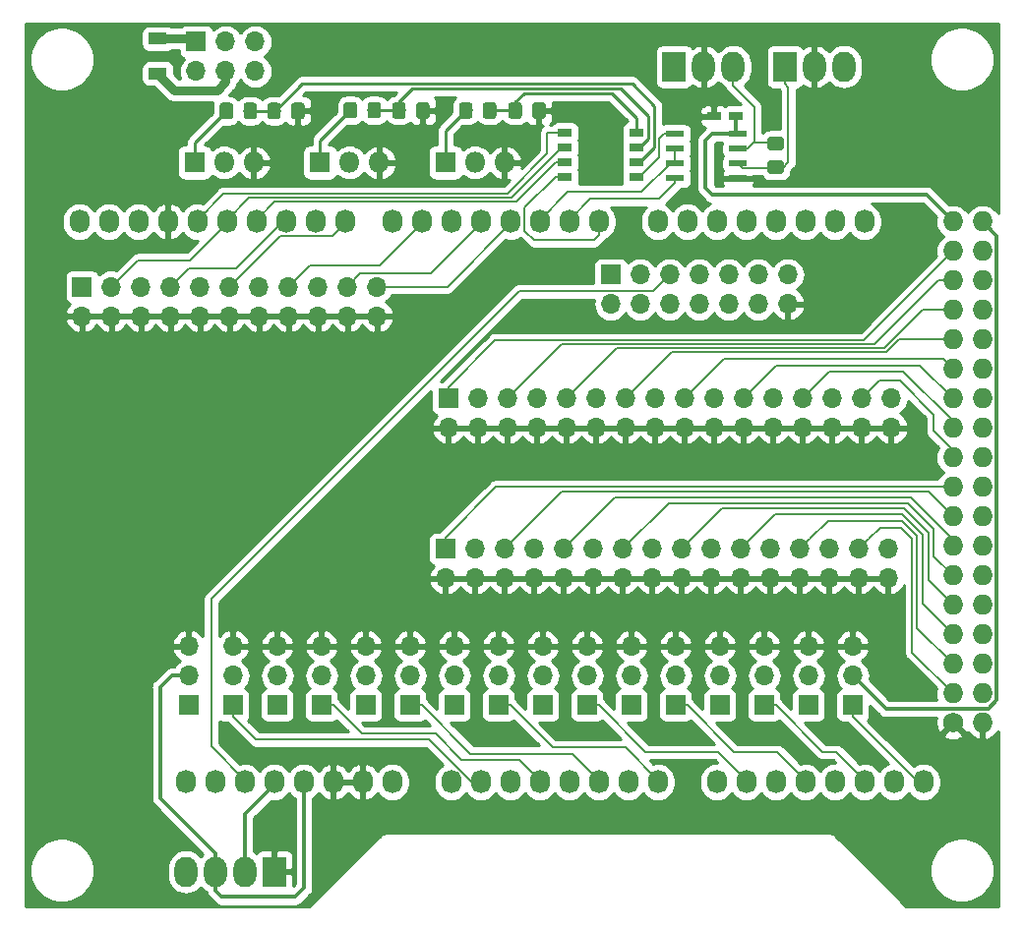
<source format=gbr>
G04 #@! TF.GenerationSoftware,KiCad,Pcbnew,(5.1.4)-1*
G04 #@! TF.CreationDate,2019-12-11T21:30:26-08:00*
G04 #@! TF.ProjectId,MEGA IO,4d454741-2049-44f2-9e6b-696361645f70,-*
G04 #@! TF.SameCoordinates,Original*
G04 #@! TF.FileFunction,Copper,L1,Top*
G04 #@! TF.FilePolarity,Positive*
%FSLAX46Y46*%
G04 Gerber Fmt 4.6, Leading zero omitted, Abs format (unit mm)*
G04 Created by KiCad (PCBNEW (5.1.4)-1) date 2019-12-11 21:30:26*
%MOMM*%
%LPD*%
G04 APERTURE LIST*
%ADD10R,2.000000X2.600000*%
%ADD11O,2.000000X2.600000*%
%ADD12R,1.200000X0.750000*%
%ADD13R,1.600000X1.000000*%
%ADD14R,1.700000X1.700000*%
%ADD15O,1.700000X1.700000*%
%ADD16R,1.550000X0.600000*%
%ADD17R,1.800000X1.800000*%
%ADD18O,1.800000X1.800000*%
%ADD19C,1.727200*%
%ADD20O,1.727200X1.727200*%
%ADD21O,1.727200X2.032000*%
%ADD22R,1.250000X0.760000*%
%ADD23C,0.100000*%
%ADD24C,1.150000*%
%ADD25C,0.152400*%
%ADD26C,0.304800*%
%ADD27C,0.762000*%
%ADD28C,0.228600*%
%ADD29C,0.254000*%
G04 APERTURE END LIST*
D10*
X136398000Y-126873000D03*
D11*
X133858000Y-126873000D03*
X131318000Y-126873000D03*
X128778000Y-126873000D03*
D12*
X176133800Y-61798200D03*
X174233800Y-61798200D03*
D13*
X126365000Y-55118000D03*
X126365000Y-58118000D03*
D14*
X129667000Y-55372000D03*
D15*
X129667000Y-57912000D03*
X132207000Y-55372000D03*
X132207000Y-57912000D03*
X134747000Y-55372000D03*
X134747000Y-57912000D03*
D16*
X170900000Y-63306000D03*
X170900000Y-64576000D03*
X170900000Y-65846000D03*
X170900000Y-67116000D03*
X176300000Y-67116000D03*
X176300000Y-65846000D03*
X176300000Y-64576000D03*
X176300000Y-63306000D03*
D17*
X140335000Y-65786000D03*
D18*
X142875000Y-65786000D03*
X145415000Y-65786000D03*
D19*
X194818000Y-114046000D03*
D20*
X197358000Y-114046000D03*
X194818000Y-111506000D03*
X197358000Y-111506000D03*
X194818000Y-108966000D03*
X197358000Y-108966000D03*
X194818000Y-106426000D03*
X197358000Y-106426000D03*
X194818000Y-103886000D03*
X197358000Y-103886000D03*
X194818000Y-101346000D03*
X197358000Y-101346000D03*
X194818000Y-98806000D03*
X197358000Y-98806000D03*
X194818000Y-96266000D03*
X197358000Y-96266000D03*
X194818000Y-93726000D03*
X197358000Y-93726000D03*
X194818000Y-91186000D03*
X197358000Y-91186000D03*
X194818000Y-88646000D03*
X197358000Y-88646000D03*
X194818000Y-86106000D03*
X197358000Y-86106000D03*
X194818000Y-83566000D03*
X197358000Y-83566000D03*
X194818000Y-81026000D03*
X197358000Y-81026000D03*
X194818000Y-78486000D03*
X197358000Y-78486000D03*
X194818000Y-75946000D03*
X197358000Y-75946000D03*
X194818000Y-73406000D03*
X197358000Y-73406000D03*
X194818000Y-70866000D03*
X197358000Y-70866000D03*
D21*
X128778000Y-119126000D03*
X131318000Y-119126000D03*
X133858000Y-119126000D03*
X136398000Y-119126000D03*
X138938000Y-119126000D03*
X141478000Y-119126000D03*
X144018000Y-119126000D03*
X146558000Y-119126000D03*
X151638000Y-119126000D03*
X154178000Y-119126000D03*
X156718000Y-119126000D03*
X159258000Y-119126000D03*
X161798000Y-119126000D03*
X164338000Y-119126000D03*
X166878000Y-119126000D03*
X169418000Y-119126000D03*
X174498000Y-119126000D03*
X177038000Y-119126000D03*
X179578000Y-119126000D03*
X182118000Y-119126000D03*
X184658000Y-119126000D03*
X187198000Y-119126000D03*
X189738000Y-119126000D03*
X192278000Y-119126000D03*
X119634000Y-70866000D03*
X122174000Y-70866000D03*
X124714000Y-70866000D03*
X127254000Y-70866000D03*
X129794000Y-70866000D03*
X132334000Y-70866000D03*
X134874000Y-70866000D03*
X137414000Y-70866000D03*
X139954000Y-70866000D03*
X142494000Y-70866000D03*
X146558000Y-70866000D03*
X149098000Y-70866000D03*
X151638000Y-70866000D03*
X154178000Y-70866000D03*
X156718000Y-70866000D03*
X159258000Y-70866000D03*
X161798000Y-70866000D03*
X164338000Y-70866000D03*
X169418000Y-70866000D03*
X171958000Y-70866000D03*
X174498000Y-70866000D03*
X177038000Y-70866000D03*
X179578000Y-70866000D03*
X182118000Y-70866000D03*
X184658000Y-70866000D03*
X187198000Y-70866000D03*
D10*
X170815000Y-57531000D03*
D11*
X173355000Y-57531000D03*
X175895000Y-57531000D03*
D10*
X180340000Y-57531000D03*
D11*
X182880000Y-57531000D03*
X185420000Y-57531000D03*
D17*
X129540000Y-65786000D03*
D18*
X132080000Y-65786000D03*
X134620000Y-65786000D03*
D17*
X151130000Y-65786000D03*
D18*
X153670000Y-65786000D03*
X156210000Y-65786000D03*
D22*
X167540000Y-67056000D03*
X161390000Y-63246000D03*
X167540000Y-65786000D03*
X161390000Y-64516000D03*
X167540000Y-64516000D03*
X161390000Y-65786000D03*
X167540000Y-63246000D03*
X161390000Y-67056000D03*
D14*
X119840000Y-76470000D03*
D15*
X119840000Y-79010000D03*
X122380000Y-76470000D03*
X122380000Y-79010000D03*
X124920000Y-76470000D03*
X124920000Y-79010000D03*
X127460000Y-76470000D03*
X127460000Y-79010000D03*
X130000000Y-76470000D03*
X130000000Y-79010000D03*
X132540000Y-76470000D03*
X132540000Y-79010000D03*
X135080000Y-76470000D03*
X135080000Y-79010000D03*
X137620000Y-76470000D03*
X137620000Y-79010000D03*
X140160000Y-76470000D03*
X140160000Y-79010000D03*
X142700000Y-76470000D03*
X142700000Y-79010000D03*
X145240000Y-76470000D03*
X145240000Y-79010000D03*
D14*
X151384000Y-86106000D03*
D15*
X151384000Y-88646000D03*
X153924000Y-86106000D03*
X153924000Y-88646000D03*
X156464000Y-86106000D03*
X156464000Y-88646000D03*
X159004000Y-86106000D03*
X159004000Y-88646000D03*
X161544000Y-86106000D03*
X161544000Y-88646000D03*
X164084000Y-86106000D03*
X164084000Y-88646000D03*
X166624000Y-86106000D03*
X166624000Y-88646000D03*
X169164000Y-86106000D03*
X169164000Y-88646000D03*
X171704000Y-86106000D03*
X171704000Y-88646000D03*
X174244000Y-86106000D03*
X174244000Y-88646000D03*
X176784000Y-86106000D03*
X176784000Y-88646000D03*
X179324000Y-86106000D03*
X179324000Y-88646000D03*
X181864000Y-86106000D03*
X181864000Y-88646000D03*
X184404000Y-86106000D03*
X184404000Y-88646000D03*
X186944000Y-86106000D03*
X186944000Y-88646000D03*
X189484000Y-86106000D03*
X189484000Y-88646000D03*
D14*
X151130000Y-99060000D03*
D15*
X151130000Y-101600000D03*
X153670000Y-99060000D03*
X153670000Y-101600000D03*
X156210000Y-99060000D03*
X156210000Y-101600000D03*
X158750000Y-99060000D03*
X158750000Y-101600000D03*
X161290000Y-99060000D03*
X161290000Y-101600000D03*
X163830000Y-99060000D03*
X163830000Y-101600000D03*
X166370000Y-99060000D03*
X166370000Y-101600000D03*
X168910000Y-99060000D03*
X168910000Y-101600000D03*
X171450000Y-99060000D03*
X171450000Y-101600000D03*
X173990000Y-99060000D03*
X173990000Y-101600000D03*
X176530000Y-99060000D03*
X176530000Y-101600000D03*
X179070000Y-99060000D03*
X179070000Y-101600000D03*
X181610000Y-99060000D03*
X181610000Y-101600000D03*
X184150000Y-99060000D03*
X184150000Y-101600000D03*
X186690000Y-99060000D03*
X186690000Y-101600000D03*
X189230000Y-99060000D03*
X189230000Y-101600000D03*
D14*
X129032000Y-112522000D03*
D15*
X129032000Y-109982000D03*
X129032000Y-107442000D03*
D14*
X132842000Y-112522000D03*
D15*
X132842000Y-109982000D03*
X132842000Y-107442000D03*
D14*
X136652000Y-112522000D03*
D15*
X136652000Y-109982000D03*
X136652000Y-107442000D03*
D14*
X140462000Y-112522000D03*
D15*
X140462000Y-109982000D03*
X140462000Y-107442000D03*
D14*
X144272000Y-112522000D03*
D15*
X144272000Y-109982000D03*
X144272000Y-107442000D03*
D14*
X148082000Y-112522000D03*
D15*
X148082000Y-109982000D03*
X148082000Y-107442000D03*
D14*
X151892000Y-112522000D03*
D15*
X151892000Y-109982000D03*
X151892000Y-107442000D03*
D14*
X155702000Y-112522000D03*
D15*
X155702000Y-109982000D03*
X155702000Y-107442000D03*
D14*
X159512000Y-112522000D03*
D15*
X159512000Y-109982000D03*
X159512000Y-107442000D03*
D14*
X163322000Y-112522000D03*
D15*
X163322000Y-109982000D03*
X163322000Y-107442000D03*
D14*
X167132000Y-112522000D03*
D15*
X167132000Y-109982000D03*
X167132000Y-107442000D03*
D14*
X170942000Y-112522000D03*
D15*
X170942000Y-109982000D03*
X170942000Y-107442000D03*
D14*
X174752000Y-112522000D03*
D15*
X174752000Y-109982000D03*
X174752000Y-107442000D03*
D14*
X178562000Y-112522000D03*
D15*
X178562000Y-109982000D03*
X178562000Y-107442000D03*
D14*
X182372000Y-112522000D03*
D15*
X182372000Y-109982000D03*
X182372000Y-107442000D03*
D14*
X186182000Y-112522000D03*
D15*
X186182000Y-109982000D03*
X186182000Y-107442000D03*
D14*
X165354000Y-75438000D03*
D15*
X165354000Y-77978000D03*
X167894000Y-75438000D03*
X167894000Y-77978000D03*
X170434000Y-75438000D03*
X170434000Y-77978000D03*
X172974000Y-75438000D03*
X172974000Y-77978000D03*
X175514000Y-75438000D03*
X175514000Y-77978000D03*
X178054000Y-75438000D03*
X178054000Y-77978000D03*
X180594000Y-75438000D03*
X180594000Y-77978000D03*
D23*
G36*
X180024505Y-63557204D02*
G01*
X180048773Y-63560804D01*
X180072572Y-63566765D01*
X180095671Y-63575030D01*
X180117850Y-63585520D01*
X180138893Y-63598132D01*
X180158599Y-63612747D01*
X180176777Y-63629223D01*
X180193253Y-63647401D01*
X180207868Y-63667107D01*
X180220480Y-63688150D01*
X180230970Y-63710329D01*
X180239235Y-63733428D01*
X180245196Y-63757227D01*
X180248796Y-63781495D01*
X180250000Y-63805999D01*
X180250000Y-64456001D01*
X180248796Y-64480505D01*
X180245196Y-64504773D01*
X180239235Y-64528572D01*
X180230970Y-64551671D01*
X180220480Y-64573850D01*
X180207868Y-64594893D01*
X180193253Y-64614599D01*
X180176777Y-64632777D01*
X180158599Y-64649253D01*
X180138893Y-64663868D01*
X180117850Y-64676480D01*
X180095671Y-64686970D01*
X180072572Y-64695235D01*
X180048773Y-64701196D01*
X180024505Y-64704796D01*
X180000001Y-64706000D01*
X179099999Y-64706000D01*
X179075495Y-64704796D01*
X179051227Y-64701196D01*
X179027428Y-64695235D01*
X179004329Y-64686970D01*
X178982150Y-64676480D01*
X178961107Y-64663868D01*
X178941401Y-64649253D01*
X178923223Y-64632777D01*
X178906747Y-64614599D01*
X178892132Y-64594893D01*
X178879520Y-64573850D01*
X178869030Y-64551671D01*
X178860765Y-64528572D01*
X178854804Y-64504773D01*
X178851204Y-64480505D01*
X178850000Y-64456001D01*
X178850000Y-63805999D01*
X178851204Y-63781495D01*
X178854804Y-63757227D01*
X178860765Y-63733428D01*
X178869030Y-63710329D01*
X178879520Y-63688150D01*
X178892132Y-63667107D01*
X178906747Y-63647401D01*
X178923223Y-63629223D01*
X178941401Y-63612747D01*
X178961107Y-63598132D01*
X178982150Y-63585520D01*
X179004329Y-63575030D01*
X179027428Y-63566765D01*
X179051227Y-63560804D01*
X179075495Y-63557204D01*
X179099999Y-63556000D01*
X180000001Y-63556000D01*
X180024505Y-63557204D01*
X180024505Y-63557204D01*
G37*
D24*
X179550000Y-64131000D03*
D23*
G36*
X180024505Y-65607204D02*
G01*
X180048773Y-65610804D01*
X180072572Y-65616765D01*
X180095671Y-65625030D01*
X180117850Y-65635520D01*
X180138893Y-65648132D01*
X180158599Y-65662747D01*
X180176777Y-65679223D01*
X180193253Y-65697401D01*
X180207868Y-65717107D01*
X180220480Y-65738150D01*
X180230970Y-65760329D01*
X180239235Y-65783428D01*
X180245196Y-65807227D01*
X180248796Y-65831495D01*
X180250000Y-65855999D01*
X180250000Y-66506001D01*
X180248796Y-66530505D01*
X180245196Y-66554773D01*
X180239235Y-66578572D01*
X180230970Y-66601671D01*
X180220480Y-66623850D01*
X180207868Y-66644893D01*
X180193253Y-66664599D01*
X180176777Y-66682777D01*
X180158599Y-66699253D01*
X180138893Y-66713868D01*
X180117850Y-66726480D01*
X180095671Y-66736970D01*
X180072572Y-66745235D01*
X180048773Y-66751196D01*
X180024505Y-66754796D01*
X180000001Y-66756000D01*
X179099999Y-66756000D01*
X179075495Y-66754796D01*
X179051227Y-66751196D01*
X179027428Y-66745235D01*
X179004329Y-66736970D01*
X178982150Y-66726480D01*
X178961107Y-66713868D01*
X178941401Y-66699253D01*
X178923223Y-66682777D01*
X178906747Y-66664599D01*
X178892132Y-66644893D01*
X178879520Y-66623850D01*
X178869030Y-66601671D01*
X178860765Y-66578572D01*
X178854804Y-66554773D01*
X178851204Y-66530505D01*
X178850000Y-66506001D01*
X178850000Y-65855999D01*
X178851204Y-65831495D01*
X178854804Y-65807227D01*
X178860765Y-65783428D01*
X178869030Y-65760329D01*
X178879520Y-65738150D01*
X178892132Y-65717107D01*
X178906747Y-65697401D01*
X178923223Y-65679223D01*
X178941401Y-65662747D01*
X178961107Y-65648132D01*
X178982150Y-65635520D01*
X179004329Y-65625030D01*
X179027428Y-65616765D01*
X179051227Y-65610804D01*
X179075495Y-65607204D01*
X179099999Y-65606000D01*
X180000001Y-65606000D01*
X180024505Y-65607204D01*
X180024505Y-65607204D01*
G37*
D24*
X179550000Y-66181000D03*
D23*
G36*
X132615650Y-60634521D02*
G01*
X132639918Y-60638121D01*
X132663717Y-60644082D01*
X132686816Y-60652347D01*
X132708995Y-60662837D01*
X132730038Y-60675449D01*
X132749744Y-60690064D01*
X132767922Y-60706540D01*
X132784398Y-60724718D01*
X132799013Y-60744424D01*
X132811625Y-60765467D01*
X132822115Y-60787646D01*
X132830380Y-60810745D01*
X132836341Y-60834544D01*
X132839941Y-60858812D01*
X132841145Y-60883316D01*
X132841145Y-61783318D01*
X132839941Y-61807822D01*
X132836341Y-61832090D01*
X132830380Y-61855889D01*
X132822115Y-61878988D01*
X132811625Y-61901167D01*
X132799013Y-61922210D01*
X132784398Y-61941916D01*
X132767922Y-61960094D01*
X132749744Y-61976570D01*
X132730038Y-61991185D01*
X132708995Y-62003797D01*
X132686816Y-62014287D01*
X132663717Y-62022552D01*
X132639918Y-62028513D01*
X132615650Y-62032113D01*
X132591146Y-62033317D01*
X131941144Y-62033317D01*
X131916640Y-62032113D01*
X131892372Y-62028513D01*
X131868573Y-62022552D01*
X131845474Y-62014287D01*
X131823295Y-62003797D01*
X131802252Y-61991185D01*
X131782546Y-61976570D01*
X131764368Y-61960094D01*
X131747892Y-61941916D01*
X131733277Y-61922210D01*
X131720665Y-61901167D01*
X131710175Y-61878988D01*
X131701910Y-61855889D01*
X131695949Y-61832090D01*
X131692349Y-61807822D01*
X131691145Y-61783318D01*
X131691145Y-60883316D01*
X131692349Y-60858812D01*
X131695949Y-60834544D01*
X131701910Y-60810745D01*
X131710175Y-60787646D01*
X131720665Y-60765467D01*
X131733277Y-60744424D01*
X131747892Y-60724718D01*
X131764368Y-60706540D01*
X131782546Y-60690064D01*
X131802252Y-60675449D01*
X131823295Y-60662837D01*
X131845474Y-60652347D01*
X131868573Y-60644082D01*
X131892372Y-60638121D01*
X131916640Y-60634521D01*
X131941144Y-60633317D01*
X132591146Y-60633317D01*
X132615650Y-60634521D01*
X132615650Y-60634521D01*
G37*
D24*
X132266145Y-61333317D03*
D23*
G36*
X134665650Y-60634521D02*
G01*
X134689918Y-60638121D01*
X134713717Y-60644082D01*
X134736816Y-60652347D01*
X134758995Y-60662837D01*
X134780038Y-60675449D01*
X134799744Y-60690064D01*
X134817922Y-60706540D01*
X134834398Y-60724718D01*
X134849013Y-60744424D01*
X134861625Y-60765467D01*
X134872115Y-60787646D01*
X134880380Y-60810745D01*
X134886341Y-60834544D01*
X134889941Y-60858812D01*
X134891145Y-60883316D01*
X134891145Y-61783318D01*
X134889941Y-61807822D01*
X134886341Y-61832090D01*
X134880380Y-61855889D01*
X134872115Y-61878988D01*
X134861625Y-61901167D01*
X134849013Y-61922210D01*
X134834398Y-61941916D01*
X134817922Y-61960094D01*
X134799744Y-61976570D01*
X134780038Y-61991185D01*
X134758995Y-62003797D01*
X134736816Y-62014287D01*
X134713717Y-62022552D01*
X134689918Y-62028513D01*
X134665650Y-62032113D01*
X134641146Y-62033317D01*
X133991144Y-62033317D01*
X133966640Y-62032113D01*
X133942372Y-62028513D01*
X133918573Y-62022552D01*
X133895474Y-62014287D01*
X133873295Y-62003797D01*
X133852252Y-61991185D01*
X133832546Y-61976570D01*
X133814368Y-61960094D01*
X133797892Y-61941916D01*
X133783277Y-61922210D01*
X133770665Y-61901167D01*
X133760175Y-61878988D01*
X133751910Y-61855889D01*
X133745949Y-61832090D01*
X133742349Y-61807822D01*
X133741145Y-61783318D01*
X133741145Y-60883316D01*
X133742349Y-60858812D01*
X133745949Y-60834544D01*
X133751910Y-60810745D01*
X133760175Y-60787646D01*
X133770665Y-60765467D01*
X133783277Y-60744424D01*
X133797892Y-60724718D01*
X133814368Y-60706540D01*
X133832546Y-60690064D01*
X133852252Y-60675449D01*
X133873295Y-60662837D01*
X133895474Y-60652347D01*
X133918573Y-60644082D01*
X133942372Y-60638121D01*
X133966640Y-60634521D01*
X133991144Y-60633317D01*
X134641146Y-60633317D01*
X134665650Y-60634521D01*
X134665650Y-60634521D01*
G37*
D24*
X134316145Y-61333317D03*
D23*
G36*
X138774505Y-60634521D02*
G01*
X138798773Y-60638121D01*
X138822572Y-60644082D01*
X138845671Y-60652347D01*
X138867850Y-60662837D01*
X138888893Y-60675449D01*
X138908599Y-60690064D01*
X138926777Y-60706540D01*
X138943253Y-60724718D01*
X138957868Y-60744424D01*
X138970480Y-60765467D01*
X138980970Y-60787646D01*
X138989235Y-60810745D01*
X138995196Y-60834544D01*
X138998796Y-60858812D01*
X139000000Y-60883316D01*
X139000000Y-61783318D01*
X138998796Y-61807822D01*
X138995196Y-61832090D01*
X138989235Y-61855889D01*
X138980970Y-61878988D01*
X138970480Y-61901167D01*
X138957868Y-61922210D01*
X138943253Y-61941916D01*
X138926777Y-61960094D01*
X138908599Y-61976570D01*
X138888893Y-61991185D01*
X138867850Y-62003797D01*
X138845671Y-62014287D01*
X138822572Y-62022552D01*
X138798773Y-62028513D01*
X138774505Y-62032113D01*
X138750001Y-62033317D01*
X138099999Y-62033317D01*
X138075495Y-62032113D01*
X138051227Y-62028513D01*
X138027428Y-62022552D01*
X138004329Y-62014287D01*
X137982150Y-62003797D01*
X137961107Y-61991185D01*
X137941401Y-61976570D01*
X137923223Y-61960094D01*
X137906747Y-61941916D01*
X137892132Y-61922210D01*
X137879520Y-61901167D01*
X137869030Y-61878988D01*
X137860765Y-61855889D01*
X137854804Y-61832090D01*
X137851204Y-61807822D01*
X137850000Y-61783318D01*
X137850000Y-60883316D01*
X137851204Y-60858812D01*
X137854804Y-60834544D01*
X137860765Y-60810745D01*
X137869030Y-60787646D01*
X137879520Y-60765467D01*
X137892132Y-60744424D01*
X137906747Y-60724718D01*
X137923223Y-60706540D01*
X137941401Y-60690064D01*
X137961107Y-60675449D01*
X137982150Y-60662837D01*
X138004329Y-60652347D01*
X138027428Y-60644082D01*
X138051227Y-60638121D01*
X138075495Y-60634521D01*
X138099999Y-60633317D01*
X138750001Y-60633317D01*
X138774505Y-60634521D01*
X138774505Y-60634521D01*
G37*
D24*
X138425000Y-61333317D03*
D23*
G36*
X136724505Y-60634521D02*
G01*
X136748773Y-60638121D01*
X136772572Y-60644082D01*
X136795671Y-60652347D01*
X136817850Y-60662837D01*
X136838893Y-60675449D01*
X136858599Y-60690064D01*
X136876777Y-60706540D01*
X136893253Y-60724718D01*
X136907868Y-60744424D01*
X136920480Y-60765467D01*
X136930970Y-60787646D01*
X136939235Y-60810745D01*
X136945196Y-60834544D01*
X136948796Y-60858812D01*
X136950000Y-60883316D01*
X136950000Y-61783318D01*
X136948796Y-61807822D01*
X136945196Y-61832090D01*
X136939235Y-61855889D01*
X136930970Y-61878988D01*
X136920480Y-61901167D01*
X136907868Y-61922210D01*
X136893253Y-61941916D01*
X136876777Y-61960094D01*
X136858599Y-61976570D01*
X136838893Y-61991185D01*
X136817850Y-62003797D01*
X136795671Y-62014287D01*
X136772572Y-62022552D01*
X136748773Y-62028513D01*
X136724505Y-62032113D01*
X136700001Y-62033317D01*
X136049999Y-62033317D01*
X136025495Y-62032113D01*
X136001227Y-62028513D01*
X135977428Y-62022552D01*
X135954329Y-62014287D01*
X135932150Y-62003797D01*
X135911107Y-61991185D01*
X135891401Y-61976570D01*
X135873223Y-61960094D01*
X135856747Y-61941916D01*
X135842132Y-61922210D01*
X135829520Y-61901167D01*
X135819030Y-61878988D01*
X135810765Y-61855889D01*
X135804804Y-61832090D01*
X135801204Y-61807822D01*
X135800000Y-61783318D01*
X135800000Y-60883316D01*
X135801204Y-60858812D01*
X135804804Y-60834544D01*
X135810765Y-60810745D01*
X135819030Y-60787646D01*
X135829520Y-60765467D01*
X135842132Y-60744424D01*
X135856747Y-60724718D01*
X135873223Y-60706540D01*
X135891401Y-60690064D01*
X135911107Y-60675449D01*
X135932150Y-60662837D01*
X135954329Y-60652347D01*
X135977428Y-60644082D01*
X136001227Y-60638121D01*
X136025495Y-60634521D01*
X136049999Y-60633317D01*
X136700001Y-60633317D01*
X136724505Y-60634521D01*
X136724505Y-60634521D01*
G37*
D24*
X136375000Y-61333317D03*
D23*
G36*
X145332910Y-60588361D02*
G01*
X145357178Y-60591961D01*
X145380977Y-60597922D01*
X145404076Y-60606187D01*
X145426255Y-60616677D01*
X145447298Y-60629289D01*
X145467004Y-60643904D01*
X145485182Y-60660380D01*
X145501658Y-60678558D01*
X145516273Y-60698264D01*
X145528885Y-60719307D01*
X145539375Y-60741486D01*
X145547640Y-60764585D01*
X145553601Y-60788384D01*
X145557201Y-60812652D01*
X145558405Y-60837156D01*
X145558405Y-61737158D01*
X145557201Y-61761662D01*
X145553601Y-61785930D01*
X145547640Y-61809729D01*
X145539375Y-61832828D01*
X145528885Y-61855007D01*
X145516273Y-61876050D01*
X145501658Y-61895756D01*
X145485182Y-61913934D01*
X145467004Y-61930410D01*
X145447298Y-61945025D01*
X145426255Y-61957637D01*
X145404076Y-61968127D01*
X145380977Y-61976392D01*
X145357178Y-61982353D01*
X145332910Y-61985953D01*
X145308406Y-61987157D01*
X144658404Y-61987157D01*
X144633900Y-61985953D01*
X144609632Y-61982353D01*
X144585833Y-61976392D01*
X144562734Y-61968127D01*
X144540555Y-61957637D01*
X144519512Y-61945025D01*
X144499806Y-61930410D01*
X144481628Y-61913934D01*
X144465152Y-61895756D01*
X144450537Y-61876050D01*
X144437925Y-61855007D01*
X144427435Y-61832828D01*
X144419170Y-61809729D01*
X144413209Y-61785930D01*
X144409609Y-61761662D01*
X144408405Y-61737158D01*
X144408405Y-60837156D01*
X144409609Y-60812652D01*
X144413209Y-60788384D01*
X144419170Y-60764585D01*
X144427435Y-60741486D01*
X144437925Y-60719307D01*
X144450537Y-60698264D01*
X144465152Y-60678558D01*
X144481628Y-60660380D01*
X144499806Y-60643904D01*
X144519512Y-60629289D01*
X144540555Y-60616677D01*
X144562734Y-60606187D01*
X144585833Y-60597922D01*
X144609632Y-60591961D01*
X144633900Y-60588361D01*
X144658404Y-60587157D01*
X145308406Y-60587157D01*
X145332910Y-60588361D01*
X145332910Y-60588361D01*
G37*
D24*
X144983405Y-61287157D03*
D23*
G36*
X143282910Y-60588361D02*
G01*
X143307178Y-60591961D01*
X143330977Y-60597922D01*
X143354076Y-60606187D01*
X143376255Y-60616677D01*
X143397298Y-60629289D01*
X143417004Y-60643904D01*
X143435182Y-60660380D01*
X143451658Y-60678558D01*
X143466273Y-60698264D01*
X143478885Y-60719307D01*
X143489375Y-60741486D01*
X143497640Y-60764585D01*
X143503601Y-60788384D01*
X143507201Y-60812652D01*
X143508405Y-60837156D01*
X143508405Y-61737158D01*
X143507201Y-61761662D01*
X143503601Y-61785930D01*
X143497640Y-61809729D01*
X143489375Y-61832828D01*
X143478885Y-61855007D01*
X143466273Y-61876050D01*
X143451658Y-61895756D01*
X143435182Y-61913934D01*
X143417004Y-61930410D01*
X143397298Y-61945025D01*
X143376255Y-61957637D01*
X143354076Y-61968127D01*
X143330977Y-61976392D01*
X143307178Y-61982353D01*
X143282910Y-61985953D01*
X143258406Y-61987157D01*
X142608404Y-61987157D01*
X142583900Y-61985953D01*
X142559632Y-61982353D01*
X142535833Y-61976392D01*
X142512734Y-61968127D01*
X142490555Y-61957637D01*
X142469512Y-61945025D01*
X142449806Y-61930410D01*
X142431628Y-61913934D01*
X142415152Y-61895756D01*
X142400537Y-61876050D01*
X142387925Y-61855007D01*
X142377435Y-61832828D01*
X142369170Y-61809729D01*
X142363209Y-61785930D01*
X142359609Y-61761662D01*
X142358405Y-61737158D01*
X142358405Y-60837156D01*
X142359609Y-60812652D01*
X142363209Y-60788384D01*
X142369170Y-60764585D01*
X142377435Y-60741486D01*
X142387925Y-60719307D01*
X142400537Y-60698264D01*
X142415152Y-60678558D01*
X142431628Y-60660380D01*
X142449806Y-60643904D01*
X142469512Y-60629289D01*
X142490555Y-60616677D01*
X142512734Y-60606187D01*
X142535833Y-60597922D01*
X142559632Y-60591961D01*
X142583900Y-60588361D01*
X142608404Y-60587157D01*
X143258406Y-60587157D01*
X143282910Y-60588361D01*
X143282910Y-60588361D01*
G37*
D24*
X142933405Y-61287157D03*
D23*
G36*
X147474505Y-60607204D02*
G01*
X147498773Y-60610804D01*
X147522572Y-60616765D01*
X147545671Y-60625030D01*
X147567850Y-60635520D01*
X147588893Y-60648132D01*
X147608599Y-60662747D01*
X147626777Y-60679223D01*
X147643253Y-60697401D01*
X147657868Y-60717107D01*
X147670480Y-60738150D01*
X147680970Y-60760329D01*
X147689235Y-60783428D01*
X147695196Y-60807227D01*
X147698796Y-60831495D01*
X147700000Y-60855999D01*
X147700000Y-61756001D01*
X147698796Y-61780505D01*
X147695196Y-61804773D01*
X147689235Y-61828572D01*
X147680970Y-61851671D01*
X147670480Y-61873850D01*
X147657868Y-61894893D01*
X147643253Y-61914599D01*
X147626777Y-61932777D01*
X147608599Y-61949253D01*
X147588893Y-61963868D01*
X147567850Y-61976480D01*
X147545671Y-61986970D01*
X147522572Y-61995235D01*
X147498773Y-62001196D01*
X147474505Y-62004796D01*
X147450001Y-62006000D01*
X146799999Y-62006000D01*
X146775495Y-62004796D01*
X146751227Y-62001196D01*
X146727428Y-61995235D01*
X146704329Y-61986970D01*
X146682150Y-61976480D01*
X146661107Y-61963868D01*
X146641401Y-61949253D01*
X146623223Y-61932777D01*
X146606747Y-61914599D01*
X146592132Y-61894893D01*
X146579520Y-61873850D01*
X146569030Y-61851671D01*
X146560765Y-61828572D01*
X146554804Y-61804773D01*
X146551204Y-61780505D01*
X146550000Y-61756001D01*
X146550000Y-60855999D01*
X146551204Y-60831495D01*
X146554804Y-60807227D01*
X146560765Y-60783428D01*
X146569030Y-60760329D01*
X146579520Y-60738150D01*
X146592132Y-60717107D01*
X146606747Y-60697401D01*
X146623223Y-60679223D01*
X146641401Y-60662747D01*
X146661107Y-60648132D01*
X146682150Y-60635520D01*
X146704329Y-60625030D01*
X146727428Y-60616765D01*
X146751227Y-60610804D01*
X146775495Y-60607204D01*
X146799999Y-60606000D01*
X147450001Y-60606000D01*
X147474505Y-60607204D01*
X147474505Y-60607204D01*
G37*
D24*
X147125000Y-61306000D03*
D23*
G36*
X149524505Y-60607204D02*
G01*
X149548773Y-60610804D01*
X149572572Y-60616765D01*
X149595671Y-60625030D01*
X149617850Y-60635520D01*
X149638893Y-60648132D01*
X149658599Y-60662747D01*
X149676777Y-60679223D01*
X149693253Y-60697401D01*
X149707868Y-60717107D01*
X149720480Y-60738150D01*
X149730970Y-60760329D01*
X149739235Y-60783428D01*
X149745196Y-60807227D01*
X149748796Y-60831495D01*
X149750000Y-60855999D01*
X149750000Y-61756001D01*
X149748796Y-61780505D01*
X149745196Y-61804773D01*
X149739235Y-61828572D01*
X149730970Y-61851671D01*
X149720480Y-61873850D01*
X149707868Y-61894893D01*
X149693253Y-61914599D01*
X149676777Y-61932777D01*
X149658599Y-61949253D01*
X149638893Y-61963868D01*
X149617850Y-61976480D01*
X149595671Y-61986970D01*
X149572572Y-61995235D01*
X149548773Y-62001196D01*
X149524505Y-62004796D01*
X149500001Y-62006000D01*
X148849999Y-62006000D01*
X148825495Y-62004796D01*
X148801227Y-62001196D01*
X148777428Y-61995235D01*
X148754329Y-61986970D01*
X148732150Y-61976480D01*
X148711107Y-61963868D01*
X148691401Y-61949253D01*
X148673223Y-61932777D01*
X148656747Y-61914599D01*
X148642132Y-61894893D01*
X148629520Y-61873850D01*
X148619030Y-61851671D01*
X148610765Y-61828572D01*
X148604804Y-61804773D01*
X148601204Y-61780505D01*
X148600000Y-61756001D01*
X148600000Y-60855999D01*
X148601204Y-60831495D01*
X148604804Y-60807227D01*
X148610765Y-60783428D01*
X148619030Y-60760329D01*
X148629520Y-60738150D01*
X148642132Y-60717107D01*
X148656747Y-60697401D01*
X148673223Y-60679223D01*
X148691401Y-60662747D01*
X148711107Y-60648132D01*
X148732150Y-60635520D01*
X148754329Y-60625030D01*
X148777428Y-60616765D01*
X148801227Y-60610804D01*
X148825495Y-60607204D01*
X148849999Y-60606000D01*
X149500001Y-60606000D01*
X149524505Y-60607204D01*
X149524505Y-60607204D01*
G37*
D24*
X149175000Y-61306000D03*
D23*
G36*
X153224505Y-60607204D02*
G01*
X153248773Y-60610804D01*
X153272572Y-60616765D01*
X153295671Y-60625030D01*
X153317850Y-60635520D01*
X153338893Y-60648132D01*
X153358599Y-60662747D01*
X153376777Y-60679223D01*
X153393253Y-60697401D01*
X153407868Y-60717107D01*
X153420480Y-60738150D01*
X153430970Y-60760329D01*
X153439235Y-60783428D01*
X153445196Y-60807227D01*
X153448796Y-60831495D01*
X153450000Y-60855999D01*
X153450000Y-61756001D01*
X153448796Y-61780505D01*
X153445196Y-61804773D01*
X153439235Y-61828572D01*
X153430970Y-61851671D01*
X153420480Y-61873850D01*
X153407868Y-61894893D01*
X153393253Y-61914599D01*
X153376777Y-61932777D01*
X153358599Y-61949253D01*
X153338893Y-61963868D01*
X153317850Y-61976480D01*
X153295671Y-61986970D01*
X153272572Y-61995235D01*
X153248773Y-62001196D01*
X153224505Y-62004796D01*
X153200001Y-62006000D01*
X152549999Y-62006000D01*
X152525495Y-62004796D01*
X152501227Y-62001196D01*
X152477428Y-61995235D01*
X152454329Y-61986970D01*
X152432150Y-61976480D01*
X152411107Y-61963868D01*
X152391401Y-61949253D01*
X152373223Y-61932777D01*
X152356747Y-61914599D01*
X152342132Y-61894893D01*
X152329520Y-61873850D01*
X152319030Y-61851671D01*
X152310765Y-61828572D01*
X152304804Y-61804773D01*
X152301204Y-61780505D01*
X152300000Y-61756001D01*
X152300000Y-60855999D01*
X152301204Y-60831495D01*
X152304804Y-60807227D01*
X152310765Y-60783428D01*
X152319030Y-60760329D01*
X152329520Y-60738150D01*
X152342132Y-60717107D01*
X152356747Y-60697401D01*
X152373223Y-60679223D01*
X152391401Y-60662747D01*
X152411107Y-60648132D01*
X152432150Y-60635520D01*
X152454329Y-60625030D01*
X152477428Y-60616765D01*
X152501227Y-60610804D01*
X152525495Y-60607204D01*
X152549999Y-60606000D01*
X153200001Y-60606000D01*
X153224505Y-60607204D01*
X153224505Y-60607204D01*
G37*
D24*
X152875000Y-61306000D03*
D23*
G36*
X155274505Y-60607204D02*
G01*
X155298773Y-60610804D01*
X155322572Y-60616765D01*
X155345671Y-60625030D01*
X155367850Y-60635520D01*
X155388893Y-60648132D01*
X155408599Y-60662747D01*
X155426777Y-60679223D01*
X155443253Y-60697401D01*
X155457868Y-60717107D01*
X155470480Y-60738150D01*
X155480970Y-60760329D01*
X155489235Y-60783428D01*
X155495196Y-60807227D01*
X155498796Y-60831495D01*
X155500000Y-60855999D01*
X155500000Y-61756001D01*
X155498796Y-61780505D01*
X155495196Y-61804773D01*
X155489235Y-61828572D01*
X155480970Y-61851671D01*
X155470480Y-61873850D01*
X155457868Y-61894893D01*
X155443253Y-61914599D01*
X155426777Y-61932777D01*
X155408599Y-61949253D01*
X155388893Y-61963868D01*
X155367850Y-61976480D01*
X155345671Y-61986970D01*
X155322572Y-61995235D01*
X155298773Y-62001196D01*
X155274505Y-62004796D01*
X155250001Y-62006000D01*
X154599999Y-62006000D01*
X154575495Y-62004796D01*
X154551227Y-62001196D01*
X154527428Y-61995235D01*
X154504329Y-61986970D01*
X154482150Y-61976480D01*
X154461107Y-61963868D01*
X154441401Y-61949253D01*
X154423223Y-61932777D01*
X154406747Y-61914599D01*
X154392132Y-61894893D01*
X154379520Y-61873850D01*
X154369030Y-61851671D01*
X154360765Y-61828572D01*
X154354804Y-61804773D01*
X154351204Y-61780505D01*
X154350000Y-61756001D01*
X154350000Y-60855999D01*
X154351204Y-60831495D01*
X154354804Y-60807227D01*
X154360765Y-60783428D01*
X154369030Y-60760329D01*
X154379520Y-60738150D01*
X154392132Y-60717107D01*
X154406747Y-60697401D01*
X154423223Y-60679223D01*
X154441401Y-60662747D01*
X154461107Y-60648132D01*
X154482150Y-60635520D01*
X154504329Y-60625030D01*
X154527428Y-60616765D01*
X154551227Y-60610804D01*
X154575495Y-60607204D01*
X154599999Y-60606000D01*
X155250001Y-60606000D01*
X155274505Y-60607204D01*
X155274505Y-60607204D01*
G37*
D24*
X154925000Y-61306000D03*
D23*
G36*
X159524505Y-60607204D02*
G01*
X159548773Y-60610804D01*
X159572572Y-60616765D01*
X159595671Y-60625030D01*
X159617850Y-60635520D01*
X159638893Y-60648132D01*
X159658599Y-60662747D01*
X159676777Y-60679223D01*
X159693253Y-60697401D01*
X159707868Y-60717107D01*
X159720480Y-60738150D01*
X159730970Y-60760329D01*
X159739235Y-60783428D01*
X159745196Y-60807227D01*
X159748796Y-60831495D01*
X159750000Y-60855999D01*
X159750000Y-61756001D01*
X159748796Y-61780505D01*
X159745196Y-61804773D01*
X159739235Y-61828572D01*
X159730970Y-61851671D01*
X159720480Y-61873850D01*
X159707868Y-61894893D01*
X159693253Y-61914599D01*
X159676777Y-61932777D01*
X159658599Y-61949253D01*
X159638893Y-61963868D01*
X159617850Y-61976480D01*
X159595671Y-61986970D01*
X159572572Y-61995235D01*
X159548773Y-62001196D01*
X159524505Y-62004796D01*
X159500001Y-62006000D01*
X158849999Y-62006000D01*
X158825495Y-62004796D01*
X158801227Y-62001196D01*
X158777428Y-61995235D01*
X158754329Y-61986970D01*
X158732150Y-61976480D01*
X158711107Y-61963868D01*
X158691401Y-61949253D01*
X158673223Y-61932777D01*
X158656747Y-61914599D01*
X158642132Y-61894893D01*
X158629520Y-61873850D01*
X158619030Y-61851671D01*
X158610765Y-61828572D01*
X158604804Y-61804773D01*
X158601204Y-61780505D01*
X158600000Y-61756001D01*
X158600000Y-60855999D01*
X158601204Y-60831495D01*
X158604804Y-60807227D01*
X158610765Y-60783428D01*
X158619030Y-60760329D01*
X158629520Y-60738150D01*
X158642132Y-60717107D01*
X158656747Y-60697401D01*
X158673223Y-60679223D01*
X158691401Y-60662747D01*
X158711107Y-60648132D01*
X158732150Y-60635520D01*
X158754329Y-60625030D01*
X158777428Y-60616765D01*
X158801227Y-60610804D01*
X158825495Y-60607204D01*
X158849999Y-60606000D01*
X159500001Y-60606000D01*
X159524505Y-60607204D01*
X159524505Y-60607204D01*
G37*
D24*
X159175000Y-61306000D03*
D23*
G36*
X157474505Y-60607204D02*
G01*
X157498773Y-60610804D01*
X157522572Y-60616765D01*
X157545671Y-60625030D01*
X157567850Y-60635520D01*
X157588893Y-60648132D01*
X157608599Y-60662747D01*
X157626777Y-60679223D01*
X157643253Y-60697401D01*
X157657868Y-60717107D01*
X157670480Y-60738150D01*
X157680970Y-60760329D01*
X157689235Y-60783428D01*
X157695196Y-60807227D01*
X157698796Y-60831495D01*
X157700000Y-60855999D01*
X157700000Y-61756001D01*
X157698796Y-61780505D01*
X157695196Y-61804773D01*
X157689235Y-61828572D01*
X157680970Y-61851671D01*
X157670480Y-61873850D01*
X157657868Y-61894893D01*
X157643253Y-61914599D01*
X157626777Y-61932777D01*
X157608599Y-61949253D01*
X157588893Y-61963868D01*
X157567850Y-61976480D01*
X157545671Y-61986970D01*
X157522572Y-61995235D01*
X157498773Y-62001196D01*
X157474505Y-62004796D01*
X157450001Y-62006000D01*
X156799999Y-62006000D01*
X156775495Y-62004796D01*
X156751227Y-62001196D01*
X156727428Y-61995235D01*
X156704329Y-61986970D01*
X156682150Y-61976480D01*
X156661107Y-61963868D01*
X156641401Y-61949253D01*
X156623223Y-61932777D01*
X156606747Y-61914599D01*
X156592132Y-61894893D01*
X156579520Y-61873850D01*
X156569030Y-61851671D01*
X156560765Y-61828572D01*
X156554804Y-61804773D01*
X156551204Y-61780505D01*
X156550000Y-61756001D01*
X156550000Y-60855999D01*
X156551204Y-60831495D01*
X156554804Y-60807227D01*
X156560765Y-60783428D01*
X156569030Y-60760329D01*
X156579520Y-60738150D01*
X156592132Y-60717107D01*
X156606747Y-60697401D01*
X156623223Y-60679223D01*
X156641401Y-60662747D01*
X156661107Y-60648132D01*
X156682150Y-60635520D01*
X156704329Y-60625030D01*
X156727428Y-60616765D01*
X156751227Y-60610804D01*
X156775495Y-60607204D01*
X156799999Y-60606000D01*
X157450001Y-60606000D01*
X157474505Y-60607204D01*
X157474505Y-60607204D01*
G37*
D24*
X157125000Y-61306000D03*
D25*
X194818000Y-111506000D02*
X191295839Y-107983839D01*
X191295839Y-107983839D02*
X191295839Y-98204839D01*
X191295839Y-98204839D02*
X190322200Y-97231200D01*
X190322200Y-97231200D02*
X188518800Y-97231200D01*
X188518800Y-97231200D02*
X187539999Y-98210001D01*
X187539999Y-98210001D02*
X186690000Y-99060000D01*
X194818000Y-108966000D02*
X191703047Y-105851047D01*
X191703047Y-105851047D02*
X191703047Y-97896145D01*
X191703047Y-97896145D02*
X190430648Y-96623746D01*
X190430648Y-96623746D02*
X184046254Y-96623746D01*
X184046254Y-96623746D02*
X182459999Y-98210001D01*
X182459999Y-98210001D02*
X181610000Y-99060000D01*
X194818000Y-106426000D02*
X192176378Y-103784378D01*
X192176378Y-103784378D02*
X192176378Y-97822682D01*
X192176378Y-97822682D02*
X190430647Y-96076951D01*
X190430647Y-96076951D02*
X179513049Y-96076951D01*
X179513049Y-96076951D02*
X177379999Y-98210001D01*
X177379999Y-98210001D02*
X176530000Y-99060000D01*
X194818000Y-103886000D02*
X192674083Y-101742083D01*
X192674083Y-101742083D02*
X192674083Y-97664232D01*
X174914228Y-95595772D02*
X172299999Y-98210001D01*
X192674083Y-97664232D02*
X190605623Y-95595772D01*
X190605623Y-95595772D02*
X174914228Y-95595772D01*
X172299999Y-98210001D02*
X171450000Y-99060000D01*
X194818000Y-101346000D02*
X193143939Y-99671939D01*
X193143939Y-99671939D02*
X193143939Y-97335769D01*
X193143939Y-97335769D02*
X190922762Y-95114592D01*
X190922762Y-95114592D02*
X170315408Y-95114592D01*
X170315408Y-95114592D02*
X166370000Y-99060000D01*
X194818000Y-98806000D02*
X194818000Y-98266189D01*
X194818000Y-98266189D02*
X191196160Y-94644349D01*
X191196160Y-94644349D02*
X165705651Y-94644349D01*
X165705651Y-94644349D02*
X161290000Y-99060000D01*
X194818000Y-96266000D02*
X192709800Y-94157800D01*
X192709800Y-94157800D02*
X161112200Y-94157800D01*
X161112200Y-94157800D02*
X156210000Y-99060000D01*
X194818000Y-93726000D02*
X155461600Y-93726000D01*
X151130000Y-98057600D02*
X151130000Y-99060000D01*
X155461600Y-93726000D02*
X151130000Y-98057600D01*
X194818000Y-91186000D02*
X194818000Y-90576400D01*
X194818000Y-90576400D02*
X193141600Y-88900000D01*
X193141600Y-88900000D02*
X193141600Y-87477600D01*
X193141600Y-87477600D02*
X190246000Y-84582000D01*
X190246000Y-84582000D02*
X188468000Y-84582000D01*
X188468000Y-84582000D02*
X186944000Y-86106000D01*
X194818000Y-88646000D02*
X194818000Y-88065795D01*
X194818000Y-88065795D02*
X190532144Y-83779939D01*
X190532144Y-83779939D02*
X184190061Y-83779939D01*
X184190061Y-83779939D02*
X181864000Y-86106000D01*
X194818000Y-86106000D02*
X191980760Y-83268760D01*
X179621240Y-83268760D02*
X177633999Y-85256001D01*
X191980760Y-83268760D02*
X179621240Y-83268760D01*
X177633999Y-85256001D02*
X176784000Y-86106000D01*
X175107599Y-82702401D02*
X172553999Y-85256001D01*
X193954401Y-82702401D02*
X175107599Y-82702401D01*
X172553999Y-85256001D02*
X171704000Y-86106000D01*
X194818000Y-83566000D02*
X193954401Y-82702401D01*
X194818000Y-81026000D02*
X190156048Y-81026000D01*
X190156048Y-81026000D02*
X189063848Y-82118200D01*
X189063848Y-82118200D02*
X170611800Y-82118200D01*
X170611800Y-82118200D02*
X166624000Y-86106000D01*
X165862011Y-81787989D02*
X162393999Y-85256001D01*
X162393999Y-85256001D02*
X161544000Y-86106000D01*
X188927071Y-81787989D02*
X165862011Y-81787989D01*
X192229060Y-78486000D02*
X188927071Y-81787989D01*
X194818000Y-78486000D02*
X192229060Y-78486000D01*
X161112222Y-81457778D02*
X157313999Y-85256001D01*
X157313999Y-85256001D02*
X156464000Y-86106000D01*
X188084908Y-81457778D02*
X161112222Y-81457778D01*
X193596686Y-75946000D02*
X188084908Y-81457778D01*
X194818000Y-75946000D02*
X193596686Y-75946000D01*
X155385400Y-81102200D02*
X151384000Y-85103600D01*
X151384000Y-85103600D02*
X151384000Y-86106000D01*
X194818000Y-73406000D02*
X187121800Y-81102200D01*
X187121800Y-81102200D02*
X155385400Y-81102200D01*
D26*
X176300000Y-63306000D02*
X174083819Y-63306000D01*
X174083819Y-63306000D02*
X173520422Y-63869397D01*
X173520422Y-63869397D02*
X173520422Y-67988678D01*
X173520422Y-67988678D02*
X174087744Y-68556000D01*
X174087744Y-68556000D02*
X192508000Y-68556000D01*
X192508000Y-68556000D02*
X194818000Y-70866000D01*
X176200000Y-63206000D02*
X176300000Y-63306000D01*
X131318000Y-126873000D02*
X131318000Y-128477800D01*
X131318000Y-128477800D02*
X131872200Y-129032000D01*
X131872200Y-129032000D02*
X138176000Y-129032000D01*
X138176000Y-129032000D02*
X138938000Y-128270000D01*
X138938000Y-128270000D02*
X138938000Y-120446800D01*
X138938000Y-120446800D02*
X138938000Y-119126000D01*
X186182000Y-109982000D02*
X189026799Y-112826799D01*
X197841619Y-112826799D02*
X198577201Y-112091217D01*
X189026799Y-112826799D02*
X197841619Y-112826799D01*
X198577201Y-112091217D02*
X198577201Y-72085201D01*
X198577201Y-72085201D02*
X198221599Y-71729599D01*
X198221599Y-71729599D02*
X197358000Y-70866000D01*
X131318000Y-126873000D02*
X131318000Y-125268200D01*
X131318000Y-125268200D02*
X126568200Y-120518400D01*
X126568200Y-120518400D02*
X126568200Y-110972600D01*
X126568200Y-110972600D02*
X127558800Y-109982000D01*
X127558800Y-109982000D02*
X129032000Y-109982000D01*
X138938000Y-119278400D02*
X138938000Y-119126000D01*
X176133800Y-63139800D02*
X176300000Y-63306000D01*
X176133800Y-61798200D02*
X176133800Y-63139800D01*
D25*
X170434000Y-75438000D02*
X168998001Y-76873999D01*
X168998001Y-76873999D02*
X157459268Y-76873999D01*
X157459268Y-76873999D02*
X130962400Y-103370867D01*
X130962400Y-103370867D02*
X130962400Y-116078000D01*
X130962400Y-116078000D02*
X133858000Y-118973600D01*
X133858000Y-118973600D02*
X133858000Y-119126000D01*
X132842000Y-112522000D02*
X132842000Y-113524400D01*
X132842000Y-113524400D02*
X134811400Y-115493800D01*
X134811400Y-115493800D02*
X149738739Y-115493800D01*
X149738739Y-115493800D02*
X153370939Y-119126000D01*
X153370939Y-119126000D02*
X154178000Y-119126000D01*
X140462000Y-112522000D02*
X141464400Y-112522000D01*
X152496538Y-117225853D02*
X157510253Y-117225853D01*
X159258000Y-118973600D02*
X159258000Y-119126000D01*
X141464400Y-112522000D02*
X143921333Y-114978933D01*
X143921333Y-114978933D02*
X150249618Y-114978933D01*
X157510253Y-117225853D02*
X159258000Y-118973600D01*
X150249618Y-114978933D02*
X152496538Y-117225853D01*
X148082000Y-112522000D02*
X149084400Y-112522000D01*
X162077927Y-116713527D02*
X164338000Y-118973600D01*
X164338000Y-118973600D02*
X164338000Y-119126000D01*
X149084400Y-112522000D02*
X153275927Y-116713527D01*
X153275927Y-116713527D02*
X162077927Y-116713527D01*
X155702000Y-112522000D02*
X156704400Y-112522000D01*
X156704400Y-112522000D02*
X160341589Y-116159189D01*
X160341589Y-116159189D02*
X166603589Y-116159189D01*
X166603589Y-116159189D02*
X169418000Y-118973600D01*
X169418000Y-118973600D02*
X169418000Y-119126000D01*
X163322000Y-112522000D02*
X164324400Y-112522000D01*
X164324400Y-112522000D02*
X168363000Y-116560600D01*
X168363000Y-116560600D02*
X174625000Y-116560600D01*
X174625000Y-116560600D02*
X177038000Y-118973600D01*
X177038000Y-118973600D02*
X177038000Y-119126000D01*
X170942000Y-112522000D02*
X171944400Y-112522000D01*
X175983000Y-116560600D02*
X179705000Y-116560600D01*
X171944400Y-112522000D02*
X175983000Y-116560600D01*
X179705000Y-116560600D02*
X182118000Y-118973600D01*
X182118000Y-118973600D02*
X182118000Y-119126000D01*
X178562000Y-112522000D02*
X179564400Y-112522000D01*
X179564400Y-112522000D02*
X183603000Y-116560600D01*
X183603000Y-116560600D02*
X184785000Y-116560600D01*
X184785000Y-116560600D02*
X187198000Y-118973600D01*
X187198000Y-118973600D02*
X187198000Y-119126000D01*
X186182000Y-112522000D02*
X186182000Y-113524400D01*
X191783600Y-119126000D02*
X192278000Y-119126000D01*
X186182000Y-113524400D02*
X191783600Y-119126000D01*
X161390000Y-63246000D02*
X159896849Y-63246000D01*
X159896849Y-65020151D02*
X156430807Y-68486193D01*
X159896849Y-63246000D02*
X159896849Y-65020151D01*
X129794000Y-70713600D02*
X129794000Y-70866000D01*
X156430807Y-68486193D02*
X132021407Y-68486193D01*
X132021407Y-68486193D02*
X129794000Y-70713600D01*
X161390000Y-63246000D02*
X160782000Y-63246000D01*
X132334000Y-70866000D02*
X132334000Y-71018400D01*
X132334000Y-71018400D02*
X129138961Y-74213439D01*
X129138961Y-74213439D02*
X124636561Y-74213439D01*
X124636561Y-74213439D02*
X122380000Y-76470000D01*
X134231196Y-68816404D02*
X132334000Y-70713600D01*
X156844596Y-68816404D02*
X134231196Y-68816404D01*
X161390000Y-64516000D02*
X161145000Y-64516000D01*
X161145000Y-64516000D02*
X156844596Y-68816404D01*
X132334000Y-70713600D02*
X132334000Y-70866000D01*
X136440985Y-69146615D02*
X134874000Y-70713600D01*
X160612600Y-65786000D02*
X157251985Y-69146615D01*
X161390000Y-65786000D02*
X160612600Y-65786000D01*
X157251985Y-69146615D02*
X136440985Y-69146615D01*
X134874000Y-70713600D02*
X134874000Y-70866000D01*
X137414000Y-70866000D02*
X137181253Y-70866000D01*
X137181253Y-70866000D02*
X133131281Y-74915972D01*
X129014028Y-74915972D02*
X127460000Y-76470000D01*
X133131281Y-74915972D02*
X129014028Y-74915972D01*
X142494000Y-70866000D02*
X142494000Y-71018400D01*
X136873990Y-72136010D02*
X132540000Y-76470000D01*
X142494000Y-71018400D02*
X141376390Y-72136010D01*
X141376390Y-72136010D02*
X136873990Y-72136010D01*
X145440400Y-74676000D02*
X139414000Y-74676000D01*
X139414000Y-74676000D02*
X137620000Y-76470000D01*
X149098000Y-70866000D02*
X149098000Y-71018400D01*
X149098000Y-71018400D02*
X145440400Y-74676000D01*
X143804001Y-75365999D02*
X142700000Y-76470000D01*
X154178000Y-71018400D02*
X149830401Y-75365999D01*
X154178000Y-70866000D02*
X154178000Y-71018400D01*
X149830401Y-75365999D02*
X143804001Y-75365999D01*
X145240000Y-76470000D02*
X151266400Y-76470000D01*
X156718000Y-71018400D02*
X156718000Y-70866000D01*
X151266400Y-76470000D02*
X156718000Y-71018400D01*
X159258000Y-70866000D02*
X159258000Y-70713600D01*
X159258000Y-70713600D02*
X161635242Y-68336358D01*
X161635242Y-68336358D02*
X168001969Y-68336358D01*
X168001969Y-68336358D02*
X170492327Y-65846000D01*
X170492327Y-65846000D02*
X170900000Y-65846000D01*
X170900000Y-65846000D02*
X170900000Y-64576000D01*
D26*
X133858000Y-126873000D02*
X133858000Y-121920000D01*
X133858000Y-121920000D02*
X136398000Y-119380000D01*
X136398000Y-119380000D02*
X136398000Y-119126000D01*
X136398000Y-119278400D02*
X136398000Y-119126000D01*
D25*
X161798000Y-70866000D02*
X161798000Y-70713600D01*
X161798000Y-70713600D02*
X163586486Y-68925114D01*
X163586486Y-68925114D02*
X169543286Y-68925114D01*
X169543286Y-68925114D02*
X170900000Y-67568400D01*
X170900000Y-67568400D02*
X170900000Y-67116000D01*
X161798000Y-71018400D02*
X161798000Y-70866000D01*
X164338000Y-70866000D02*
X164338000Y-72034400D01*
X164338000Y-72034400D02*
X163884941Y-72487459D01*
X163884941Y-72487459D02*
X158785588Y-72487459D01*
X158785588Y-72487459D02*
X157944224Y-71646095D01*
X157944224Y-71646095D02*
X157944224Y-69692244D01*
X157944224Y-69692244D02*
X160580468Y-67056000D01*
X160580468Y-67056000D02*
X161390000Y-67056000D01*
D27*
X126365000Y-55118000D02*
X129413000Y-55118000D01*
X129413000Y-55118000D02*
X129667000Y-55372000D01*
X126365000Y-55118000D02*
X126873000Y-55118000D01*
X146558000Y-119278400D02*
X146558000Y-119126000D01*
D25*
X179550000Y-66256000D02*
X180152400Y-66256000D01*
X180152400Y-66256000D02*
X180643612Y-65764788D01*
X180643612Y-65764788D02*
X180643612Y-59287012D01*
X180643612Y-59287012D02*
X180340000Y-58983400D01*
X180340000Y-58983400D02*
X180340000Y-57531000D01*
X179550000Y-66256000D02*
X176710000Y-66256000D01*
X176710000Y-66256000D02*
X176300000Y-65846000D01*
X170815000Y-57885208D02*
X170815000Y-57531000D01*
X167785000Y-67056000D02*
X169550000Y-65291000D01*
X170900000Y-63306000D02*
X169972600Y-63306000D01*
X169972600Y-63306000D02*
X169550000Y-63728600D01*
X169550000Y-63728600D02*
X169550000Y-65291000D01*
X167540000Y-67056000D02*
X167785000Y-67056000D01*
D27*
X126365000Y-58118000D02*
X126365000Y-58166000D01*
X131494371Y-59549401D02*
X132207000Y-58836772D01*
X126365000Y-58166000D02*
X127748401Y-59549401D01*
X127748401Y-59549401D02*
X131494371Y-59549401D01*
X132207000Y-58836772D02*
X132207000Y-57912000D01*
D28*
X142858405Y-65769405D02*
X142875000Y-65786000D01*
D25*
X179550000Y-64056000D02*
X177742202Y-64056000D01*
X177742202Y-64056000D02*
X177695087Y-64008885D01*
X175895000Y-57531000D02*
X175895000Y-59177012D01*
X175895000Y-59177012D02*
X177695087Y-60977099D01*
X177695087Y-60977099D02*
X177695087Y-64008885D01*
X177695087Y-64008885D02*
X177127972Y-64576000D01*
X177127972Y-64576000D02*
X176300000Y-64576000D01*
D28*
X136300000Y-61333317D02*
X136450000Y-61333317D01*
X169120429Y-60916429D02*
X169120429Y-64450571D01*
X136450000Y-61333317D02*
X138790139Y-58993178D01*
X138790139Y-58993178D02*
X167197178Y-58993178D01*
X167197178Y-58993178D02*
X169120429Y-60916429D01*
X169120429Y-64450571D02*
X167785000Y-65786000D01*
X167785000Y-65786000D02*
X167540000Y-65786000D01*
X134391145Y-61333317D02*
X136300000Y-61333317D01*
X166224372Y-59399589D02*
X149550000Y-59399589D01*
X149550000Y-59399589D02*
X149356411Y-59399589D01*
X147050000Y-60627400D02*
X148277811Y-59399589D01*
X147050000Y-61306000D02*
X147050000Y-60627400D01*
X148277811Y-59399589D02*
X149550000Y-59399589D01*
X145058405Y-61287157D02*
X147031157Y-61287157D01*
X147031157Y-61287157D02*
X147050000Y-61306000D01*
X167785000Y-64516000D02*
X168606522Y-63694478D01*
X168606522Y-63694478D02*
X168606522Y-61781739D01*
X167540000Y-64516000D02*
X167785000Y-64516000D01*
X168606522Y-61781739D02*
X166224372Y-59399589D01*
X155000000Y-61306000D02*
X157050000Y-61306000D01*
X157050000Y-61306000D02*
X157050000Y-60627400D01*
X157050000Y-60627400D02*
X157871400Y-59806000D01*
X157871400Y-59806000D02*
X165441608Y-59806000D01*
X165441608Y-59806000D02*
X167540000Y-61904392D01*
X167540000Y-61904392D02*
X167540000Y-63246000D01*
X129540000Y-64059462D02*
X132266145Y-61333317D01*
X129540000Y-65786000D02*
X129540000Y-64059462D01*
X140335000Y-63885562D02*
X142933405Y-61287157D01*
X140335000Y-65786000D02*
X140335000Y-63885562D01*
X151130000Y-63051000D02*
X152875000Y-61306000D01*
X151130000Y-65786000D02*
X151130000Y-63051000D01*
D29*
G36*
X198680001Y-70160227D02*
G01*
X198610069Y-70029394D01*
X198422797Y-69801203D01*
X198194606Y-69613931D01*
X197934264Y-69474775D01*
X197651777Y-69389084D01*
X197431619Y-69367400D01*
X197284381Y-69367400D01*
X197064223Y-69389084D01*
X196781736Y-69474775D01*
X196521394Y-69613931D01*
X196293203Y-69801203D01*
X196105931Y-70029394D01*
X196088000Y-70062940D01*
X196070069Y-70029394D01*
X195882797Y-69801203D01*
X195654606Y-69613931D01*
X195394264Y-69474775D01*
X195111777Y-69389084D01*
X194891619Y-69367400D01*
X194744381Y-69367400D01*
X194524223Y-69389084D01*
X194470831Y-69405280D01*
X193092128Y-68026577D01*
X193067469Y-67996531D01*
X192947572Y-67898134D01*
X192810783Y-67825018D01*
X192662357Y-67779994D01*
X192546673Y-67768600D01*
X192546663Y-67768600D01*
X192508000Y-67764792D01*
X192469337Y-67768600D01*
X177606549Y-67768600D01*
X177664502Y-67660180D01*
X177700812Y-67540482D01*
X177713072Y-67416000D01*
X177710000Y-67401750D01*
X177551250Y-67243000D01*
X176427000Y-67243000D01*
X176427000Y-67263000D01*
X176173000Y-67263000D01*
X176173000Y-67243000D01*
X175048750Y-67243000D01*
X174890000Y-67401750D01*
X174886928Y-67416000D01*
X174899188Y-67540482D01*
X174935498Y-67660180D01*
X174993451Y-67768600D01*
X174413895Y-67768600D01*
X174307822Y-67662527D01*
X174307822Y-64195548D01*
X174409970Y-64093400D01*
X174916818Y-64093400D01*
X174899188Y-64151518D01*
X174886928Y-64276000D01*
X174886928Y-64876000D01*
X174899188Y-65000482D01*
X174935498Y-65120180D01*
X174984043Y-65211000D01*
X174935498Y-65301820D01*
X174899188Y-65421518D01*
X174886928Y-65546000D01*
X174886928Y-66146000D01*
X174899188Y-66270482D01*
X174935498Y-66390180D01*
X174984043Y-66481000D01*
X174935498Y-66571820D01*
X174899188Y-66691518D01*
X174886928Y-66816000D01*
X174890000Y-66830250D01*
X175048750Y-66989000D01*
X176173000Y-66989000D01*
X176173000Y-66969000D01*
X176427000Y-66969000D01*
X176427000Y-66989000D01*
X177551250Y-66989000D01*
X177573050Y-66967200D01*
X178344391Y-66967200D01*
X178361595Y-66999387D01*
X178472038Y-67133962D01*
X178606613Y-67244405D01*
X178760149Y-67326472D01*
X178926745Y-67377008D01*
X179099999Y-67394072D01*
X180000001Y-67394072D01*
X180173255Y-67377008D01*
X180339851Y-67326472D01*
X180493387Y-67244405D01*
X180627962Y-67133962D01*
X180738405Y-66999387D01*
X180820472Y-66845851D01*
X180871008Y-66679255D01*
X180885874Y-66528314D01*
X181121812Y-66292377D01*
X181148938Y-66270115D01*
X181171200Y-66242989D01*
X181171210Y-66242979D01*
X181237814Y-66161821D01*
X181303854Y-66038270D01*
X181344521Y-65904208D01*
X181350254Y-65846000D01*
X181354812Y-65799724D01*
X181354812Y-65799717D01*
X181358252Y-65764788D01*
X181354812Y-65729860D01*
X181354812Y-59467613D01*
X181464482Y-59456812D01*
X181584180Y-59420502D01*
X181694494Y-59361537D01*
X181791185Y-59282185D01*
X181870537Y-59185494D01*
X181897338Y-59135353D01*
X182077239Y-59261010D01*
X182371645Y-59390144D01*
X182499566Y-59421124D01*
X182753000Y-59301777D01*
X182753000Y-57658000D01*
X182733000Y-57658000D01*
X182733000Y-57404000D01*
X182753000Y-57404000D01*
X182753000Y-55760223D01*
X183007000Y-55760223D01*
X183007000Y-57404000D01*
X183027000Y-57404000D01*
X183027000Y-57658000D01*
X183007000Y-57658000D01*
X183007000Y-59301777D01*
X183260434Y-59421124D01*
X183388355Y-59390144D01*
X183682761Y-59261010D01*
X183946317Y-59076922D01*
X184151716Y-58862858D01*
X184258286Y-58992714D01*
X184507249Y-59197031D01*
X184791286Y-59348852D01*
X185099485Y-59442343D01*
X185420000Y-59473911D01*
X185740516Y-59442343D01*
X186048715Y-59348852D01*
X186332752Y-59197031D01*
X186581714Y-58992714D01*
X186786031Y-58743752D01*
X186937852Y-58459715D01*
X187031343Y-58151515D01*
X187055000Y-57911321D01*
X187055000Y-57150678D01*
X187031343Y-56910484D01*
X186943742Y-56621701D01*
X192795000Y-56621701D01*
X192795000Y-57170299D01*
X192902026Y-57708354D01*
X193111965Y-58215192D01*
X193416750Y-58671334D01*
X193804666Y-59059250D01*
X194260808Y-59364035D01*
X194767646Y-59573974D01*
X195305701Y-59681000D01*
X195854299Y-59681000D01*
X196392354Y-59573974D01*
X196899192Y-59364035D01*
X197355334Y-59059250D01*
X197743250Y-58671334D01*
X198048035Y-58215192D01*
X198257974Y-57708354D01*
X198365000Y-57170299D01*
X198365000Y-56621701D01*
X198257974Y-56083646D01*
X198048035Y-55576808D01*
X197743250Y-55120666D01*
X197355334Y-54732750D01*
X196899192Y-54427965D01*
X196392354Y-54218026D01*
X195854299Y-54111000D01*
X195305701Y-54111000D01*
X194767646Y-54218026D01*
X194260808Y-54427965D01*
X193804666Y-54732750D01*
X193416750Y-55120666D01*
X193111965Y-55576808D01*
X192902026Y-56083646D01*
X192795000Y-56621701D01*
X186943742Y-56621701D01*
X186937852Y-56602285D01*
X186786031Y-56318248D01*
X186581714Y-56069286D01*
X186332751Y-55864969D01*
X186048714Y-55713148D01*
X185740515Y-55619657D01*
X185420000Y-55588089D01*
X185099484Y-55619657D01*
X184791285Y-55713148D01*
X184507248Y-55864969D01*
X184258286Y-56069286D01*
X184151716Y-56199143D01*
X183946317Y-55985078D01*
X183682761Y-55800990D01*
X183388355Y-55671856D01*
X183260434Y-55640876D01*
X183007000Y-55760223D01*
X182753000Y-55760223D01*
X182499566Y-55640876D01*
X182371645Y-55671856D01*
X182077239Y-55800990D01*
X181897338Y-55926647D01*
X181870537Y-55876506D01*
X181791185Y-55779815D01*
X181694494Y-55700463D01*
X181584180Y-55641498D01*
X181464482Y-55605188D01*
X181340000Y-55592928D01*
X179340000Y-55592928D01*
X179215518Y-55605188D01*
X179095820Y-55641498D01*
X178985506Y-55700463D01*
X178888815Y-55779815D01*
X178809463Y-55876506D01*
X178750498Y-55986820D01*
X178714188Y-56106518D01*
X178701928Y-56231000D01*
X178701928Y-58831000D01*
X178714188Y-58955482D01*
X178750498Y-59075180D01*
X178809463Y-59185494D01*
X178888815Y-59282185D01*
X178985506Y-59361537D01*
X179095820Y-59420502D01*
X179215518Y-59456812D01*
X179340000Y-59469072D01*
X179818543Y-59469072D01*
X179834673Y-59488726D01*
X179861810Y-59510997D01*
X179932413Y-59581600D01*
X179932412Y-62917928D01*
X179099999Y-62917928D01*
X178926745Y-62934992D01*
X178760149Y-62985528D01*
X178606613Y-63067595D01*
X178472038Y-63178038D01*
X178406287Y-63258156D01*
X178406287Y-61012016D01*
X178409726Y-60977098D01*
X178406287Y-60942180D01*
X178406287Y-60942163D01*
X178395996Y-60837679D01*
X178355329Y-60703618D01*
X178289289Y-60580066D01*
X178281287Y-60570316D01*
X178222684Y-60498907D01*
X178222675Y-60498898D01*
X178200413Y-60471772D01*
X178173288Y-60449511D01*
X176869847Y-59146071D01*
X177056714Y-58992714D01*
X177261031Y-58743752D01*
X177412852Y-58459715D01*
X177506343Y-58151515D01*
X177530000Y-57911321D01*
X177530000Y-57150678D01*
X177506343Y-56910484D01*
X177412852Y-56602285D01*
X177261031Y-56318248D01*
X177056714Y-56069286D01*
X176807751Y-55864969D01*
X176523714Y-55713148D01*
X176215515Y-55619657D01*
X175895000Y-55588089D01*
X175574484Y-55619657D01*
X175266285Y-55713148D01*
X174982248Y-55864969D01*
X174733286Y-56069286D01*
X174626716Y-56199143D01*
X174421317Y-55985078D01*
X174157761Y-55800990D01*
X173863355Y-55671856D01*
X173735434Y-55640876D01*
X173482000Y-55760223D01*
X173482000Y-57404000D01*
X173502000Y-57404000D01*
X173502000Y-57658000D01*
X173482000Y-57658000D01*
X173482000Y-59301777D01*
X173735434Y-59421124D01*
X173863355Y-59390144D01*
X174157761Y-59261010D01*
X174421317Y-59076922D01*
X174626716Y-58862858D01*
X174733286Y-58992714D01*
X174982249Y-59197031D01*
X175193451Y-59309921D01*
X175194092Y-59316432D01*
X175220644Y-59403962D01*
X175234759Y-59450493D01*
X175292580Y-59558668D01*
X175300799Y-59574045D01*
X175389674Y-59682339D01*
X175416810Y-59704609D01*
X176497328Y-60785128D01*
X175533800Y-60785128D01*
X175409318Y-60797388D01*
X175289620Y-60833698D01*
X175183800Y-60890261D01*
X175077980Y-60833698D01*
X174958282Y-60797388D01*
X174833800Y-60785128D01*
X174519550Y-60788200D01*
X174360800Y-60946950D01*
X174360800Y-61671200D01*
X174380800Y-61671200D01*
X174380800Y-61925200D01*
X174360800Y-61925200D01*
X174360800Y-61945200D01*
X174106800Y-61945200D01*
X174106800Y-61925200D01*
X173157550Y-61925200D01*
X172998800Y-62083950D01*
X172995728Y-62173200D01*
X173007988Y-62297682D01*
X173044298Y-62417380D01*
X173103263Y-62527694D01*
X173182615Y-62624385D01*
X173279306Y-62703737D01*
X173389620Y-62762702D01*
X173484718Y-62791550D01*
X172990999Y-63285270D01*
X172960953Y-63309928D01*
X172862556Y-63429826D01*
X172789440Y-63566615D01*
X172744416Y-63715041D01*
X172733022Y-63830725D01*
X172733022Y-63830734D01*
X172729214Y-63869397D01*
X172733022Y-63908060D01*
X172733023Y-67950005D01*
X172729214Y-67988678D01*
X172744417Y-68143035D01*
X172789440Y-68291460D01*
X172848335Y-68401643D01*
X172862557Y-68428250D01*
X172960954Y-68548147D01*
X172990994Y-68572800D01*
X173503625Y-69085432D01*
X173528275Y-69115469D01*
X173558311Y-69140119D01*
X173558313Y-69140121D01*
X173615335Y-69186917D01*
X173648172Y-69213866D01*
X173784961Y-69286982D01*
X173914459Y-69326264D01*
X173661394Y-69461531D01*
X173433203Y-69648803D01*
X173245931Y-69876995D01*
X173228000Y-69910541D01*
X173210069Y-69876994D01*
X173022797Y-69648803D01*
X172794605Y-69461531D01*
X172534263Y-69322375D01*
X172251776Y-69236684D01*
X171958000Y-69207749D01*
X171664223Y-69236684D01*
X171381736Y-69322375D01*
X171121394Y-69461531D01*
X170893203Y-69648803D01*
X170705931Y-69876995D01*
X170688000Y-69910541D01*
X170670069Y-69876994D01*
X170482797Y-69648803D01*
X170254605Y-69461531D01*
X170096933Y-69377254D01*
X171378201Y-68095988D01*
X171405326Y-68073727D01*
X171421457Y-68054072D01*
X171675000Y-68054072D01*
X171799482Y-68041812D01*
X171919180Y-68005502D01*
X172029494Y-67946537D01*
X172126185Y-67867185D01*
X172205537Y-67770494D01*
X172264502Y-67660180D01*
X172300812Y-67540482D01*
X172313072Y-67416000D01*
X172313072Y-66816000D01*
X172300812Y-66691518D01*
X172264502Y-66571820D01*
X172215957Y-66481000D01*
X172264502Y-66390180D01*
X172300812Y-66270482D01*
X172313072Y-66146000D01*
X172313072Y-65546000D01*
X172300812Y-65421518D01*
X172264502Y-65301820D01*
X172215957Y-65211000D01*
X172264502Y-65120180D01*
X172300812Y-65000482D01*
X172313072Y-64876000D01*
X172313072Y-64276000D01*
X172300812Y-64151518D01*
X172264502Y-64031820D01*
X172215957Y-63941000D01*
X172264502Y-63850180D01*
X172300812Y-63730482D01*
X172313072Y-63606000D01*
X172313072Y-63006000D01*
X172300812Y-62881518D01*
X172264502Y-62761820D01*
X172205537Y-62651506D01*
X172126185Y-62554815D01*
X172029494Y-62475463D01*
X171919180Y-62416498D01*
X171799482Y-62380188D01*
X171675000Y-62367928D01*
X170125000Y-62367928D01*
X170000518Y-62380188D01*
X169880820Y-62416498D01*
X169869729Y-62422426D01*
X169869729Y-61423200D01*
X172995728Y-61423200D01*
X172998800Y-61512450D01*
X173157550Y-61671200D01*
X174106800Y-61671200D01*
X174106800Y-60946950D01*
X173948050Y-60788200D01*
X173633800Y-60785128D01*
X173509318Y-60797388D01*
X173389620Y-60833698D01*
X173279306Y-60892663D01*
X173182615Y-60972015D01*
X173103263Y-61068706D01*
X173044298Y-61179020D01*
X173007988Y-61298718D01*
X172995728Y-61423200D01*
X169869729Y-61423200D01*
X169869729Y-60953227D01*
X169873353Y-60916429D01*
X169869729Y-60879631D01*
X169869729Y-60879623D01*
X169858887Y-60769541D01*
X169816041Y-60628297D01*
X169746463Y-60498126D01*
X169732833Y-60481518D01*
X169676290Y-60412619D01*
X169676283Y-60412612D01*
X169652827Y-60384031D01*
X169624247Y-60360576D01*
X167753041Y-58489372D01*
X167729576Y-58460780D01*
X167615481Y-58367144D01*
X167485310Y-58297566D01*
X167344066Y-58254720D01*
X167233984Y-58243878D01*
X167233973Y-58243878D01*
X167197178Y-58240254D01*
X167160383Y-58243878D01*
X138826934Y-58243878D01*
X138790138Y-58240254D01*
X138753342Y-58243878D01*
X138753333Y-58243878D01*
X138643251Y-58254720D01*
X138502007Y-58297566D01*
X138371836Y-58367144D01*
X138257741Y-58460780D01*
X138234280Y-58489367D01*
X136725856Y-59997792D01*
X136700001Y-59995245D01*
X136049999Y-59995245D01*
X135876745Y-60012309D01*
X135710149Y-60062845D01*
X135556613Y-60144912D01*
X135422038Y-60255355D01*
X135345573Y-60348528D01*
X135269107Y-60255355D01*
X135134532Y-60144912D01*
X134980996Y-60062845D01*
X134814400Y-60012309D01*
X134641146Y-59995245D01*
X133991144Y-59995245D01*
X133817890Y-60012309D01*
X133651294Y-60062845D01*
X133497758Y-60144912D01*
X133363183Y-60255355D01*
X133291145Y-60343133D01*
X133219107Y-60255355D01*
X133084532Y-60144912D01*
X132930996Y-60062845D01*
X132764400Y-60012309D01*
X132591146Y-59995245D01*
X132485367Y-59995245D01*
X132890133Y-59590480D01*
X132928896Y-59558668D01*
X133055860Y-59403962D01*
X133150202Y-59227459D01*
X133208298Y-59035943D01*
X133210937Y-59009150D01*
X133262134Y-58967134D01*
X133447706Y-58741014D01*
X133477000Y-58686209D01*
X133506294Y-58741014D01*
X133691866Y-58967134D01*
X133917986Y-59152706D01*
X134175966Y-59290599D01*
X134455889Y-59375513D01*
X134674050Y-59397000D01*
X134819950Y-59397000D01*
X135038111Y-59375513D01*
X135318034Y-59290599D01*
X135576014Y-59152706D01*
X135802134Y-58967134D01*
X135987706Y-58741014D01*
X136125599Y-58483034D01*
X136210513Y-58203111D01*
X136239185Y-57912000D01*
X136210513Y-57620889D01*
X136125599Y-57340966D01*
X135987706Y-57082986D01*
X135802134Y-56856866D01*
X135576014Y-56671294D01*
X135521209Y-56642000D01*
X135576014Y-56612706D01*
X135802134Y-56427134D01*
X135963097Y-56231000D01*
X169176928Y-56231000D01*
X169176928Y-58831000D01*
X169189188Y-58955482D01*
X169225498Y-59075180D01*
X169284463Y-59185494D01*
X169363815Y-59282185D01*
X169460506Y-59361537D01*
X169570820Y-59420502D01*
X169690518Y-59456812D01*
X169815000Y-59469072D01*
X171815000Y-59469072D01*
X171939482Y-59456812D01*
X172059180Y-59420502D01*
X172169494Y-59361537D01*
X172266185Y-59282185D01*
X172345537Y-59185494D01*
X172372338Y-59135353D01*
X172552239Y-59261010D01*
X172846645Y-59390144D01*
X172974566Y-59421124D01*
X173228000Y-59301777D01*
X173228000Y-57658000D01*
X173208000Y-57658000D01*
X173208000Y-57404000D01*
X173228000Y-57404000D01*
X173228000Y-55760223D01*
X172974566Y-55640876D01*
X172846645Y-55671856D01*
X172552239Y-55800990D01*
X172372338Y-55926647D01*
X172345537Y-55876506D01*
X172266185Y-55779815D01*
X172169494Y-55700463D01*
X172059180Y-55641498D01*
X171939482Y-55605188D01*
X171815000Y-55592928D01*
X169815000Y-55592928D01*
X169690518Y-55605188D01*
X169570820Y-55641498D01*
X169460506Y-55700463D01*
X169363815Y-55779815D01*
X169284463Y-55876506D01*
X169225498Y-55986820D01*
X169189188Y-56106518D01*
X169176928Y-56231000D01*
X135963097Y-56231000D01*
X135987706Y-56201014D01*
X136125599Y-55943034D01*
X136210513Y-55663111D01*
X136239185Y-55372000D01*
X136210513Y-55080889D01*
X136125599Y-54800966D01*
X135987706Y-54542986D01*
X135802134Y-54316866D01*
X135576014Y-54131294D01*
X135318034Y-53993401D01*
X135038111Y-53908487D01*
X134819950Y-53887000D01*
X134674050Y-53887000D01*
X134455889Y-53908487D01*
X134175966Y-53993401D01*
X133917986Y-54131294D01*
X133691866Y-54316866D01*
X133506294Y-54542986D01*
X133477000Y-54597791D01*
X133447706Y-54542986D01*
X133262134Y-54316866D01*
X133036014Y-54131294D01*
X132778034Y-53993401D01*
X132498111Y-53908487D01*
X132279950Y-53887000D01*
X132134050Y-53887000D01*
X131915889Y-53908487D01*
X131635966Y-53993401D01*
X131377986Y-54131294D01*
X131151866Y-54316866D01*
X131127393Y-54346687D01*
X131106502Y-54277820D01*
X131047537Y-54167506D01*
X130968185Y-54070815D01*
X130871494Y-53991463D01*
X130761180Y-53932498D01*
X130641482Y-53896188D01*
X130517000Y-53883928D01*
X128817000Y-53883928D01*
X128692518Y-53896188D01*
X128572820Y-53932498D01*
X128462506Y-53991463D01*
X128365815Y-54070815D01*
X128340222Y-54102000D01*
X127537207Y-54102000D01*
X127519494Y-54087463D01*
X127409180Y-54028498D01*
X127289482Y-53992188D01*
X127165000Y-53979928D01*
X125565000Y-53979928D01*
X125440518Y-53992188D01*
X125320820Y-54028498D01*
X125210506Y-54087463D01*
X125113815Y-54166815D01*
X125034463Y-54263506D01*
X124975498Y-54373820D01*
X124939188Y-54493518D01*
X124926928Y-54618000D01*
X124926928Y-55618000D01*
X124939188Y-55742482D01*
X124975498Y-55862180D01*
X125034463Y-55972494D01*
X125113815Y-56069185D01*
X125210506Y-56148537D01*
X125320820Y-56207502D01*
X125440518Y-56243812D01*
X125565000Y-56256072D01*
X127165000Y-56256072D01*
X127289482Y-56243812D01*
X127409180Y-56207502D01*
X127519494Y-56148537D01*
X127537207Y-56134000D01*
X128178928Y-56134000D01*
X128178928Y-56222000D01*
X128191188Y-56346482D01*
X128227498Y-56466180D01*
X128286463Y-56576494D01*
X128365815Y-56673185D01*
X128462506Y-56752537D01*
X128572820Y-56811502D01*
X128641687Y-56832393D01*
X128611866Y-56856866D01*
X128426294Y-57082986D01*
X128288401Y-57340966D01*
X128203487Y-57620889D01*
X128174815Y-57912000D01*
X128203487Y-58203111D01*
X128288401Y-58483034D01*
X128315323Y-58533401D01*
X128169242Y-58533401D01*
X127803072Y-58167231D01*
X127803072Y-57618000D01*
X127790812Y-57493518D01*
X127754502Y-57373820D01*
X127695537Y-57263506D01*
X127616185Y-57166815D01*
X127519494Y-57087463D01*
X127409180Y-57028498D01*
X127289482Y-56992188D01*
X127165000Y-56979928D01*
X125565000Y-56979928D01*
X125440518Y-56992188D01*
X125320820Y-57028498D01*
X125210506Y-57087463D01*
X125113815Y-57166815D01*
X125034463Y-57263506D01*
X124975498Y-57373820D01*
X124939188Y-57493518D01*
X124926928Y-57618000D01*
X124926928Y-58618000D01*
X124939188Y-58742482D01*
X124975498Y-58862180D01*
X125034463Y-58972494D01*
X125113815Y-59069185D01*
X125210506Y-59148537D01*
X125320820Y-59207502D01*
X125440518Y-59243812D01*
X125565000Y-59256072D01*
X126018232Y-59256072D01*
X126994693Y-60232534D01*
X127026505Y-60271297D01*
X127181211Y-60398261D01*
X127357714Y-60492603D01*
X127491133Y-60533075D01*
X127549229Y-60550699D01*
X127568578Y-60552605D01*
X127698499Y-60565401D01*
X127698506Y-60565401D01*
X127748400Y-60570315D01*
X127798294Y-60565401D01*
X131114019Y-60565401D01*
X131070137Y-60710062D01*
X131053073Y-60883316D01*
X131053073Y-61486719D01*
X129036189Y-63503604D01*
X129007603Y-63527064D01*
X128984143Y-63555650D01*
X128984140Y-63555653D01*
X128913966Y-63641159D01*
X128844388Y-63771331D01*
X128824944Y-63835430D01*
X128801543Y-63912574D01*
X128794463Y-63984458D01*
X128787076Y-64059462D01*
X128790701Y-64096267D01*
X128790701Y-64247928D01*
X128640000Y-64247928D01*
X128515518Y-64260188D01*
X128395820Y-64296498D01*
X128285506Y-64355463D01*
X128188815Y-64434815D01*
X128109463Y-64531506D01*
X128050498Y-64641820D01*
X128014188Y-64761518D01*
X128001928Y-64886000D01*
X128001928Y-66686000D01*
X128014188Y-66810482D01*
X128050498Y-66930180D01*
X128109463Y-67040494D01*
X128188815Y-67137185D01*
X128285506Y-67216537D01*
X128395820Y-67275502D01*
X128515518Y-67311812D01*
X128640000Y-67324072D01*
X130440000Y-67324072D01*
X130564482Y-67311812D01*
X130684180Y-67275502D01*
X130794494Y-67216537D01*
X130891185Y-67137185D01*
X130970537Y-67040494D01*
X131029502Y-66930180D01*
X131034495Y-66913720D01*
X131223073Y-67068481D01*
X131489739Y-67211017D01*
X131779087Y-67298790D01*
X132004592Y-67321000D01*
X132155408Y-67321000D01*
X132380913Y-67298790D01*
X132670261Y-67211017D01*
X132936927Y-67068481D01*
X133170661Y-66876661D01*
X133357614Y-66648858D01*
X133488351Y-66823116D01*
X133712427Y-67023962D01*
X133971380Y-67177234D01*
X134255259Y-67277041D01*
X134493000Y-67156992D01*
X134493000Y-65913000D01*
X134747000Y-65913000D01*
X134747000Y-67156992D01*
X134984741Y-67277041D01*
X135268620Y-67177234D01*
X135527573Y-67023962D01*
X135751649Y-66823116D01*
X135932236Y-66582414D01*
X136062394Y-66311107D01*
X136111036Y-66150740D01*
X135990378Y-65913000D01*
X134747000Y-65913000D01*
X134493000Y-65913000D01*
X134473000Y-65913000D01*
X134473000Y-65659000D01*
X134493000Y-65659000D01*
X134493000Y-64415008D01*
X134747000Y-64415008D01*
X134747000Y-65659000D01*
X135990378Y-65659000D01*
X136111036Y-65421260D01*
X136062394Y-65260893D01*
X135932236Y-64989586D01*
X135751649Y-64748884D01*
X135527573Y-64548038D01*
X135268620Y-64394766D01*
X134984741Y-64294959D01*
X134747000Y-64415008D01*
X134493000Y-64415008D01*
X134255259Y-64294959D01*
X133971380Y-64394766D01*
X133712427Y-64548038D01*
X133488351Y-64748884D01*
X133357614Y-64923142D01*
X133170661Y-64695339D01*
X132936927Y-64503519D01*
X132670261Y-64360983D01*
X132380913Y-64273210D01*
X132155408Y-64251000D01*
X132004592Y-64251000D01*
X131779087Y-64273210D01*
X131489739Y-64360983D01*
X131223073Y-64503519D01*
X131034495Y-64658280D01*
X131029502Y-64641820D01*
X130970537Y-64531506D01*
X130891185Y-64434815D01*
X130794494Y-64355463D01*
X130684180Y-64296498D01*
X130564482Y-64260188D01*
X130440000Y-64247928D01*
X130411203Y-64247928D01*
X131987743Y-62671389D01*
X132591146Y-62671389D01*
X132764400Y-62654325D01*
X132930996Y-62603789D01*
X133084532Y-62521722D01*
X133219107Y-62411279D01*
X133291145Y-62323501D01*
X133363183Y-62411279D01*
X133497758Y-62521722D01*
X133651294Y-62603789D01*
X133817890Y-62654325D01*
X133991144Y-62671389D01*
X134641146Y-62671389D01*
X134814400Y-62654325D01*
X134980996Y-62603789D01*
X135134532Y-62521722D01*
X135269107Y-62411279D01*
X135345573Y-62318106D01*
X135422038Y-62411279D01*
X135556613Y-62521722D01*
X135710149Y-62603789D01*
X135876745Y-62654325D01*
X136049999Y-62671389D01*
X136700001Y-62671389D01*
X136873255Y-62654325D01*
X137039851Y-62603789D01*
X137193387Y-62521722D01*
X137327962Y-62411279D01*
X137333342Y-62404723D01*
X137398815Y-62484502D01*
X137495506Y-62563854D01*
X137605820Y-62622819D01*
X137725518Y-62659129D01*
X137850000Y-62671389D01*
X138139250Y-62668317D01*
X138298000Y-62509567D01*
X138298000Y-61460317D01*
X138552000Y-61460317D01*
X138552000Y-62509567D01*
X138710750Y-62668317D01*
X139000000Y-62671389D01*
X139124482Y-62659129D01*
X139244180Y-62622819D01*
X139354494Y-62563854D01*
X139451185Y-62484502D01*
X139530537Y-62387811D01*
X139589502Y-62277497D01*
X139625812Y-62157799D01*
X139638072Y-62033317D01*
X139635000Y-61619067D01*
X139476250Y-61460317D01*
X138552000Y-61460317D01*
X138298000Y-61460317D01*
X138278000Y-61460317D01*
X138278000Y-61206317D01*
X138298000Y-61206317D01*
X138298000Y-61186317D01*
X138552000Y-61186317D01*
X138552000Y-61206317D01*
X139476250Y-61206317D01*
X139635000Y-61047567D01*
X139638072Y-60633317D01*
X139625812Y-60508835D01*
X139589502Y-60389137D01*
X139530537Y-60278823D01*
X139451185Y-60182132D01*
X139354494Y-60102780D01*
X139244180Y-60043815D01*
X139124482Y-60007505D01*
X139000000Y-59995245D01*
X138846107Y-59996879D01*
X139100509Y-59742478D01*
X146875253Y-59742478D01*
X146633394Y-59984337D01*
X146626745Y-59984992D01*
X146460149Y-60035528D01*
X146306613Y-60117595D01*
X146172038Y-60228038D01*
X146061595Y-60362613D01*
X146059238Y-60367022D01*
X146046810Y-60343770D01*
X145936367Y-60209195D01*
X145801792Y-60098752D01*
X145648256Y-60016685D01*
X145481660Y-59966149D01*
X145308406Y-59949085D01*
X144658404Y-59949085D01*
X144485150Y-59966149D01*
X144318554Y-60016685D01*
X144165018Y-60098752D01*
X144030443Y-60209195D01*
X143958405Y-60296973D01*
X143886367Y-60209195D01*
X143751792Y-60098752D01*
X143598256Y-60016685D01*
X143431660Y-59966149D01*
X143258406Y-59949085D01*
X142608404Y-59949085D01*
X142435150Y-59966149D01*
X142268554Y-60016685D01*
X142115018Y-60098752D01*
X141980443Y-60209195D01*
X141870000Y-60343770D01*
X141787933Y-60497306D01*
X141737397Y-60663902D01*
X141720333Y-60837156D01*
X141720333Y-61440559D01*
X139831189Y-63329704D01*
X139802603Y-63353164D01*
X139779143Y-63381750D01*
X139779140Y-63381753D01*
X139708966Y-63467259D01*
X139639388Y-63597431D01*
X139619103Y-63664303D01*
X139596543Y-63738674D01*
X139586429Y-63841365D01*
X139582076Y-63885562D01*
X139585701Y-63922367D01*
X139585701Y-64247928D01*
X139435000Y-64247928D01*
X139310518Y-64260188D01*
X139190820Y-64296498D01*
X139080506Y-64355463D01*
X138983815Y-64434815D01*
X138904463Y-64531506D01*
X138845498Y-64641820D01*
X138809188Y-64761518D01*
X138796928Y-64886000D01*
X138796928Y-66686000D01*
X138809188Y-66810482D01*
X138845498Y-66930180D01*
X138904463Y-67040494D01*
X138983815Y-67137185D01*
X139080506Y-67216537D01*
X139190820Y-67275502D01*
X139310518Y-67311812D01*
X139435000Y-67324072D01*
X141235000Y-67324072D01*
X141359482Y-67311812D01*
X141479180Y-67275502D01*
X141589494Y-67216537D01*
X141686185Y-67137185D01*
X141765537Y-67040494D01*
X141824502Y-66930180D01*
X141829495Y-66913720D01*
X142018073Y-67068481D01*
X142284739Y-67211017D01*
X142574087Y-67298790D01*
X142799592Y-67321000D01*
X142950408Y-67321000D01*
X143175913Y-67298790D01*
X143465261Y-67211017D01*
X143731927Y-67068481D01*
X143965661Y-66876661D01*
X144152614Y-66648858D01*
X144283351Y-66823116D01*
X144507427Y-67023962D01*
X144766380Y-67177234D01*
X145050259Y-67277041D01*
X145288000Y-67156992D01*
X145288000Y-65913000D01*
X145542000Y-65913000D01*
X145542000Y-67156992D01*
X145779741Y-67277041D01*
X146063620Y-67177234D01*
X146322573Y-67023962D01*
X146546649Y-66823116D01*
X146727236Y-66582414D01*
X146857394Y-66311107D01*
X146906036Y-66150740D01*
X146785378Y-65913000D01*
X145542000Y-65913000D01*
X145288000Y-65913000D01*
X145268000Y-65913000D01*
X145268000Y-65659000D01*
X145288000Y-65659000D01*
X145288000Y-64415008D01*
X145542000Y-64415008D01*
X145542000Y-65659000D01*
X146785378Y-65659000D01*
X146906036Y-65421260D01*
X146857394Y-65260893D01*
X146727236Y-64989586D01*
X146546649Y-64748884D01*
X146322573Y-64548038D01*
X146063620Y-64394766D01*
X145779741Y-64294959D01*
X145542000Y-64415008D01*
X145288000Y-64415008D01*
X145050259Y-64294959D01*
X144766380Y-64394766D01*
X144507427Y-64548038D01*
X144283351Y-64748884D01*
X144152614Y-64923142D01*
X143965661Y-64695339D01*
X143731927Y-64503519D01*
X143465261Y-64360983D01*
X143175913Y-64273210D01*
X142950408Y-64251000D01*
X142799592Y-64251000D01*
X142574087Y-64273210D01*
X142284739Y-64360983D01*
X142018073Y-64503519D01*
X141829495Y-64658280D01*
X141824502Y-64641820D01*
X141765537Y-64531506D01*
X141686185Y-64434815D01*
X141589494Y-64355463D01*
X141479180Y-64296498D01*
X141359482Y-64260188D01*
X141235000Y-64247928D01*
X141084300Y-64247928D01*
X141084300Y-64195931D01*
X142655003Y-62625229D01*
X143258406Y-62625229D01*
X143431660Y-62608165D01*
X143598256Y-62557629D01*
X143751792Y-62475562D01*
X143886367Y-62365119D01*
X143958405Y-62277341D01*
X144030443Y-62365119D01*
X144165018Y-62475562D01*
X144318554Y-62557629D01*
X144485150Y-62608165D01*
X144658404Y-62625229D01*
X145308406Y-62625229D01*
X145481660Y-62608165D01*
X145648256Y-62557629D01*
X145801792Y-62475562D01*
X145936367Y-62365119D01*
X146046810Y-62230544D01*
X146049167Y-62226135D01*
X146061595Y-62249387D01*
X146172038Y-62383962D01*
X146306613Y-62494405D01*
X146460149Y-62576472D01*
X146626745Y-62627008D01*
X146799999Y-62644072D01*
X147450001Y-62644072D01*
X147623255Y-62627008D01*
X147789851Y-62576472D01*
X147943387Y-62494405D01*
X148077962Y-62383962D01*
X148083342Y-62377406D01*
X148148815Y-62457185D01*
X148245506Y-62536537D01*
X148355820Y-62595502D01*
X148475518Y-62631812D01*
X148600000Y-62644072D01*
X148889250Y-62641000D01*
X149048000Y-62482250D01*
X149048000Y-61433000D01*
X149302000Y-61433000D01*
X149302000Y-62482250D01*
X149460750Y-62641000D01*
X149750000Y-62644072D01*
X149874482Y-62631812D01*
X149994180Y-62595502D01*
X150104494Y-62536537D01*
X150201185Y-62457185D01*
X150280537Y-62360494D01*
X150339502Y-62250180D01*
X150375812Y-62130482D01*
X150388072Y-62006000D01*
X150385000Y-61591750D01*
X150226250Y-61433000D01*
X149302000Y-61433000D01*
X149048000Y-61433000D01*
X149028000Y-61433000D01*
X149028000Y-61179000D01*
X149048000Y-61179000D01*
X149048000Y-61159000D01*
X149302000Y-61159000D01*
X149302000Y-61179000D01*
X150226250Y-61179000D01*
X150385000Y-61020250D01*
X150388072Y-60606000D01*
X150375812Y-60481518D01*
X150339502Y-60361820D01*
X150280537Y-60251506D01*
X150201185Y-60154815D01*
X150193964Y-60148889D01*
X152018481Y-60148889D01*
X151922038Y-60228038D01*
X151811595Y-60362613D01*
X151729528Y-60516149D01*
X151678992Y-60682745D01*
X151661928Y-60855999D01*
X151661928Y-61459402D01*
X150626189Y-62495142D01*
X150597603Y-62518602D01*
X150574143Y-62547188D01*
X150574140Y-62547191D01*
X150503966Y-62632697D01*
X150434388Y-62762869D01*
X150411896Y-62837018D01*
X150391543Y-62904112D01*
X150383533Y-62985443D01*
X150377076Y-63051000D01*
X150380701Y-63087805D01*
X150380701Y-64247928D01*
X150230000Y-64247928D01*
X150105518Y-64260188D01*
X149985820Y-64296498D01*
X149875506Y-64355463D01*
X149778815Y-64434815D01*
X149699463Y-64531506D01*
X149640498Y-64641820D01*
X149604188Y-64761518D01*
X149591928Y-64886000D01*
X149591928Y-66686000D01*
X149604188Y-66810482D01*
X149640498Y-66930180D01*
X149699463Y-67040494D01*
X149778815Y-67137185D01*
X149875506Y-67216537D01*
X149985820Y-67275502D01*
X150105518Y-67311812D01*
X150230000Y-67324072D01*
X152030000Y-67324072D01*
X152154482Y-67311812D01*
X152274180Y-67275502D01*
X152384494Y-67216537D01*
X152481185Y-67137185D01*
X152560537Y-67040494D01*
X152619502Y-66930180D01*
X152624495Y-66913720D01*
X152813073Y-67068481D01*
X153079739Y-67211017D01*
X153369087Y-67298790D01*
X153594592Y-67321000D01*
X153745408Y-67321000D01*
X153970913Y-67298790D01*
X154260261Y-67211017D01*
X154526927Y-67068481D01*
X154760661Y-66876661D01*
X154947614Y-66648858D01*
X155078351Y-66823116D01*
X155302427Y-67023962D01*
X155561380Y-67177234D01*
X155845259Y-67277041D01*
X156083000Y-67156992D01*
X156083000Y-65913000D01*
X156063000Y-65913000D01*
X156063000Y-65659000D01*
X156083000Y-65659000D01*
X156083000Y-64415008D01*
X156337000Y-64415008D01*
X156337000Y-65659000D01*
X157580378Y-65659000D01*
X157701036Y-65421260D01*
X157652394Y-65260893D01*
X157522236Y-64989586D01*
X157341649Y-64748884D01*
X157117573Y-64548038D01*
X156858620Y-64394766D01*
X156574741Y-64294959D01*
X156337000Y-64415008D01*
X156083000Y-64415008D01*
X155845259Y-64294959D01*
X155561380Y-64394766D01*
X155302427Y-64548038D01*
X155078351Y-64748884D01*
X154947614Y-64923142D01*
X154760661Y-64695339D01*
X154526927Y-64503519D01*
X154260261Y-64360983D01*
X153970913Y-64273210D01*
X153745408Y-64251000D01*
X153594592Y-64251000D01*
X153369087Y-64273210D01*
X153079739Y-64360983D01*
X152813073Y-64503519D01*
X152624495Y-64658280D01*
X152619502Y-64641820D01*
X152560537Y-64531506D01*
X152481185Y-64434815D01*
X152384494Y-64355463D01*
X152274180Y-64296498D01*
X152154482Y-64260188D01*
X152030000Y-64247928D01*
X151879300Y-64247928D01*
X151879300Y-63361369D01*
X152596598Y-62644072D01*
X153200001Y-62644072D01*
X153373255Y-62627008D01*
X153539851Y-62576472D01*
X153693387Y-62494405D01*
X153827962Y-62383962D01*
X153900000Y-62296184D01*
X153972038Y-62383962D01*
X154106613Y-62494405D01*
X154260149Y-62576472D01*
X154426745Y-62627008D01*
X154599999Y-62644072D01*
X155250001Y-62644072D01*
X155423255Y-62627008D01*
X155589851Y-62576472D01*
X155743387Y-62494405D01*
X155877962Y-62383962D01*
X155988405Y-62249387D01*
X156025000Y-62180923D01*
X156061595Y-62249387D01*
X156172038Y-62383962D01*
X156306613Y-62494405D01*
X156460149Y-62576472D01*
X156626745Y-62627008D01*
X156799999Y-62644072D01*
X157450001Y-62644072D01*
X157623255Y-62627008D01*
X157789851Y-62576472D01*
X157943387Y-62494405D01*
X158077962Y-62383962D01*
X158083342Y-62377406D01*
X158148815Y-62457185D01*
X158245506Y-62536537D01*
X158355820Y-62595502D01*
X158475518Y-62631812D01*
X158600000Y-62644072D01*
X158889250Y-62641000D01*
X159048000Y-62482250D01*
X159048000Y-61433000D01*
X159028000Y-61433000D01*
X159028000Y-61179000D01*
X159048000Y-61179000D01*
X159048000Y-61159000D01*
X159302000Y-61159000D01*
X159302000Y-61179000D01*
X160226250Y-61179000D01*
X160385000Y-61020250D01*
X160388072Y-60606000D01*
X160383079Y-60555300D01*
X165131239Y-60555300D01*
X166790700Y-62214762D01*
X166790700Y-62240170D01*
X166790518Y-62240188D01*
X166670820Y-62276498D01*
X166560506Y-62335463D01*
X166463815Y-62414815D01*
X166384463Y-62511506D01*
X166325498Y-62621820D01*
X166289188Y-62741518D01*
X166276928Y-62866000D01*
X166276928Y-63626000D01*
X166289188Y-63750482D01*
X166325498Y-63870180D01*
X166331282Y-63881000D01*
X166325498Y-63891820D01*
X166289188Y-64011518D01*
X166276928Y-64136000D01*
X166276928Y-64896000D01*
X166289188Y-65020482D01*
X166325498Y-65140180D01*
X166331282Y-65151000D01*
X166325498Y-65161820D01*
X166289188Y-65281518D01*
X166276928Y-65406000D01*
X166276928Y-66166000D01*
X166289188Y-66290482D01*
X166325498Y-66410180D01*
X166331282Y-66421000D01*
X166325498Y-66431820D01*
X166289188Y-66551518D01*
X166276928Y-66676000D01*
X166276928Y-67436000D01*
X166289188Y-67560482D01*
X166308807Y-67625158D01*
X162621193Y-67625158D01*
X162640812Y-67560482D01*
X162653072Y-67436000D01*
X162653072Y-66676000D01*
X162640812Y-66551518D01*
X162604502Y-66431820D01*
X162598718Y-66421000D01*
X162604502Y-66410180D01*
X162640812Y-66290482D01*
X162653072Y-66166000D01*
X162653072Y-65406000D01*
X162640812Y-65281518D01*
X162604502Y-65161820D01*
X162598718Y-65151000D01*
X162604502Y-65140180D01*
X162640812Y-65020482D01*
X162653072Y-64896000D01*
X162653072Y-64136000D01*
X162640812Y-64011518D01*
X162604502Y-63891820D01*
X162598718Y-63881000D01*
X162604502Y-63870180D01*
X162640812Y-63750482D01*
X162653072Y-63626000D01*
X162653072Y-62866000D01*
X162640812Y-62741518D01*
X162604502Y-62621820D01*
X162545537Y-62511506D01*
X162466185Y-62414815D01*
X162369494Y-62335463D01*
X162259180Y-62276498D01*
X162139482Y-62240188D01*
X162015000Y-62227928D01*
X160765000Y-62227928D01*
X160640518Y-62240188D01*
X160520820Y-62276498D01*
X160410506Y-62335463D01*
X160313815Y-62414815D01*
X160234463Y-62511506D01*
X160222012Y-62534800D01*
X160106611Y-62534800D01*
X160201185Y-62457185D01*
X160280537Y-62360494D01*
X160339502Y-62250180D01*
X160375812Y-62130482D01*
X160388072Y-62006000D01*
X160385000Y-61591750D01*
X160226250Y-61433000D01*
X159302000Y-61433000D01*
X159302000Y-62482250D01*
X159460750Y-62641000D01*
X159518863Y-62641617D01*
X159499816Y-62651798D01*
X159391522Y-62740673D01*
X159302647Y-62848967D01*
X159236607Y-62972519D01*
X159195940Y-63106580D01*
X159182208Y-63246000D01*
X159185649Y-63280937D01*
X159185650Y-64725561D01*
X157675159Y-66236053D01*
X157701036Y-66150740D01*
X157580378Y-65913000D01*
X156337000Y-65913000D01*
X156337000Y-67156992D01*
X156574741Y-67277041D01*
X156666396Y-67244817D01*
X156136220Y-67774993D01*
X132056332Y-67774993D01*
X132021406Y-67771553D01*
X131986480Y-67774993D01*
X131986471Y-67774993D01*
X131881987Y-67785284D01*
X131747926Y-67825951D01*
X131624374Y-67891991D01*
X131516080Y-67980866D01*
X131493810Y-68008002D01*
X130223851Y-69277962D01*
X130087776Y-69236684D01*
X129794000Y-69207749D01*
X129500223Y-69236684D01*
X129217736Y-69322375D01*
X128957394Y-69461531D01*
X128729203Y-69648803D01*
X128541931Y-69876995D01*
X128520576Y-69916947D01*
X128372486Y-69714271D01*
X128156035Y-69515267D01*
X127904919Y-69362314D01*
X127628789Y-69261291D01*
X127613026Y-69258642D01*
X127381000Y-69379783D01*
X127381000Y-70739000D01*
X127401000Y-70739000D01*
X127401000Y-70993000D01*
X127381000Y-70993000D01*
X127381000Y-72352217D01*
X127613026Y-72473358D01*
X127628789Y-72470709D01*
X127904919Y-72369686D01*
X128156035Y-72216733D01*
X128372486Y-72017729D01*
X128520576Y-71815053D01*
X128541931Y-71855006D01*
X128729203Y-72083197D01*
X128957395Y-72270469D01*
X129217737Y-72409625D01*
X129500224Y-72495316D01*
X129794000Y-72524251D01*
X129825460Y-72521152D01*
X128844374Y-73502239D01*
X124671486Y-73502239D01*
X124636560Y-73498799D01*
X124601634Y-73502239D01*
X124601625Y-73502239D01*
X124497141Y-73512530D01*
X124363080Y-73553197D01*
X124239528Y-73619237D01*
X124131234Y-73708112D01*
X124108964Y-73735248D01*
X122798947Y-75045266D01*
X122671111Y-75006487D01*
X122452950Y-74985000D01*
X122307050Y-74985000D01*
X122088889Y-75006487D01*
X121808966Y-75091401D01*
X121550986Y-75229294D01*
X121324866Y-75414866D01*
X121300393Y-75444687D01*
X121279502Y-75375820D01*
X121220537Y-75265506D01*
X121141185Y-75168815D01*
X121044494Y-75089463D01*
X120934180Y-75030498D01*
X120814482Y-74994188D01*
X120690000Y-74981928D01*
X118990000Y-74981928D01*
X118865518Y-74994188D01*
X118745820Y-75030498D01*
X118635506Y-75089463D01*
X118538815Y-75168815D01*
X118459463Y-75265506D01*
X118400498Y-75375820D01*
X118364188Y-75495518D01*
X118351928Y-75620000D01*
X118351928Y-77320000D01*
X118364188Y-77444482D01*
X118400498Y-77564180D01*
X118459463Y-77674494D01*
X118538815Y-77771185D01*
X118635506Y-77850537D01*
X118745820Y-77909502D01*
X118821626Y-77932498D01*
X118644822Y-78128645D01*
X118495843Y-78378748D01*
X118398519Y-78653109D01*
X118519186Y-78883000D01*
X119713000Y-78883000D01*
X119713000Y-78863000D01*
X119967000Y-78863000D01*
X119967000Y-78883000D01*
X122253000Y-78883000D01*
X122253000Y-78863000D01*
X122507000Y-78863000D01*
X122507000Y-78883000D01*
X124793000Y-78883000D01*
X124793000Y-78863000D01*
X125047000Y-78863000D01*
X125047000Y-78883000D01*
X127333000Y-78883000D01*
X127333000Y-78863000D01*
X127587000Y-78863000D01*
X127587000Y-78883000D01*
X129873000Y-78883000D01*
X129873000Y-78863000D01*
X130127000Y-78863000D01*
X130127000Y-78883000D01*
X132413000Y-78883000D01*
X132413000Y-78863000D01*
X132667000Y-78863000D01*
X132667000Y-78883000D01*
X134953000Y-78883000D01*
X134953000Y-78863000D01*
X135207000Y-78863000D01*
X135207000Y-78883000D01*
X137493000Y-78883000D01*
X137493000Y-78863000D01*
X137747000Y-78863000D01*
X137747000Y-78883000D01*
X140033000Y-78883000D01*
X140033000Y-78863000D01*
X140287000Y-78863000D01*
X140287000Y-78883000D01*
X142573000Y-78883000D01*
X142573000Y-78863000D01*
X142827000Y-78863000D01*
X142827000Y-78883000D01*
X145113000Y-78883000D01*
X145113000Y-78863000D01*
X145367000Y-78863000D01*
X145367000Y-78883000D01*
X146560814Y-78883000D01*
X146681481Y-78653109D01*
X146584157Y-78378748D01*
X146435178Y-78128645D01*
X146240269Y-77912412D01*
X146011244Y-77741584D01*
X146069014Y-77710706D01*
X146295134Y-77525134D01*
X146480706Y-77299014D01*
X146543679Y-77181200D01*
X151231474Y-77181200D01*
X151266400Y-77184640D01*
X151301326Y-77181200D01*
X151301336Y-77181200D01*
X151405820Y-77170909D01*
X151539881Y-77130242D01*
X151663433Y-77064202D01*
X151771727Y-76975327D01*
X151794002Y-76948185D01*
X156288150Y-72454039D01*
X156424224Y-72495316D01*
X156718000Y-72524251D01*
X157011777Y-72495316D01*
X157294264Y-72409625D01*
X157554606Y-72270469D01*
X157559112Y-72266771D01*
X158257995Y-72965655D01*
X158280261Y-72992786D01*
X158307392Y-73015052D01*
X158307396Y-73015056D01*
X158388555Y-73081661D01*
X158512107Y-73147701D01*
X158646168Y-73188368D01*
X158750652Y-73198659D01*
X158750661Y-73198659D01*
X158785587Y-73202099D01*
X158820513Y-73198659D01*
X163850015Y-73198659D01*
X163884941Y-73202099D01*
X163919867Y-73198659D01*
X163919877Y-73198659D01*
X164024361Y-73188368D01*
X164158422Y-73147701D01*
X164281974Y-73081661D01*
X164390268Y-72992786D01*
X164412543Y-72965644D01*
X164816185Y-72562002D01*
X164843327Y-72539727D01*
X164932202Y-72431433D01*
X164955696Y-72387479D01*
X165174606Y-72270469D01*
X165402797Y-72083197D01*
X165590069Y-71855006D01*
X165729225Y-71594663D01*
X165814916Y-71312176D01*
X165836600Y-71092018D01*
X165836600Y-70639981D01*
X165814916Y-70419823D01*
X165729225Y-70137336D01*
X165590069Y-69876994D01*
X165402797Y-69648803D01*
X165387579Y-69636314D01*
X168368421Y-69636314D01*
X168353203Y-69648803D01*
X168165931Y-69876995D01*
X168026775Y-70137337D01*
X167941084Y-70419824D01*
X167919400Y-70639982D01*
X167919400Y-71092019D01*
X167941084Y-71312177D01*
X168026775Y-71594664D01*
X168165931Y-71855006D01*
X168353203Y-72083197D01*
X168581395Y-72270469D01*
X168841737Y-72409625D01*
X169124224Y-72495316D01*
X169418000Y-72524251D01*
X169711777Y-72495316D01*
X169994264Y-72409625D01*
X170254606Y-72270469D01*
X170482797Y-72083197D01*
X170670069Y-71855006D01*
X170688000Y-71821459D01*
X170705931Y-71855006D01*
X170893203Y-72083197D01*
X171121395Y-72270469D01*
X171381737Y-72409625D01*
X171664224Y-72495316D01*
X171958000Y-72524251D01*
X172251777Y-72495316D01*
X172534264Y-72409625D01*
X172794606Y-72270469D01*
X173022797Y-72083197D01*
X173210069Y-71855006D01*
X173228000Y-71821459D01*
X173245931Y-71855006D01*
X173433203Y-72083197D01*
X173661395Y-72270469D01*
X173921737Y-72409625D01*
X174204224Y-72495316D01*
X174498000Y-72524251D01*
X174791777Y-72495316D01*
X175074264Y-72409625D01*
X175334606Y-72270469D01*
X175562797Y-72083197D01*
X175750069Y-71855006D01*
X175768000Y-71821459D01*
X175785931Y-71855006D01*
X175973203Y-72083197D01*
X176201395Y-72270469D01*
X176461737Y-72409625D01*
X176744224Y-72495316D01*
X177038000Y-72524251D01*
X177331777Y-72495316D01*
X177614264Y-72409625D01*
X177874606Y-72270469D01*
X178102797Y-72083197D01*
X178290069Y-71855006D01*
X178308000Y-71821459D01*
X178325931Y-71855006D01*
X178513203Y-72083197D01*
X178741395Y-72270469D01*
X179001737Y-72409625D01*
X179284224Y-72495316D01*
X179578000Y-72524251D01*
X179871777Y-72495316D01*
X180154264Y-72409625D01*
X180414606Y-72270469D01*
X180642797Y-72083197D01*
X180830069Y-71855006D01*
X180848000Y-71821459D01*
X180865931Y-71855006D01*
X181053203Y-72083197D01*
X181281395Y-72270469D01*
X181541737Y-72409625D01*
X181824224Y-72495316D01*
X182118000Y-72524251D01*
X182411777Y-72495316D01*
X182694264Y-72409625D01*
X182954606Y-72270469D01*
X183182797Y-72083197D01*
X183370069Y-71855006D01*
X183388000Y-71821459D01*
X183405931Y-71855006D01*
X183593203Y-72083197D01*
X183821395Y-72270469D01*
X184081737Y-72409625D01*
X184364224Y-72495316D01*
X184658000Y-72524251D01*
X184951777Y-72495316D01*
X185234264Y-72409625D01*
X185494606Y-72270469D01*
X185722797Y-72083197D01*
X185910069Y-71855006D01*
X185928000Y-71821459D01*
X185945931Y-71855006D01*
X186133203Y-72083197D01*
X186361395Y-72270469D01*
X186621737Y-72409625D01*
X186904224Y-72495316D01*
X187198000Y-72524251D01*
X187491777Y-72495316D01*
X187774264Y-72409625D01*
X188034606Y-72270469D01*
X188262797Y-72083197D01*
X188450069Y-71855006D01*
X188589225Y-71594663D01*
X188674916Y-71312176D01*
X188696600Y-71092018D01*
X188696600Y-70639981D01*
X188674916Y-70419823D01*
X188589225Y-70137336D01*
X188450069Y-69876994D01*
X188262797Y-69648803D01*
X188034605Y-69461531D01*
X187813598Y-69343400D01*
X192181850Y-69343400D01*
X193357280Y-70518831D01*
X193341084Y-70572223D01*
X193312149Y-70866000D01*
X193341084Y-71159777D01*
X193426775Y-71442264D01*
X193565931Y-71702606D01*
X193753203Y-71930797D01*
X193981394Y-72118069D01*
X194014940Y-72136000D01*
X193981394Y-72153931D01*
X193753203Y-72341203D01*
X193565931Y-72569394D01*
X193426775Y-72829736D01*
X193341084Y-73112223D01*
X193312149Y-73406000D01*
X193341084Y-73699777D01*
X193382361Y-73835850D01*
X186827213Y-80391000D01*
X155420325Y-80391000D01*
X155385399Y-80387560D01*
X155350473Y-80391000D01*
X155350464Y-80391000D01*
X155245980Y-80401291D01*
X155111919Y-80441958D01*
X154988367Y-80507998D01*
X154880073Y-80596873D01*
X154857803Y-80624009D01*
X150905811Y-84576002D01*
X150878673Y-84598274D01*
X150862543Y-84617928D01*
X150721127Y-84617928D01*
X157753856Y-77585199D01*
X163921334Y-77585199D01*
X163890487Y-77686889D01*
X163861815Y-77978000D01*
X163890487Y-78269111D01*
X163975401Y-78549034D01*
X164113294Y-78807014D01*
X164298866Y-79033134D01*
X164524986Y-79218706D01*
X164782966Y-79356599D01*
X165062889Y-79441513D01*
X165281050Y-79463000D01*
X165426950Y-79463000D01*
X165645111Y-79441513D01*
X165925034Y-79356599D01*
X166183014Y-79218706D01*
X166409134Y-79033134D01*
X166594706Y-78807014D01*
X166624000Y-78752209D01*
X166653294Y-78807014D01*
X166838866Y-79033134D01*
X167064986Y-79218706D01*
X167322966Y-79356599D01*
X167602889Y-79441513D01*
X167821050Y-79463000D01*
X167966950Y-79463000D01*
X168185111Y-79441513D01*
X168465034Y-79356599D01*
X168723014Y-79218706D01*
X168949134Y-79033134D01*
X169134706Y-78807014D01*
X169164000Y-78752209D01*
X169193294Y-78807014D01*
X169378866Y-79033134D01*
X169604986Y-79218706D01*
X169862966Y-79356599D01*
X170142889Y-79441513D01*
X170361050Y-79463000D01*
X170506950Y-79463000D01*
X170725111Y-79441513D01*
X171005034Y-79356599D01*
X171263014Y-79218706D01*
X171489134Y-79033134D01*
X171674706Y-78807014D01*
X171704000Y-78752209D01*
X171733294Y-78807014D01*
X171918866Y-79033134D01*
X172144986Y-79218706D01*
X172402966Y-79356599D01*
X172682889Y-79441513D01*
X172901050Y-79463000D01*
X173046950Y-79463000D01*
X173265111Y-79441513D01*
X173545034Y-79356599D01*
X173803014Y-79218706D01*
X174029134Y-79033134D01*
X174214706Y-78807014D01*
X174244000Y-78752209D01*
X174273294Y-78807014D01*
X174458866Y-79033134D01*
X174684986Y-79218706D01*
X174942966Y-79356599D01*
X175222889Y-79441513D01*
X175441050Y-79463000D01*
X175586950Y-79463000D01*
X175805111Y-79441513D01*
X176085034Y-79356599D01*
X176343014Y-79218706D01*
X176569134Y-79033134D01*
X176754706Y-78807014D01*
X176784000Y-78752209D01*
X176813294Y-78807014D01*
X176998866Y-79033134D01*
X177224986Y-79218706D01*
X177482966Y-79356599D01*
X177762889Y-79441513D01*
X177981050Y-79463000D01*
X178126950Y-79463000D01*
X178345111Y-79441513D01*
X178625034Y-79356599D01*
X178883014Y-79218706D01*
X179109134Y-79033134D01*
X179294706Y-78807014D01*
X179329201Y-78742477D01*
X179398822Y-78859355D01*
X179593731Y-79075588D01*
X179827080Y-79249641D01*
X180089901Y-79374825D01*
X180237110Y-79419476D01*
X180467000Y-79298155D01*
X180467000Y-78105000D01*
X180721000Y-78105000D01*
X180721000Y-79298155D01*
X180950890Y-79419476D01*
X181098099Y-79374825D01*
X181360920Y-79249641D01*
X181594269Y-79075588D01*
X181789178Y-78859355D01*
X181938157Y-78609252D01*
X182035481Y-78334891D01*
X181914814Y-78105000D01*
X180721000Y-78105000D01*
X180467000Y-78105000D01*
X180447000Y-78105000D01*
X180447000Y-77851000D01*
X180467000Y-77851000D01*
X180467000Y-77831000D01*
X180721000Y-77831000D01*
X180721000Y-77851000D01*
X181914814Y-77851000D01*
X182035481Y-77621109D01*
X181938157Y-77346748D01*
X181789178Y-77096645D01*
X181594269Y-76880412D01*
X181365244Y-76709584D01*
X181423014Y-76678706D01*
X181649134Y-76493134D01*
X181834706Y-76267014D01*
X181972599Y-76009034D01*
X182057513Y-75729111D01*
X182086185Y-75438000D01*
X182057513Y-75146889D01*
X181972599Y-74866966D01*
X181834706Y-74608986D01*
X181649134Y-74382866D01*
X181423014Y-74197294D01*
X181165034Y-74059401D01*
X180885111Y-73974487D01*
X180666950Y-73953000D01*
X180521050Y-73953000D01*
X180302889Y-73974487D01*
X180022966Y-74059401D01*
X179764986Y-74197294D01*
X179538866Y-74382866D01*
X179353294Y-74608986D01*
X179324000Y-74663791D01*
X179294706Y-74608986D01*
X179109134Y-74382866D01*
X178883014Y-74197294D01*
X178625034Y-74059401D01*
X178345111Y-73974487D01*
X178126950Y-73953000D01*
X177981050Y-73953000D01*
X177762889Y-73974487D01*
X177482966Y-74059401D01*
X177224986Y-74197294D01*
X176998866Y-74382866D01*
X176813294Y-74608986D01*
X176784000Y-74663791D01*
X176754706Y-74608986D01*
X176569134Y-74382866D01*
X176343014Y-74197294D01*
X176085034Y-74059401D01*
X175805111Y-73974487D01*
X175586950Y-73953000D01*
X175441050Y-73953000D01*
X175222889Y-73974487D01*
X174942966Y-74059401D01*
X174684986Y-74197294D01*
X174458866Y-74382866D01*
X174273294Y-74608986D01*
X174244000Y-74663791D01*
X174214706Y-74608986D01*
X174029134Y-74382866D01*
X173803014Y-74197294D01*
X173545034Y-74059401D01*
X173265111Y-73974487D01*
X173046950Y-73953000D01*
X172901050Y-73953000D01*
X172682889Y-73974487D01*
X172402966Y-74059401D01*
X172144986Y-74197294D01*
X171918866Y-74382866D01*
X171733294Y-74608986D01*
X171704000Y-74663791D01*
X171674706Y-74608986D01*
X171489134Y-74382866D01*
X171263014Y-74197294D01*
X171005034Y-74059401D01*
X170725111Y-73974487D01*
X170506950Y-73953000D01*
X170361050Y-73953000D01*
X170142889Y-73974487D01*
X169862966Y-74059401D01*
X169604986Y-74197294D01*
X169378866Y-74382866D01*
X169193294Y-74608986D01*
X169164000Y-74663791D01*
X169134706Y-74608986D01*
X168949134Y-74382866D01*
X168723014Y-74197294D01*
X168465034Y-74059401D01*
X168185111Y-73974487D01*
X167966950Y-73953000D01*
X167821050Y-73953000D01*
X167602889Y-73974487D01*
X167322966Y-74059401D01*
X167064986Y-74197294D01*
X166838866Y-74382866D01*
X166814393Y-74412687D01*
X166793502Y-74343820D01*
X166734537Y-74233506D01*
X166655185Y-74136815D01*
X166558494Y-74057463D01*
X166448180Y-73998498D01*
X166328482Y-73962188D01*
X166204000Y-73949928D01*
X164504000Y-73949928D01*
X164379518Y-73962188D01*
X164259820Y-73998498D01*
X164149506Y-74057463D01*
X164052815Y-74136815D01*
X163973463Y-74233506D01*
X163914498Y-74343820D01*
X163878188Y-74463518D01*
X163865928Y-74588000D01*
X163865928Y-76162799D01*
X157494193Y-76162799D01*
X157459267Y-76159359D01*
X157424341Y-76162799D01*
X157424332Y-76162799D01*
X157319848Y-76173090D01*
X157185787Y-76213757D01*
X157062235Y-76279797D01*
X156953941Y-76368672D01*
X156931671Y-76395808D01*
X130484211Y-102843269D01*
X130457073Y-102865541D01*
X130368198Y-102973835D01*
X130302158Y-103097387D01*
X130261491Y-103231448D01*
X130251200Y-103335932D01*
X130251200Y-103335941D01*
X130247760Y-103370867D01*
X130251200Y-103405793D01*
X130251200Y-106604774D01*
X130129588Y-106441731D01*
X129913355Y-106246822D01*
X129663252Y-106097843D01*
X129388891Y-106000519D01*
X129159000Y-106121186D01*
X129159000Y-107315000D01*
X129179000Y-107315000D01*
X129179000Y-107569000D01*
X129159000Y-107569000D01*
X129159000Y-107589000D01*
X128905000Y-107589000D01*
X128905000Y-107569000D01*
X127711845Y-107569000D01*
X127590524Y-107798890D01*
X127635175Y-107946099D01*
X127760359Y-108208920D01*
X127934412Y-108442269D01*
X128150645Y-108637178D01*
X128267523Y-108706799D01*
X128202986Y-108741294D01*
X127976866Y-108926866D01*
X127791294Y-109152986D01*
X127769051Y-109194600D01*
X127597463Y-109194600D01*
X127558800Y-109190792D01*
X127520137Y-109194600D01*
X127520127Y-109194600D01*
X127404443Y-109205994D01*
X127294050Y-109239481D01*
X127256017Y-109251018D01*
X127119227Y-109324134D01*
X127058265Y-109374165D01*
X126999331Y-109422531D01*
X126974677Y-109452572D01*
X126038773Y-110388477D01*
X126008732Y-110413131D01*
X125928061Y-110511429D01*
X125910335Y-110533028D01*
X125837218Y-110669818D01*
X125792195Y-110818243D01*
X125776992Y-110972600D01*
X125780801Y-111011273D01*
X125780800Y-120479737D01*
X125776992Y-120518400D01*
X125780800Y-120557063D01*
X125780800Y-120557072D01*
X125792194Y-120672756D01*
X125837218Y-120821182D01*
X125910334Y-120957971D01*
X126008731Y-121077869D01*
X126038778Y-121102528D01*
X130261329Y-125325080D01*
X130156286Y-125411286D01*
X130048000Y-125543233D01*
X129939714Y-125411286D01*
X129690752Y-125206969D01*
X129406715Y-125055148D01*
X129098516Y-124961657D01*
X128778000Y-124930089D01*
X128457485Y-124961657D01*
X128149286Y-125055148D01*
X127865249Y-125206969D01*
X127616286Y-125411286D01*
X127411969Y-125660248D01*
X127260148Y-125944285D01*
X127166657Y-126252484D01*
X127143000Y-126492678D01*
X127143000Y-127253321D01*
X127166657Y-127493515D01*
X127260148Y-127801714D01*
X127411969Y-128085751D01*
X127616286Y-128334714D01*
X127865248Y-128539031D01*
X128149285Y-128690852D01*
X128457484Y-128784343D01*
X128778000Y-128815911D01*
X129098515Y-128784343D01*
X129406714Y-128690852D01*
X129690751Y-128539031D01*
X129939714Y-128334714D01*
X130048000Y-128202766D01*
X130156286Y-128334714D01*
X130405248Y-128539031D01*
X130539912Y-128611011D01*
X130541995Y-128632157D01*
X130587018Y-128780582D01*
X130603316Y-128811072D01*
X130660135Y-128917372D01*
X130758532Y-129037269D01*
X130788572Y-129061922D01*
X131288081Y-129561432D01*
X131312731Y-129591469D01*
X131342767Y-129616119D01*
X131342769Y-129616121D01*
X131406255Y-129668222D01*
X131432628Y-129689866D01*
X131569417Y-129762982D01*
X131717843Y-129808006D01*
X131833527Y-129819400D01*
X131833536Y-129819400D01*
X131872199Y-129823208D01*
X131910862Y-129819400D01*
X138137337Y-129819400D01*
X138176000Y-129823208D01*
X138214663Y-129819400D01*
X138214673Y-129819400D01*
X138330357Y-129808006D01*
X138478783Y-129762982D01*
X138615572Y-129689866D01*
X138735469Y-129591469D01*
X138760127Y-129561423D01*
X139467434Y-128854118D01*
X139497469Y-128829469D01*
X139522119Y-128799433D01*
X139522122Y-128799430D01*
X139595866Y-128709573D01*
X139668982Y-128572783D01*
X139714006Y-128424357D01*
X139714713Y-128417180D01*
X139725400Y-128308673D01*
X139725400Y-128308665D01*
X139729208Y-128270000D01*
X139725400Y-128231335D01*
X139725400Y-120556770D01*
X139774606Y-120530469D01*
X140002797Y-120343197D01*
X140190069Y-120115006D01*
X140211424Y-120075053D01*
X140359514Y-120277729D01*
X140575965Y-120476733D01*
X140827081Y-120629686D01*
X141103211Y-120730709D01*
X141118974Y-120733358D01*
X141351000Y-120612217D01*
X141351000Y-119253000D01*
X141605000Y-119253000D01*
X141605000Y-120612217D01*
X141837026Y-120733358D01*
X141852789Y-120730709D01*
X142128919Y-120629686D01*
X142380035Y-120476733D01*
X142596486Y-120277729D01*
X142748000Y-120070367D01*
X142899514Y-120277729D01*
X143115965Y-120476733D01*
X143367081Y-120629686D01*
X143643211Y-120730709D01*
X143658974Y-120733358D01*
X143891000Y-120612217D01*
X143891000Y-119253000D01*
X141605000Y-119253000D01*
X141351000Y-119253000D01*
X141331000Y-119253000D01*
X141331000Y-118999000D01*
X141351000Y-118999000D01*
X141351000Y-117639783D01*
X141605000Y-117639783D01*
X141605000Y-118999000D01*
X143891000Y-118999000D01*
X143891000Y-117639783D01*
X144145000Y-117639783D01*
X144145000Y-118999000D01*
X144165000Y-118999000D01*
X144165000Y-119253000D01*
X144145000Y-119253000D01*
X144145000Y-120612217D01*
X144377026Y-120733358D01*
X144392789Y-120730709D01*
X144668919Y-120629686D01*
X144920035Y-120476733D01*
X145136486Y-120277729D01*
X145284576Y-120075053D01*
X145305931Y-120115006D01*
X145493203Y-120343197D01*
X145721395Y-120530469D01*
X145981737Y-120669625D01*
X146264224Y-120755316D01*
X146558000Y-120784251D01*
X146851777Y-120755316D01*
X147134264Y-120669625D01*
X147394606Y-120530469D01*
X147622797Y-120343197D01*
X147810069Y-120115006D01*
X147949225Y-119854663D01*
X148034916Y-119572176D01*
X148056600Y-119352018D01*
X148056600Y-118899981D01*
X148034916Y-118679823D01*
X147949225Y-118397336D01*
X147810069Y-118136994D01*
X147622797Y-117908803D01*
X147394605Y-117721531D01*
X147134263Y-117582375D01*
X146851776Y-117496684D01*
X146558000Y-117467749D01*
X146264223Y-117496684D01*
X145981736Y-117582375D01*
X145721394Y-117721531D01*
X145493203Y-117908803D01*
X145305931Y-118136995D01*
X145284576Y-118176947D01*
X145136486Y-117974271D01*
X144920035Y-117775267D01*
X144668919Y-117622314D01*
X144392789Y-117521291D01*
X144377026Y-117518642D01*
X144145000Y-117639783D01*
X143891000Y-117639783D01*
X143658974Y-117518642D01*
X143643211Y-117521291D01*
X143367081Y-117622314D01*
X143115965Y-117775267D01*
X142899514Y-117974271D01*
X142748000Y-118181633D01*
X142596486Y-117974271D01*
X142380035Y-117775267D01*
X142128919Y-117622314D01*
X141852789Y-117521291D01*
X141837026Y-117518642D01*
X141605000Y-117639783D01*
X141351000Y-117639783D01*
X141118974Y-117518642D01*
X141103211Y-117521291D01*
X140827081Y-117622314D01*
X140575965Y-117775267D01*
X140359514Y-117974271D01*
X140211424Y-118176947D01*
X140190069Y-118136994D01*
X140002797Y-117908803D01*
X139774605Y-117721531D01*
X139514263Y-117582375D01*
X139231776Y-117496684D01*
X138938000Y-117467749D01*
X138644223Y-117496684D01*
X138361736Y-117582375D01*
X138101394Y-117721531D01*
X137873203Y-117908803D01*
X137685931Y-118136995D01*
X137668000Y-118170541D01*
X137650069Y-118136994D01*
X137462797Y-117908803D01*
X137234605Y-117721531D01*
X136974263Y-117582375D01*
X136691776Y-117496684D01*
X136398000Y-117467749D01*
X136104223Y-117496684D01*
X135821736Y-117582375D01*
X135561394Y-117721531D01*
X135333203Y-117908803D01*
X135145931Y-118136995D01*
X135128000Y-118170541D01*
X135110069Y-118136994D01*
X134922797Y-117908803D01*
X134694605Y-117721531D01*
X134434263Y-117582375D01*
X134151776Y-117496684D01*
X133858000Y-117467749D01*
X133564223Y-117496684D01*
X133428149Y-117537961D01*
X131673600Y-115783413D01*
X131673600Y-113921830D01*
X131747820Y-113961502D01*
X131867518Y-113997812D01*
X131992000Y-114010072D01*
X132320543Y-114010072D01*
X132336674Y-114029727D01*
X132363810Y-114051997D01*
X134283802Y-115971990D01*
X134306073Y-115999127D01*
X134414367Y-116088002D01*
X134537919Y-116154042D01*
X134671980Y-116194709D01*
X134776464Y-116205000D01*
X134776473Y-116205000D01*
X134811399Y-116208440D01*
X134846325Y-116205000D01*
X149444152Y-116205000D01*
X150905198Y-117666047D01*
X150801394Y-117721531D01*
X150573203Y-117908803D01*
X150385931Y-118136995D01*
X150246775Y-118397337D01*
X150161084Y-118679824D01*
X150139400Y-118899982D01*
X150139400Y-119352019D01*
X150161084Y-119572177D01*
X150246775Y-119854664D01*
X150385931Y-120115006D01*
X150573203Y-120343197D01*
X150801395Y-120530469D01*
X151061737Y-120669625D01*
X151344224Y-120755316D01*
X151638000Y-120784251D01*
X151931777Y-120755316D01*
X152214264Y-120669625D01*
X152474606Y-120530469D01*
X152702797Y-120343197D01*
X152890069Y-120115006D01*
X152908000Y-120081459D01*
X152925931Y-120115006D01*
X153113203Y-120343197D01*
X153341395Y-120530469D01*
X153601737Y-120669625D01*
X153884224Y-120755316D01*
X154178000Y-120784251D01*
X154471777Y-120755316D01*
X154754264Y-120669625D01*
X155014606Y-120530469D01*
X155242797Y-120343197D01*
X155430069Y-120115006D01*
X155448000Y-120081459D01*
X155465931Y-120115006D01*
X155653203Y-120343197D01*
X155881395Y-120530469D01*
X156141737Y-120669625D01*
X156424224Y-120755316D01*
X156718000Y-120784251D01*
X157011777Y-120755316D01*
X157294264Y-120669625D01*
X157554606Y-120530469D01*
X157782797Y-120343197D01*
X157970069Y-120115006D01*
X157988000Y-120081459D01*
X158005931Y-120115006D01*
X158193203Y-120343197D01*
X158421395Y-120530469D01*
X158681737Y-120669625D01*
X158964224Y-120755316D01*
X159258000Y-120784251D01*
X159551777Y-120755316D01*
X159834264Y-120669625D01*
X160094606Y-120530469D01*
X160322797Y-120343197D01*
X160510069Y-120115006D01*
X160528000Y-120081459D01*
X160545931Y-120115006D01*
X160733203Y-120343197D01*
X160961395Y-120530469D01*
X161221737Y-120669625D01*
X161504224Y-120755316D01*
X161798000Y-120784251D01*
X162091777Y-120755316D01*
X162374264Y-120669625D01*
X162634606Y-120530469D01*
X162862797Y-120343197D01*
X163050069Y-120115006D01*
X163068000Y-120081459D01*
X163085931Y-120115006D01*
X163273203Y-120343197D01*
X163501395Y-120530469D01*
X163761737Y-120669625D01*
X164044224Y-120755316D01*
X164338000Y-120784251D01*
X164631777Y-120755316D01*
X164914264Y-120669625D01*
X165174606Y-120530469D01*
X165402797Y-120343197D01*
X165590069Y-120115006D01*
X165608000Y-120081459D01*
X165625931Y-120115006D01*
X165813203Y-120343197D01*
X166041395Y-120530469D01*
X166301737Y-120669625D01*
X166584224Y-120755316D01*
X166878000Y-120784251D01*
X167171777Y-120755316D01*
X167454264Y-120669625D01*
X167714606Y-120530469D01*
X167942797Y-120343197D01*
X168130069Y-120115006D01*
X168148000Y-120081459D01*
X168165931Y-120115006D01*
X168353203Y-120343197D01*
X168581395Y-120530469D01*
X168841737Y-120669625D01*
X169124224Y-120755316D01*
X169418000Y-120784251D01*
X169711777Y-120755316D01*
X169994264Y-120669625D01*
X170254606Y-120530469D01*
X170482797Y-120343197D01*
X170670069Y-120115006D01*
X170809225Y-119854663D01*
X170894916Y-119572176D01*
X170916600Y-119352018D01*
X170916600Y-118899981D01*
X170894916Y-118679823D01*
X170809225Y-118397336D01*
X170670069Y-118136994D01*
X170482797Y-117908803D01*
X170254605Y-117721531D01*
X169994263Y-117582375D01*
X169711776Y-117496684D01*
X169418000Y-117467749D01*
X169124223Y-117496684D01*
X168988150Y-117537961D01*
X168721988Y-117271800D01*
X174330413Y-117271800D01*
X174529460Y-117470848D01*
X174498000Y-117467749D01*
X174204223Y-117496684D01*
X173921736Y-117582375D01*
X173661394Y-117721531D01*
X173433203Y-117908803D01*
X173245931Y-118136995D01*
X173106775Y-118397337D01*
X173021084Y-118679824D01*
X172999400Y-118899982D01*
X172999400Y-119352019D01*
X173021084Y-119572177D01*
X173106775Y-119854664D01*
X173245931Y-120115006D01*
X173433203Y-120343197D01*
X173661395Y-120530469D01*
X173921737Y-120669625D01*
X174204224Y-120755316D01*
X174498000Y-120784251D01*
X174791777Y-120755316D01*
X175074264Y-120669625D01*
X175334606Y-120530469D01*
X175562797Y-120343197D01*
X175750069Y-120115006D01*
X175768000Y-120081459D01*
X175785931Y-120115006D01*
X175973203Y-120343197D01*
X176201395Y-120530469D01*
X176461737Y-120669625D01*
X176744224Y-120755316D01*
X177038000Y-120784251D01*
X177331777Y-120755316D01*
X177614264Y-120669625D01*
X177874606Y-120530469D01*
X178102797Y-120343197D01*
X178290069Y-120115006D01*
X178308000Y-120081459D01*
X178325931Y-120115006D01*
X178513203Y-120343197D01*
X178741395Y-120530469D01*
X179001737Y-120669625D01*
X179284224Y-120755316D01*
X179578000Y-120784251D01*
X179871777Y-120755316D01*
X180154264Y-120669625D01*
X180414606Y-120530469D01*
X180642797Y-120343197D01*
X180830069Y-120115006D01*
X180848000Y-120081459D01*
X180865931Y-120115006D01*
X181053203Y-120343197D01*
X181281395Y-120530469D01*
X181541737Y-120669625D01*
X181824224Y-120755316D01*
X182118000Y-120784251D01*
X182411777Y-120755316D01*
X182694264Y-120669625D01*
X182954606Y-120530469D01*
X183182797Y-120343197D01*
X183370069Y-120115006D01*
X183388000Y-120081459D01*
X183405931Y-120115006D01*
X183593203Y-120343197D01*
X183821395Y-120530469D01*
X184081737Y-120669625D01*
X184364224Y-120755316D01*
X184658000Y-120784251D01*
X184951777Y-120755316D01*
X185234264Y-120669625D01*
X185494606Y-120530469D01*
X185722797Y-120343197D01*
X185910069Y-120115006D01*
X185928000Y-120081459D01*
X185945931Y-120115006D01*
X186133203Y-120343197D01*
X186361395Y-120530469D01*
X186621737Y-120669625D01*
X186904224Y-120755316D01*
X187198000Y-120784251D01*
X187491777Y-120755316D01*
X187774264Y-120669625D01*
X188034606Y-120530469D01*
X188262797Y-120343197D01*
X188450069Y-120115006D01*
X188468000Y-120081459D01*
X188485931Y-120115006D01*
X188673203Y-120343197D01*
X188901395Y-120530469D01*
X189161737Y-120669625D01*
X189444224Y-120755316D01*
X189738000Y-120784251D01*
X190031777Y-120755316D01*
X190314264Y-120669625D01*
X190574606Y-120530469D01*
X190802797Y-120343197D01*
X190990069Y-120115006D01*
X191008000Y-120081459D01*
X191025931Y-120115006D01*
X191213203Y-120343197D01*
X191441395Y-120530469D01*
X191701737Y-120669625D01*
X191984224Y-120755316D01*
X192278000Y-120784251D01*
X192571777Y-120755316D01*
X192854264Y-120669625D01*
X193114606Y-120530469D01*
X193342797Y-120343197D01*
X193530069Y-120115006D01*
X193669225Y-119854663D01*
X193754916Y-119572176D01*
X193776600Y-119352018D01*
X193776600Y-118899981D01*
X193754916Y-118679823D01*
X193669225Y-118397336D01*
X193530069Y-118136994D01*
X193342797Y-117908803D01*
X193114605Y-117721531D01*
X192854263Y-117582375D01*
X192571776Y-117496684D01*
X192278000Y-117467749D01*
X191984223Y-117496684D01*
X191701736Y-117582375D01*
X191441394Y-117721531D01*
X191410376Y-117746987D01*
X188747492Y-115084104D01*
X193959501Y-115084104D01*
X194038782Y-115334567D01*
X194305141Y-115461826D01*
X194591210Y-115534675D01*
X194885993Y-115550315D01*
X195178164Y-115508145D01*
X195456493Y-115409786D01*
X195597218Y-115334567D01*
X195676499Y-115084104D01*
X194818000Y-114225605D01*
X193959501Y-115084104D01*
X188747492Y-115084104D01*
X187484712Y-113821325D01*
X187562537Y-113726494D01*
X187621502Y-113616180D01*
X187657812Y-113496482D01*
X187670072Y-113372000D01*
X187670072Y-112583623D01*
X188442680Y-113356232D01*
X188467330Y-113386268D01*
X188497366Y-113410918D01*
X188497368Y-113410920D01*
X188560854Y-113463021D01*
X188587227Y-113484665D01*
X188724016Y-113557781D01*
X188872442Y-113602805D01*
X188988126Y-113614199D01*
X188988135Y-113614199D01*
X189026798Y-113618007D01*
X189065461Y-113614199D01*
X193381532Y-113614199D01*
X193329325Y-113819210D01*
X193313685Y-114113993D01*
X193355855Y-114406164D01*
X193454214Y-114684493D01*
X193529433Y-114825218D01*
X193779896Y-114904499D01*
X194638395Y-114046000D01*
X194624253Y-114031858D01*
X194803858Y-113852253D01*
X194818000Y-113866395D01*
X194832143Y-113852253D01*
X195011748Y-114031858D01*
X194997605Y-114046000D01*
X195856104Y-114904499D01*
X196089434Y-114830641D01*
X196151183Y-114934488D01*
X196347707Y-115152854D01*
X196583056Y-115328684D01*
X196848186Y-115455222D01*
X196998974Y-115500958D01*
X197231000Y-115379817D01*
X197231000Y-114173000D01*
X197211000Y-114173000D01*
X197211000Y-113919000D01*
X197231000Y-113919000D01*
X197231000Y-113899000D01*
X197485000Y-113899000D01*
X197485000Y-113919000D01*
X197505000Y-113919000D01*
X197505000Y-114173000D01*
X197485000Y-114173000D01*
X197485000Y-115379817D01*
X197717026Y-115500958D01*
X197867814Y-115455222D01*
X198132944Y-115328684D01*
X198368293Y-115152854D01*
X198564817Y-114934488D01*
X198680000Y-114740778D01*
X198680000Y-129846000D01*
X190794092Y-129846000D01*
X187419793Y-126471701D01*
X192795000Y-126471701D01*
X192795000Y-127020299D01*
X192902026Y-127558354D01*
X193111965Y-128065192D01*
X193416750Y-128521334D01*
X193804666Y-128909250D01*
X194260808Y-129214035D01*
X194767646Y-129423974D01*
X195305701Y-129531000D01*
X195854299Y-129531000D01*
X196392354Y-129423974D01*
X196899192Y-129214035D01*
X197355334Y-128909250D01*
X197743250Y-128521334D01*
X198048035Y-128065192D01*
X198257974Y-127558354D01*
X198365000Y-127020299D01*
X198365000Y-126471701D01*
X198257974Y-125933646D01*
X198048035Y-125426808D01*
X197743250Y-124970666D01*
X197355334Y-124582750D01*
X196899192Y-124277965D01*
X196392354Y-124068026D01*
X195854299Y-123961000D01*
X195305701Y-123961000D01*
X194767646Y-124068026D01*
X194260808Y-124277965D01*
X193804666Y-124582750D01*
X193416750Y-124970666D01*
X193111965Y-125426808D01*
X192902026Y-125933646D01*
X192795000Y-126471701D01*
X187419793Y-126471701D01*
X184676712Y-123728621D01*
X184654475Y-123701525D01*
X184546363Y-123612800D01*
X184423020Y-123546872D01*
X184289184Y-123506273D01*
X184184877Y-123496000D01*
X184184875Y-123496000D01*
X184150000Y-123492565D01*
X184115125Y-123496000D01*
X146084874Y-123496000D01*
X146049999Y-123492565D01*
X146015124Y-123496000D01*
X146015123Y-123496000D01*
X145910816Y-123506273D01*
X145776980Y-123546872D01*
X145653637Y-123612800D01*
X145545525Y-123701525D01*
X145523292Y-123728616D01*
X144302616Y-124949293D01*
X139405909Y-129846000D01*
X115010000Y-129846000D01*
X115010000Y-126471701D01*
X115325000Y-126471701D01*
X115325000Y-127020299D01*
X115432026Y-127558354D01*
X115641965Y-128065192D01*
X115946750Y-128521334D01*
X116334666Y-128909250D01*
X116790808Y-129214035D01*
X117297646Y-129423974D01*
X117835701Y-129531000D01*
X118384299Y-129531000D01*
X118922354Y-129423974D01*
X119429192Y-129214035D01*
X119885334Y-128909250D01*
X120273250Y-128521334D01*
X120578035Y-128065192D01*
X120787974Y-127558354D01*
X120895000Y-127020299D01*
X120895000Y-126471701D01*
X120787974Y-125933646D01*
X120578035Y-125426808D01*
X120273250Y-124970666D01*
X119885334Y-124582750D01*
X119429192Y-124277965D01*
X118922354Y-124068026D01*
X118384299Y-123961000D01*
X117835701Y-123961000D01*
X117297646Y-124068026D01*
X116790808Y-124277965D01*
X116334666Y-124582750D01*
X115946750Y-124970666D01*
X115641965Y-125426808D01*
X115432026Y-125933646D01*
X115325000Y-126471701D01*
X115010000Y-126471701D01*
X115010000Y-107085110D01*
X127590524Y-107085110D01*
X127711845Y-107315000D01*
X128905000Y-107315000D01*
X128905000Y-106121186D01*
X128675109Y-106000519D01*
X128400748Y-106097843D01*
X128150645Y-106246822D01*
X127934412Y-106441731D01*
X127760359Y-106675080D01*
X127635175Y-106937901D01*
X127590524Y-107085110D01*
X115010000Y-107085110D01*
X115010000Y-79366891D01*
X118398519Y-79366891D01*
X118495843Y-79641252D01*
X118644822Y-79891355D01*
X118839731Y-80107588D01*
X119073080Y-80281641D01*
X119335901Y-80406825D01*
X119483110Y-80451476D01*
X119713000Y-80330155D01*
X119713000Y-79137000D01*
X119967000Y-79137000D01*
X119967000Y-80330155D01*
X120196890Y-80451476D01*
X120344099Y-80406825D01*
X120606920Y-80281641D01*
X120840269Y-80107588D01*
X121035178Y-79891355D01*
X121110000Y-79765745D01*
X121184822Y-79891355D01*
X121379731Y-80107588D01*
X121613080Y-80281641D01*
X121875901Y-80406825D01*
X122023110Y-80451476D01*
X122253000Y-80330155D01*
X122253000Y-79137000D01*
X122507000Y-79137000D01*
X122507000Y-80330155D01*
X122736890Y-80451476D01*
X122884099Y-80406825D01*
X123146920Y-80281641D01*
X123380269Y-80107588D01*
X123575178Y-79891355D01*
X123650000Y-79765745D01*
X123724822Y-79891355D01*
X123919731Y-80107588D01*
X124153080Y-80281641D01*
X124415901Y-80406825D01*
X124563110Y-80451476D01*
X124793000Y-80330155D01*
X124793000Y-79137000D01*
X125047000Y-79137000D01*
X125047000Y-80330155D01*
X125276890Y-80451476D01*
X125424099Y-80406825D01*
X125686920Y-80281641D01*
X125920269Y-80107588D01*
X126115178Y-79891355D01*
X126190000Y-79765745D01*
X126264822Y-79891355D01*
X126459731Y-80107588D01*
X126693080Y-80281641D01*
X126955901Y-80406825D01*
X127103110Y-80451476D01*
X127333000Y-80330155D01*
X127333000Y-79137000D01*
X127587000Y-79137000D01*
X127587000Y-80330155D01*
X127816890Y-80451476D01*
X127964099Y-80406825D01*
X128226920Y-80281641D01*
X128460269Y-80107588D01*
X128655178Y-79891355D01*
X128730000Y-79765745D01*
X128804822Y-79891355D01*
X128999731Y-80107588D01*
X129233080Y-80281641D01*
X129495901Y-80406825D01*
X129643110Y-80451476D01*
X129873000Y-80330155D01*
X129873000Y-79137000D01*
X130127000Y-79137000D01*
X130127000Y-80330155D01*
X130356890Y-80451476D01*
X130504099Y-80406825D01*
X130766920Y-80281641D01*
X131000269Y-80107588D01*
X131195178Y-79891355D01*
X131270000Y-79765745D01*
X131344822Y-79891355D01*
X131539731Y-80107588D01*
X131773080Y-80281641D01*
X132035901Y-80406825D01*
X132183110Y-80451476D01*
X132413000Y-80330155D01*
X132413000Y-79137000D01*
X132667000Y-79137000D01*
X132667000Y-80330155D01*
X132896890Y-80451476D01*
X133044099Y-80406825D01*
X133306920Y-80281641D01*
X133540269Y-80107588D01*
X133735178Y-79891355D01*
X133810000Y-79765745D01*
X133884822Y-79891355D01*
X134079731Y-80107588D01*
X134313080Y-80281641D01*
X134575901Y-80406825D01*
X134723110Y-80451476D01*
X134953000Y-80330155D01*
X134953000Y-79137000D01*
X135207000Y-79137000D01*
X135207000Y-80330155D01*
X135436890Y-80451476D01*
X135584099Y-80406825D01*
X135846920Y-80281641D01*
X136080269Y-80107588D01*
X136275178Y-79891355D01*
X136350000Y-79765745D01*
X136424822Y-79891355D01*
X136619731Y-80107588D01*
X136853080Y-80281641D01*
X137115901Y-80406825D01*
X137263110Y-80451476D01*
X137493000Y-80330155D01*
X137493000Y-79137000D01*
X137747000Y-79137000D01*
X137747000Y-80330155D01*
X137976890Y-80451476D01*
X138124099Y-80406825D01*
X138386920Y-80281641D01*
X138620269Y-80107588D01*
X138815178Y-79891355D01*
X138890000Y-79765745D01*
X138964822Y-79891355D01*
X139159731Y-80107588D01*
X139393080Y-80281641D01*
X139655901Y-80406825D01*
X139803110Y-80451476D01*
X140033000Y-80330155D01*
X140033000Y-79137000D01*
X140287000Y-79137000D01*
X140287000Y-80330155D01*
X140516890Y-80451476D01*
X140664099Y-80406825D01*
X140926920Y-80281641D01*
X141160269Y-80107588D01*
X141355178Y-79891355D01*
X141430000Y-79765745D01*
X141504822Y-79891355D01*
X141699731Y-80107588D01*
X141933080Y-80281641D01*
X142195901Y-80406825D01*
X142343110Y-80451476D01*
X142573000Y-80330155D01*
X142573000Y-79137000D01*
X142827000Y-79137000D01*
X142827000Y-80330155D01*
X143056890Y-80451476D01*
X143204099Y-80406825D01*
X143466920Y-80281641D01*
X143700269Y-80107588D01*
X143895178Y-79891355D01*
X143970000Y-79765745D01*
X144044822Y-79891355D01*
X144239731Y-80107588D01*
X144473080Y-80281641D01*
X144735901Y-80406825D01*
X144883110Y-80451476D01*
X145113000Y-80330155D01*
X145113000Y-79137000D01*
X145367000Y-79137000D01*
X145367000Y-80330155D01*
X145596890Y-80451476D01*
X145744099Y-80406825D01*
X146006920Y-80281641D01*
X146240269Y-80107588D01*
X146435178Y-79891355D01*
X146584157Y-79641252D01*
X146681481Y-79366891D01*
X146560814Y-79137000D01*
X145367000Y-79137000D01*
X145113000Y-79137000D01*
X142827000Y-79137000D01*
X142573000Y-79137000D01*
X140287000Y-79137000D01*
X140033000Y-79137000D01*
X137747000Y-79137000D01*
X137493000Y-79137000D01*
X135207000Y-79137000D01*
X134953000Y-79137000D01*
X132667000Y-79137000D01*
X132413000Y-79137000D01*
X130127000Y-79137000D01*
X129873000Y-79137000D01*
X127587000Y-79137000D01*
X127333000Y-79137000D01*
X125047000Y-79137000D01*
X124793000Y-79137000D01*
X122507000Y-79137000D01*
X122253000Y-79137000D01*
X119967000Y-79137000D01*
X119713000Y-79137000D01*
X118519186Y-79137000D01*
X118398519Y-79366891D01*
X115010000Y-79366891D01*
X115010000Y-70639982D01*
X118135400Y-70639982D01*
X118135400Y-71092019D01*
X118157084Y-71312177D01*
X118242775Y-71594664D01*
X118381931Y-71855006D01*
X118569203Y-72083197D01*
X118797395Y-72270469D01*
X119057737Y-72409625D01*
X119340224Y-72495316D01*
X119634000Y-72524251D01*
X119927777Y-72495316D01*
X120210264Y-72409625D01*
X120470606Y-72270469D01*
X120698797Y-72083197D01*
X120886069Y-71855006D01*
X120904000Y-71821459D01*
X120921931Y-71855006D01*
X121109203Y-72083197D01*
X121337395Y-72270469D01*
X121597737Y-72409625D01*
X121880224Y-72495316D01*
X122174000Y-72524251D01*
X122467777Y-72495316D01*
X122750264Y-72409625D01*
X123010606Y-72270469D01*
X123238797Y-72083197D01*
X123426069Y-71855006D01*
X123444000Y-71821459D01*
X123461931Y-71855006D01*
X123649203Y-72083197D01*
X123877395Y-72270469D01*
X124137737Y-72409625D01*
X124420224Y-72495316D01*
X124714000Y-72524251D01*
X125007777Y-72495316D01*
X125290264Y-72409625D01*
X125550606Y-72270469D01*
X125778797Y-72083197D01*
X125966069Y-71855006D01*
X125987424Y-71815053D01*
X126135514Y-72017729D01*
X126351965Y-72216733D01*
X126603081Y-72369686D01*
X126879211Y-72470709D01*
X126894974Y-72473358D01*
X127127000Y-72352217D01*
X127127000Y-70993000D01*
X127107000Y-70993000D01*
X127107000Y-70739000D01*
X127127000Y-70739000D01*
X127127000Y-69379783D01*
X126894974Y-69258642D01*
X126879211Y-69261291D01*
X126603081Y-69362314D01*
X126351965Y-69515267D01*
X126135514Y-69714271D01*
X125987424Y-69916947D01*
X125966069Y-69876994D01*
X125778797Y-69648803D01*
X125550605Y-69461531D01*
X125290263Y-69322375D01*
X125007776Y-69236684D01*
X124714000Y-69207749D01*
X124420223Y-69236684D01*
X124137736Y-69322375D01*
X123877394Y-69461531D01*
X123649203Y-69648803D01*
X123461931Y-69876995D01*
X123444000Y-69910541D01*
X123426069Y-69876994D01*
X123238797Y-69648803D01*
X123010605Y-69461531D01*
X122750263Y-69322375D01*
X122467776Y-69236684D01*
X122174000Y-69207749D01*
X121880223Y-69236684D01*
X121597736Y-69322375D01*
X121337394Y-69461531D01*
X121109203Y-69648803D01*
X120921931Y-69876995D01*
X120904000Y-69910541D01*
X120886069Y-69876994D01*
X120698797Y-69648803D01*
X120470605Y-69461531D01*
X120210263Y-69322375D01*
X119927776Y-69236684D01*
X119634000Y-69207749D01*
X119340223Y-69236684D01*
X119057736Y-69322375D01*
X118797394Y-69461531D01*
X118569203Y-69648803D01*
X118381931Y-69876995D01*
X118242775Y-70137337D01*
X118157084Y-70419824D01*
X118135400Y-70639982D01*
X115010000Y-70639982D01*
X115010000Y-56621701D01*
X115325000Y-56621701D01*
X115325000Y-57170299D01*
X115432026Y-57708354D01*
X115641965Y-58215192D01*
X115946750Y-58671334D01*
X116334666Y-59059250D01*
X116790808Y-59364035D01*
X117297646Y-59573974D01*
X117835701Y-59681000D01*
X118384299Y-59681000D01*
X118922354Y-59573974D01*
X119429192Y-59364035D01*
X119885334Y-59059250D01*
X120273250Y-58671334D01*
X120578035Y-58215192D01*
X120787974Y-57708354D01*
X120895000Y-57170299D01*
X120895000Y-56621701D01*
X120787974Y-56083646D01*
X120578035Y-55576808D01*
X120273250Y-55120666D01*
X119885334Y-54732750D01*
X119429192Y-54427965D01*
X118922354Y-54218026D01*
X118384299Y-54111000D01*
X117835701Y-54111000D01*
X117297646Y-54218026D01*
X116790808Y-54427965D01*
X116334666Y-54732750D01*
X115946750Y-55120666D01*
X115641965Y-55576808D01*
X115432026Y-56083646D01*
X115325000Y-56621701D01*
X115010000Y-56621701D01*
X115010000Y-53796000D01*
X198680001Y-53796000D01*
X198680001Y-70160227D01*
X198680001Y-70160227D01*
G37*
X198680001Y-70160227D02*
X198610069Y-70029394D01*
X198422797Y-69801203D01*
X198194606Y-69613931D01*
X197934264Y-69474775D01*
X197651777Y-69389084D01*
X197431619Y-69367400D01*
X197284381Y-69367400D01*
X197064223Y-69389084D01*
X196781736Y-69474775D01*
X196521394Y-69613931D01*
X196293203Y-69801203D01*
X196105931Y-70029394D01*
X196088000Y-70062940D01*
X196070069Y-70029394D01*
X195882797Y-69801203D01*
X195654606Y-69613931D01*
X195394264Y-69474775D01*
X195111777Y-69389084D01*
X194891619Y-69367400D01*
X194744381Y-69367400D01*
X194524223Y-69389084D01*
X194470831Y-69405280D01*
X193092128Y-68026577D01*
X193067469Y-67996531D01*
X192947572Y-67898134D01*
X192810783Y-67825018D01*
X192662357Y-67779994D01*
X192546673Y-67768600D01*
X192546663Y-67768600D01*
X192508000Y-67764792D01*
X192469337Y-67768600D01*
X177606549Y-67768600D01*
X177664502Y-67660180D01*
X177700812Y-67540482D01*
X177713072Y-67416000D01*
X177710000Y-67401750D01*
X177551250Y-67243000D01*
X176427000Y-67243000D01*
X176427000Y-67263000D01*
X176173000Y-67263000D01*
X176173000Y-67243000D01*
X175048750Y-67243000D01*
X174890000Y-67401750D01*
X174886928Y-67416000D01*
X174899188Y-67540482D01*
X174935498Y-67660180D01*
X174993451Y-67768600D01*
X174413895Y-67768600D01*
X174307822Y-67662527D01*
X174307822Y-64195548D01*
X174409970Y-64093400D01*
X174916818Y-64093400D01*
X174899188Y-64151518D01*
X174886928Y-64276000D01*
X174886928Y-64876000D01*
X174899188Y-65000482D01*
X174935498Y-65120180D01*
X174984043Y-65211000D01*
X174935498Y-65301820D01*
X174899188Y-65421518D01*
X174886928Y-65546000D01*
X174886928Y-66146000D01*
X174899188Y-66270482D01*
X174935498Y-66390180D01*
X174984043Y-66481000D01*
X174935498Y-66571820D01*
X174899188Y-66691518D01*
X174886928Y-66816000D01*
X174890000Y-66830250D01*
X175048750Y-66989000D01*
X176173000Y-66989000D01*
X176173000Y-66969000D01*
X176427000Y-66969000D01*
X176427000Y-66989000D01*
X177551250Y-66989000D01*
X177573050Y-66967200D01*
X178344391Y-66967200D01*
X178361595Y-66999387D01*
X178472038Y-67133962D01*
X178606613Y-67244405D01*
X178760149Y-67326472D01*
X178926745Y-67377008D01*
X179099999Y-67394072D01*
X180000001Y-67394072D01*
X180173255Y-67377008D01*
X180339851Y-67326472D01*
X180493387Y-67244405D01*
X180627962Y-67133962D01*
X180738405Y-66999387D01*
X180820472Y-66845851D01*
X180871008Y-66679255D01*
X180885874Y-66528314D01*
X181121812Y-66292377D01*
X181148938Y-66270115D01*
X181171200Y-66242989D01*
X181171210Y-66242979D01*
X181237814Y-66161821D01*
X181303854Y-66038270D01*
X181344521Y-65904208D01*
X181350254Y-65846000D01*
X181354812Y-65799724D01*
X181354812Y-65799717D01*
X181358252Y-65764788D01*
X181354812Y-65729860D01*
X181354812Y-59467613D01*
X181464482Y-59456812D01*
X181584180Y-59420502D01*
X181694494Y-59361537D01*
X181791185Y-59282185D01*
X181870537Y-59185494D01*
X181897338Y-59135353D01*
X182077239Y-59261010D01*
X182371645Y-59390144D01*
X182499566Y-59421124D01*
X182753000Y-59301777D01*
X182753000Y-57658000D01*
X182733000Y-57658000D01*
X182733000Y-57404000D01*
X182753000Y-57404000D01*
X182753000Y-55760223D01*
X183007000Y-55760223D01*
X183007000Y-57404000D01*
X183027000Y-57404000D01*
X183027000Y-57658000D01*
X183007000Y-57658000D01*
X183007000Y-59301777D01*
X183260434Y-59421124D01*
X183388355Y-59390144D01*
X183682761Y-59261010D01*
X183946317Y-59076922D01*
X184151716Y-58862858D01*
X184258286Y-58992714D01*
X184507249Y-59197031D01*
X184791286Y-59348852D01*
X185099485Y-59442343D01*
X185420000Y-59473911D01*
X185740516Y-59442343D01*
X186048715Y-59348852D01*
X186332752Y-59197031D01*
X186581714Y-58992714D01*
X186786031Y-58743752D01*
X186937852Y-58459715D01*
X187031343Y-58151515D01*
X187055000Y-57911321D01*
X187055000Y-57150678D01*
X187031343Y-56910484D01*
X186943742Y-56621701D01*
X192795000Y-56621701D01*
X192795000Y-57170299D01*
X192902026Y-57708354D01*
X193111965Y-58215192D01*
X193416750Y-58671334D01*
X193804666Y-59059250D01*
X194260808Y-59364035D01*
X194767646Y-59573974D01*
X195305701Y-59681000D01*
X195854299Y-59681000D01*
X196392354Y-59573974D01*
X196899192Y-59364035D01*
X197355334Y-59059250D01*
X197743250Y-58671334D01*
X198048035Y-58215192D01*
X198257974Y-57708354D01*
X198365000Y-57170299D01*
X198365000Y-56621701D01*
X198257974Y-56083646D01*
X198048035Y-55576808D01*
X197743250Y-55120666D01*
X197355334Y-54732750D01*
X196899192Y-54427965D01*
X196392354Y-54218026D01*
X195854299Y-54111000D01*
X195305701Y-54111000D01*
X194767646Y-54218026D01*
X194260808Y-54427965D01*
X193804666Y-54732750D01*
X193416750Y-55120666D01*
X193111965Y-55576808D01*
X192902026Y-56083646D01*
X192795000Y-56621701D01*
X186943742Y-56621701D01*
X186937852Y-56602285D01*
X186786031Y-56318248D01*
X186581714Y-56069286D01*
X186332751Y-55864969D01*
X186048714Y-55713148D01*
X185740515Y-55619657D01*
X185420000Y-55588089D01*
X185099484Y-55619657D01*
X184791285Y-55713148D01*
X184507248Y-55864969D01*
X184258286Y-56069286D01*
X184151716Y-56199143D01*
X183946317Y-55985078D01*
X183682761Y-55800990D01*
X183388355Y-55671856D01*
X183260434Y-55640876D01*
X183007000Y-55760223D01*
X182753000Y-55760223D01*
X182499566Y-55640876D01*
X182371645Y-55671856D01*
X182077239Y-55800990D01*
X181897338Y-55926647D01*
X181870537Y-55876506D01*
X181791185Y-55779815D01*
X181694494Y-55700463D01*
X181584180Y-55641498D01*
X181464482Y-55605188D01*
X181340000Y-55592928D01*
X179340000Y-55592928D01*
X179215518Y-55605188D01*
X179095820Y-55641498D01*
X178985506Y-55700463D01*
X178888815Y-55779815D01*
X178809463Y-55876506D01*
X178750498Y-55986820D01*
X178714188Y-56106518D01*
X178701928Y-56231000D01*
X178701928Y-58831000D01*
X178714188Y-58955482D01*
X178750498Y-59075180D01*
X178809463Y-59185494D01*
X178888815Y-59282185D01*
X178985506Y-59361537D01*
X179095820Y-59420502D01*
X179215518Y-59456812D01*
X179340000Y-59469072D01*
X179818543Y-59469072D01*
X179834673Y-59488726D01*
X179861810Y-59510997D01*
X179932413Y-59581600D01*
X179932412Y-62917928D01*
X179099999Y-62917928D01*
X178926745Y-62934992D01*
X178760149Y-62985528D01*
X178606613Y-63067595D01*
X178472038Y-63178038D01*
X178406287Y-63258156D01*
X178406287Y-61012016D01*
X178409726Y-60977098D01*
X178406287Y-60942180D01*
X178406287Y-60942163D01*
X178395996Y-60837679D01*
X178355329Y-60703618D01*
X178289289Y-60580066D01*
X178281287Y-60570316D01*
X178222684Y-60498907D01*
X178222675Y-60498898D01*
X178200413Y-60471772D01*
X178173288Y-60449511D01*
X176869847Y-59146071D01*
X177056714Y-58992714D01*
X177261031Y-58743752D01*
X177412852Y-58459715D01*
X177506343Y-58151515D01*
X177530000Y-57911321D01*
X177530000Y-57150678D01*
X177506343Y-56910484D01*
X177412852Y-56602285D01*
X177261031Y-56318248D01*
X177056714Y-56069286D01*
X176807751Y-55864969D01*
X176523714Y-55713148D01*
X176215515Y-55619657D01*
X175895000Y-55588089D01*
X175574484Y-55619657D01*
X175266285Y-55713148D01*
X174982248Y-55864969D01*
X174733286Y-56069286D01*
X174626716Y-56199143D01*
X174421317Y-55985078D01*
X174157761Y-55800990D01*
X173863355Y-55671856D01*
X173735434Y-55640876D01*
X173482000Y-55760223D01*
X173482000Y-57404000D01*
X173502000Y-57404000D01*
X173502000Y-57658000D01*
X173482000Y-57658000D01*
X173482000Y-59301777D01*
X173735434Y-59421124D01*
X173863355Y-59390144D01*
X174157761Y-59261010D01*
X174421317Y-59076922D01*
X174626716Y-58862858D01*
X174733286Y-58992714D01*
X174982249Y-59197031D01*
X175193451Y-59309921D01*
X175194092Y-59316432D01*
X175220644Y-59403962D01*
X175234759Y-59450493D01*
X175292580Y-59558668D01*
X175300799Y-59574045D01*
X175389674Y-59682339D01*
X175416810Y-59704609D01*
X176497328Y-60785128D01*
X175533800Y-60785128D01*
X175409318Y-60797388D01*
X175289620Y-60833698D01*
X175183800Y-60890261D01*
X175077980Y-60833698D01*
X174958282Y-60797388D01*
X174833800Y-60785128D01*
X174519550Y-60788200D01*
X174360800Y-60946950D01*
X174360800Y-61671200D01*
X174380800Y-61671200D01*
X174380800Y-61925200D01*
X174360800Y-61925200D01*
X174360800Y-61945200D01*
X174106800Y-61945200D01*
X174106800Y-61925200D01*
X173157550Y-61925200D01*
X172998800Y-62083950D01*
X172995728Y-62173200D01*
X173007988Y-62297682D01*
X173044298Y-62417380D01*
X173103263Y-62527694D01*
X173182615Y-62624385D01*
X173279306Y-62703737D01*
X173389620Y-62762702D01*
X173484718Y-62791550D01*
X172990999Y-63285270D01*
X172960953Y-63309928D01*
X172862556Y-63429826D01*
X172789440Y-63566615D01*
X172744416Y-63715041D01*
X172733022Y-63830725D01*
X172733022Y-63830734D01*
X172729214Y-63869397D01*
X172733022Y-63908060D01*
X172733023Y-67950005D01*
X172729214Y-67988678D01*
X172744417Y-68143035D01*
X172789440Y-68291460D01*
X172848335Y-68401643D01*
X172862557Y-68428250D01*
X172960954Y-68548147D01*
X172990994Y-68572800D01*
X173503625Y-69085432D01*
X173528275Y-69115469D01*
X173558311Y-69140119D01*
X173558313Y-69140121D01*
X173615335Y-69186917D01*
X173648172Y-69213866D01*
X173784961Y-69286982D01*
X173914459Y-69326264D01*
X173661394Y-69461531D01*
X173433203Y-69648803D01*
X173245931Y-69876995D01*
X173228000Y-69910541D01*
X173210069Y-69876994D01*
X173022797Y-69648803D01*
X172794605Y-69461531D01*
X172534263Y-69322375D01*
X172251776Y-69236684D01*
X171958000Y-69207749D01*
X171664223Y-69236684D01*
X171381736Y-69322375D01*
X171121394Y-69461531D01*
X170893203Y-69648803D01*
X170705931Y-69876995D01*
X170688000Y-69910541D01*
X170670069Y-69876994D01*
X170482797Y-69648803D01*
X170254605Y-69461531D01*
X170096933Y-69377254D01*
X171378201Y-68095988D01*
X171405326Y-68073727D01*
X171421457Y-68054072D01*
X171675000Y-68054072D01*
X171799482Y-68041812D01*
X171919180Y-68005502D01*
X172029494Y-67946537D01*
X172126185Y-67867185D01*
X172205537Y-67770494D01*
X172264502Y-67660180D01*
X172300812Y-67540482D01*
X172313072Y-67416000D01*
X172313072Y-66816000D01*
X172300812Y-66691518D01*
X172264502Y-66571820D01*
X172215957Y-66481000D01*
X172264502Y-66390180D01*
X172300812Y-66270482D01*
X172313072Y-66146000D01*
X172313072Y-65546000D01*
X172300812Y-65421518D01*
X172264502Y-65301820D01*
X172215957Y-65211000D01*
X172264502Y-65120180D01*
X172300812Y-65000482D01*
X172313072Y-64876000D01*
X172313072Y-64276000D01*
X172300812Y-64151518D01*
X172264502Y-64031820D01*
X172215957Y-63941000D01*
X172264502Y-63850180D01*
X172300812Y-63730482D01*
X172313072Y-63606000D01*
X172313072Y-63006000D01*
X172300812Y-62881518D01*
X172264502Y-62761820D01*
X172205537Y-62651506D01*
X172126185Y-62554815D01*
X172029494Y-62475463D01*
X171919180Y-62416498D01*
X171799482Y-62380188D01*
X171675000Y-62367928D01*
X170125000Y-62367928D01*
X170000518Y-62380188D01*
X169880820Y-62416498D01*
X169869729Y-62422426D01*
X169869729Y-61423200D01*
X172995728Y-61423200D01*
X172998800Y-61512450D01*
X173157550Y-61671200D01*
X174106800Y-61671200D01*
X174106800Y-60946950D01*
X173948050Y-60788200D01*
X173633800Y-60785128D01*
X173509318Y-60797388D01*
X173389620Y-60833698D01*
X173279306Y-60892663D01*
X173182615Y-60972015D01*
X173103263Y-61068706D01*
X173044298Y-61179020D01*
X173007988Y-61298718D01*
X172995728Y-61423200D01*
X169869729Y-61423200D01*
X169869729Y-60953227D01*
X169873353Y-60916429D01*
X169869729Y-60879631D01*
X169869729Y-60879623D01*
X169858887Y-60769541D01*
X169816041Y-60628297D01*
X169746463Y-60498126D01*
X169732833Y-60481518D01*
X169676290Y-60412619D01*
X169676283Y-60412612D01*
X169652827Y-60384031D01*
X169624247Y-60360576D01*
X167753041Y-58489372D01*
X167729576Y-58460780D01*
X167615481Y-58367144D01*
X167485310Y-58297566D01*
X167344066Y-58254720D01*
X167233984Y-58243878D01*
X167233973Y-58243878D01*
X167197178Y-58240254D01*
X167160383Y-58243878D01*
X138826934Y-58243878D01*
X138790138Y-58240254D01*
X138753342Y-58243878D01*
X138753333Y-58243878D01*
X138643251Y-58254720D01*
X138502007Y-58297566D01*
X138371836Y-58367144D01*
X138257741Y-58460780D01*
X138234280Y-58489367D01*
X136725856Y-59997792D01*
X136700001Y-59995245D01*
X136049999Y-59995245D01*
X135876745Y-60012309D01*
X135710149Y-60062845D01*
X135556613Y-60144912D01*
X135422038Y-60255355D01*
X135345573Y-60348528D01*
X135269107Y-60255355D01*
X135134532Y-60144912D01*
X134980996Y-60062845D01*
X134814400Y-60012309D01*
X134641146Y-59995245D01*
X133991144Y-59995245D01*
X133817890Y-60012309D01*
X133651294Y-60062845D01*
X133497758Y-60144912D01*
X133363183Y-60255355D01*
X133291145Y-60343133D01*
X133219107Y-60255355D01*
X133084532Y-60144912D01*
X132930996Y-60062845D01*
X132764400Y-60012309D01*
X132591146Y-59995245D01*
X132485367Y-59995245D01*
X132890133Y-59590480D01*
X132928896Y-59558668D01*
X133055860Y-59403962D01*
X133150202Y-59227459D01*
X133208298Y-59035943D01*
X133210937Y-59009150D01*
X133262134Y-58967134D01*
X133447706Y-58741014D01*
X133477000Y-58686209D01*
X133506294Y-58741014D01*
X133691866Y-58967134D01*
X133917986Y-59152706D01*
X134175966Y-59290599D01*
X134455889Y-59375513D01*
X134674050Y-59397000D01*
X134819950Y-59397000D01*
X135038111Y-59375513D01*
X135318034Y-59290599D01*
X135576014Y-59152706D01*
X135802134Y-58967134D01*
X135987706Y-58741014D01*
X136125599Y-58483034D01*
X136210513Y-58203111D01*
X136239185Y-57912000D01*
X136210513Y-57620889D01*
X136125599Y-57340966D01*
X135987706Y-57082986D01*
X135802134Y-56856866D01*
X135576014Y-56671294D01*
X135521209Y-56642000D01*
X135576014Y-56612706D01*
X135802134Y-56427134D01*
X135963097Y-56231000D01*
X169176928Y-56231000D01*
X169176928Y-58831000D01*
X169189188Y-58955482D01*
X169225498Y-59075180D01*
X169284463Y-59185494D01*
X169363815Y-59282185D01*
X169460506Y-59361537D01*
X169570820Y-59420502D01*
X169690518Y-59456812D01*
X169815000Y-59469072D01*
X171815000Y-59469072D01*
X171939482Y-59456812D01*
X172059180Y-59420502D01*
X172169494Y-59361537D01*
X172266185Y-59282185D01*
X172345537Y-59185494D01*
X172372338Y-59135353D01*
X172552239Y-59261010D01*
X172846645Y-59390144D01*
X172974566Y-59421124D01*
X173228000Y-59301777D01*
X173228000Y-57658000D01*
X173208000Y-57658000D01*
X173208000Y-57404000D01*
X173228000Y-57404000D01*
X173228000Y-55760223D01*
X172974566Y-55640876D01*
X172846645Y-55671856D01*
X172552239Y-55800990D01*
X172372338Y-55926647D01*
X172345537Y-55876506D01*
X172266185Y-55779815D01*
X172169494Y-55700463D01*
X172059180Y-55641498D01*
X171939482Y-55605188D01*
X171815000Y-55592928D01*
X169815000Y-55592928D01*
X169690518Y-55605188D01*
X169570820Y-55641498D01*
X169460506Y-55700463D01*
X169363815Y-55779815D01*
X169284463Y-55876506D01*
X169225498Y-55986820D01*
X169189188Y-56106518D01*
X169176928Y-56231000D01*
X135963097Y-56231000D01*
X135987706Y-56201014D01*
X136125599Y-55943034D01*
X136210513Y-55663111D01*
X136239185Y-55372000D01*
X136210513Y-55080889D01*
X136125599Y-54800966D01*
X135987706Y-54542986D01*
X135802134Y-54316866D01*
X135576014Y-54131294D01*
X135318034Y-53993401D01*
X135038111Y-53908487D01*
X134819950Y-53887000D01*
X134674050Y-53887000D01*
X134455889Y-53908487D01*
X134175966Y-53993401D01*
X133917986Y-54131294D01*
X133691866Y-54316866D01*
X133506294Y-54542986D01*
X133477000Y-54597791D01*
X133447706Y-54542986D01*
X133262134Y-54316866D01*
X133036014Y-54131294D01*
X132778034Y-53993401D01*
X132498111Y-53908487D01*
X132279950Y-53887000D01*
X132134050Y-53887000D01*
X131915889Y-53908487D01*
X131635966Y-53993401D01*
X131377986Y-54131294D01*
X131151866Y-54316866D01*
X131127393Y-54346687D01*
X131106502Y-54277820D01*
X131047537Y-54167506D01*
X130968185Y-54070815D01*
X130871494Y-53991463D01*
X130761180Y-53932498D01*
X130641482Y-53896188D01*
X130517000Y-53883928D01*
X128817000Y-53883928D01*
X128692518Y-53896188D01*
X128572820Y-53932498D01*
X128462506Y-53991463D01*
X128365815Y-54070815D01*
X128340222Y-54102000D01*
X127537207Y-54102000D01*
X127519494Y-54087463D01*
X127409180Y-54028498D01*
X127289482Y-53992188D01*
X127165000Y-53979928D01*
X125565000Y-53979928D01*
X125440518Y-53992188D01*
X125320820Y-54028498D01*
X125210506Y-54087463D01*
X125113815Y-54166815D01*
X125034463Y-54263506D01*
X124975498Y-54373820D01*
X124939188Y-54493518D01*
X124926928Y-54618000D01*
X124926928Y-55618000D01*
X124939188Y-55742482D01*
X124975498Y-55862180D01*
X125034463Y-55972494D01*
X125113815Y-56069185D01*
X125210506Y-56148537D01*
X125320820Y-56207502D01*
X125440518Y-56243812D01*
X125565000Y-56256072D01*
X127165000Y-56256072D01*
X127289482Y-56243812D01*
X127409180Y-56207502D01*
X127519494Y-56148537D01*
X127537207Y-56134000D01*
X128178928Y-56134000D01*
X128178928Y-56222000D01*
X128191188Y-56346482D01*
X128227498Y-56466180D01*
X128286463Y-56576494D01*
X128365815Y-56673185D01*
X128462506Y-56752537D01*
X128572820Y-56811502D01*
X128641687Y-56832393D01*
X128611866Y-56856866D01*
X128426294Y-57082986D01*
X128288401Y-57340966D01*
X128203487Y-57620889D01*
X128174815Y-57912000D01*
X128203487Y-58203111D01*
X128288401Y-58483034D01*
X128315323Y-58533401D01*
X128169242Y-58533401D01*
X127803072Y-58167231D01*
X127803072Y-57618000D01*
X127790812Y-57493518D01*
X127754502Y-57373820D01*
X127695537Y-57263506D01*
X127616185Y-57166815D01*
X127519494Y-57087463D01*
X127409180Y-57028498D01*
X127289482Y-56992188D01*
X127165000Y-56979928D01*
X125565000Y-56979928D01*
X125440518Y-56992188D01*
X125320820Y-57028498D01*
X125210506Y-57087463D01*
X125113815Y-57166815D01*
X125034463Y-57263506D01*
X124975498Y-57373820D01*
X124939188Y-57493518D01*
X124926928Y-57618000D01*
X124926928Y-58618000D01*
X124939188Y-58742482D01*
X124975498Y-58862180D01*
X125034463Y-58972494D01*
X125113815Y-59069185D01*
X125210506Y-59148537D01*
X125320820Y-59207502D01*
X125440518Y-59243812D01*
X125565000Y-59256072D01*
X126018232Y-59256072D01*
X126994693Y-60232534D01*
X127026505Y-60271297D01*
X127181211Y-60398261D01*
X127357714Y-60492603D01*
X127491133Y-60533075D01*
X127549229Y-60550699D01*
X127568578Y-60552605D01*
X127698499Y-60565401D01*
X127698506Y-60565401D01*
X127748400Y-60570315D01*
X127798294Y-60565401D01*
X131114019Y-60565401D01*
X131070137Y-60710062D01*
X131053073Y-60883316D01*
X131053073Y-61486719D01*
X129036189Y-63503604D01*
X129007603Y-63527064D01*
X128984143Y-63555650D01*
X128984140Y-63555653D01*
X128913966Y-63641159D01*
X128844388Y-63771331D01*
X128824944Y-63835430D01*
X128801543Y-63912574D01*
X128794463Y-63984458D01*
X128787076Y-64059462D01*
X128790701Y-64096267D01*
X128790701Y-64247928D01*
X128640000Y-64247928D01*
X128515518Y-64260188D01*
X128395820Y-64296498D01*
X128285506Y-64355463D01*
X128188815Y-64434815D01*
X128109463Y-64531506D01*
X128050498Y-64641820D01*
X128014188Y-64761518D01*
X128001928Y-64886000D01*
X128001928Y-66686000D01*
X128014188Y-66810482D01*
X128050498Y-66930180D01*
X128109463Y-67040494D01*
X128188815Y-67137185D01*
X128285506Y-67216537D01*
X128395820Y-67275502D01*
X128515518Y-67311812D01*
X128640000Y-67324072D01*
X130440000Y-67324072D01*
X130564482Y-67311812D01*
X130684180Y-67275502D01*
X130794494Y-67216537D01*
X130891185Y-67137185D01*
X130970537Y-67040494D01*
X131029502Y-66930180D01*
X131034495Y-66913720D01*
X131223073Y-67068481D01*
X131489739Y-67211017D01*
X131779087Y-67298790D01*
X132004592Y-67321000D01*
X132155408Y-67321000D01*
X132380913Y-67298790D01*
X132670261Y-67211017D01*
X132936927Y-67068481D01*
X133170661Y-66876661D01*
X133357614Y-66648858D01*
X133488351Y-66823116D01*
X133712427Y-67023962D01*
X133971380Y-67177234D01*
X134255259Y-67277041D01*
X134493000Y-67156992D01*
X134493000Y-65913000D01*
X134747000Y-65913000D01*
X134747000Y-67156992D01*
X134984741Y-67277041D01*
X135268620Y-67177234D01*
X135527573Y-67023962D01*
X135751649Y-66823116D01*
X135932236Y-66582414D01*
X136062394Y-66311107D01*
X136111036Y-66150740D01*
X135990378Y-65913000D01*
X134747000Y-65913000D01*
X134493000Y-65913000D01*
X134473000Y-65913000D01*
X134473000Y-65659000D01*
X134493000Y-65659000D01*
X134493000Y-64415008D01*
X134747000Y-64415008D01*
X134747000Y-65659000D01*
X135990378Y-65659000D01*
X136111036Y-65421260D01*
X136062394Y-65260893D01*
X135932236Y-64989586D01*
X135751649Y-64748884D01*
X135527573Y-64548038D01*
X135268620Y-64394766D01*
X134984741Y-64294959D01*
X134747000Y-64415008D01*
X134493000Y-64415008D01*
X134255259Y-64294959D01*
X133971380Y-64394766D01*
X133712427Y-64548038D01*
X133488351Y-64748884D01*
X133357614Y-64923142D01*
X133170661Y-64695339D01*
X132936927Y-64503519D01*
X132670261Y-64360983D01*
X132380913Y-64273210D01*
X132155408Y-64251000D01*
X132004592Y-64251000D01*
X131779087Y-64273210D01*
X131489739Y-64360983D01*
X131223073Y-64503519D01*
X131034495Y-64658280D01*
X131029502Y-64641820D01*
X130970537Y-64531506D01*
X130891185Y-64434815D01*
X130794494Y-64355463D01*
X130684180Y-64296498D01*
X130564482Y-64260188D01*
X130440000Y-64247928D01*
X130411203Y-64247928D01*
X131987743Y-62671389D01*
X132591146Y-62671389D01*
X132764400Y-62654325D01*
X132930996Y-62603789D01*
X133084532Y-62521722D01*
X133219107Y-62411279D01*
X133291145Y-62323501D01*
X133363183Y-62411279D01*
X133497758Y-62521722D01*
X133651294Y-62603789D01*
X133817890Y-62654325D01*
X133991144Y-62671389D01*
X134641146Y-62671389D01*
X134814400Y-62654325D01*
X134980996Y-62603789D01*
X135134532Y-62521722D01*
X135269107Y-62411279D01*
X135345573Y-62318106D01*
X135422038Y-62411279D01*
X135556613Y-62521722D01*
X135710149Y-62603789D01*
X135876745Y-62654325D01*
X136049999Y-62671389D01*
X136700001Y-62671389D01*
X136873255Y-62654325D01*
X137039851Y-62603789D01*
X137193387Y-62521722D01*
X137327962Y-62411279D01*
X137333342Y-62404723D01*
X137398815Y-62484502D01*
X137495506Y-62563854D01*
X137605820Y-62622819D01*
X137725518Y-62659129D01*
X137850000Y-62671389D01*
X138139250Y-62668317D01*
X138298000Y-62509567D01*
X138298000Y-61460317D01*
X138552000Y-61460317D01*
X138552000Y-62509567D01*
X138710750Y-62668317D01*
X139000000Y-62671389D01*
X139124482Y-62659129D01*
X139244180Y-62622819D01*
X139354494Y-62563854D01*
X139451185Y-62484502D01*
X139530537Y-62387811D01*
X139589502Y-62277497D01*
X139625812Y-62157799D01*
X139638072Y-62033317D01*
X139635000Y-61619067D01*
X139476250Y-61460317D01*
X138552000Y-61460317D01*
X138298000Y-61460317D01*
X138278000Y-61460317D01*
X138278000Y-61206317D01*
X138298000Y-61206317D01*
X138298000Y-61186317D01*
X138552000Y-61186317D01*
X138552000Y-61206317D01*
X139476250Y-61206317D01*
X139635000Y-61047567D01*
X139638072Y-60633317D01*
X139625812Y-60508835D01*
X139589502Y-60389137D01*
X139530537Y-60278823D01*
X139451185Y-60182132D01*
X139354494Y-60102780D01*
X139244180Y-60043815D01*
X139124482Y-60007505D01*
X139000000Y-59995245D01*
X138846107Y-59996879D01*
X139100509Y-59742478D01*
X146875253Y-59742478D01*
X146633394Y-59984337D01*
X146626745Y-59984992D01*
X146460149Y-60035528D01*
X146306613Y-60117595D01*
X146172038Y-60228038D01*
X146061595Y-60362613D01*
X146059238Y-60367022D01*
X146046810Y-60343770D01*
X145936367Y-60209195D01*
X145801792Y-60098752D01*
X145648256Y-60016685D01*
X145481660Y-59966149D01*
X145308406Y-59949085D01*
X144658404Y-59949085D01*
X144485150Y-59966149D01*
X144318554Y-60016685D01*
X144165018Y-60098752D01*
X144030443Y-60209195D01*
X143958405Y-60296973D01*
X143886367Y-60209195D01*
X143751792Y-60098752D01*
X143598256Y-60016685D01*
X143431660Y-59966149D01*
X143258406Y-59949085D01*
X142608404Y-59949085D01*
X142435150Y-59966149D01*
X142268554Y-60016685D01*
X142115018Y-60098752D01*
X141980443Y-60209195D01*
X141870000Y-60343770D01*
X141787933Y-60497306D01*
X141737397Y-60663902D01*
X141720333Y-60837156D01*
X141720333Y-61440559D01*
X139831189Y-63329704D01*
X139802603Y-63353164D01*
X139779143Y-63381750D01*
X139779140Y-63381753D01*
X139708966Y-63467259D01*
X139639388Y-63597431D01*
X139619103Y-63664303D01*
X139596543Y-63738674D01*
X139586429Y-63841365D01*
X139582076Y-63885562D01*
X139585701Y-63922367D01*
X139585701Y-64247928D01*
X139435000Y-64247928D01*
X139310518Y-64260188D01*
X139190820Y-64296498D01*
X139080506Y-64355463D01*
X138983815Y-64434815D01*
X138904463Y-64531506D01*
X138845498Y-64641820D01*
X138809188Y-64761518D01*
X138796928Y-64886000D01*
X138796928Y-66686000D01*
X138809188Y-66810482D01*
X138845498Y-66930180D01*
X138904463Y-67040494D01*
X138983815Y-67137185D01*
X139080506Y-67216537D01*
X139190820Y-67275502D01*
X139310518Y-67311812D01*
X139435000Y-67324072D01*
X141235000Y-67324072D01*
X141359482Y-67311812D01*
X141479180Y-67275502D01*
X141589494Y-67216537D01*
X141686185Y-67137185D01*
X141765537Y-67040494D01*
X141824502Y-66930180D01*
X141829495Y-66913720D01*
X142018073Y-67068481D01*
X142284739Y-67211017D01*
X142574087Y-67298790D01*
X142799592Y-67321000D01*
X142950408Y-67321000D01*
X143175913Y-67298790D01*
X143465261Y-67211017D01*
X143731927Y-67068481D01*
X143965661Y-66876661D01*
X144152614Y-66648858D01*
X144283351Y-66823116D01*
X144507427Y-67023962D01*
X144766380Y-67177234D01*
X145050259Y-67277041D01*
X145288000Y-67156992D01*
X145288000Y-65913000D01*
X145542000Y-65913000D01*
X145542000Y-67156992D01*
X145779741Y-67277041D01*
X146063620Y-67177234D01*
X146322573Y-67023962D01*
X146546649Y-66823116D01*
X146727236Y-66582414D01*
X146857394Y-66311107D01*
X146906036Y-66150740D01*
X146785378Y-65913000D01*
X145542000Y-65913000D01*
X145288000Y-65913000D01*
X145268000Y-65913000D01*
X145268000Y-65659000D01*
X145288000Y-65659000D01*
X145288000Y-64415008D01*
X145542000Y-64415008D01*
X145542000Y-65659000D01*
X146785378Y-65659000D01*
X146906036Y-65421260D01*
X146857394Y-65260893D01*
X146727236Y-64989586D01*
X146546649Y-64748884D01*
X146322573Y-64548038D01*
X146063620Y-64394766D01*
X145779741Y-64294959D01*
X145542000Y-64415008D01*
X145288000Y-64415008D01*
X145050259Y-64294959D01*
X144766380Y-64394766D01*
X144507427Y-64548038D01*
X144283351Y-64748884D01*
X144152614Y-64923142D01*
X143965661Y-64695339D01*
X143731927Y-64503519D01*
X143465261Y-64360983D01*
X143175913Y-64273210D01*
X142950408Y-64251000D01*
X142799592Y-64251000D01*
X142574087Y-64273210D01*
X142284739Y-64360983D01*
X142018073Y-64503519D01*
X141829495Y-64658280D01*
X141824502Y-64641820D01*
X141765537Y-64531506D01*
X141686185Y-64434815D01*
X141589494Y-64355463D01*
X141479180Y-64296498D01*
X141359482Y-64260188D01*
X141235000Y-64247928D01*
X141084300Y-64247928D01*
X141084300Y-64195931D01*
X142655003Y-62625229D01*
X143258406Y-62625229D01*
X143431660Y-62608165D01*
X143598256Y-62557629D01*
X143751792Y-62475562D01*
X143886367Y-62365119D01*
X143958405Y-62277341D01*
X144030443Y-62365119D01*
X144165018Y-62475562D01*
X144318554Y-62557629D01*
X144485150Y-62608165D01*
X144658404Y-62625229D01*
X145308406Y-62625229D01*
X145481660Y-62608165D01*
X145648256Y-62557629D01*
X145801792Y-62475562D01*
X145936367Y-62365119D01*
X146046810Y-62230544D01*
X146049167Y-62226135D01*
X146061595Y-62249387D01*
X146172038Y-62383962D01*
X146306613Y-62494405D01*
X146460149Y-62576472D01*
X146626745Y-62627008D01*
X146799999Y-62644072D01*
X147450001Y-62644072D01*
X147623255Y-62627008D01*
X147789851Y-62576472D01*
X147943387Y-62494405D01*
X148077962Y-62383962D01*
X148083342Y-62377406D01*
X148148815Y-62457185D01*
X148245506Y-62536537D01*
X148355820Y-62595502D01*
X148475518Y-62631812D01*
X148600000Y-62644072D01*
X148889250Y-62641000D01*
X149048000Y-62482250D01*
X149048000Y-61433000D01*
X149302000Y-61433000D01*
X149302000Y-62482250D01*
X149460750Y-62641000D01*
X149750000Y-62644072D01*
X149874482Y-62631812D01*
X149994180Y-62595502D01*
X150104494Y-62536537D01*
X150201185Y-62457185D01*
X150280537Y-62360494D01*
X150339502Y-62250180D01*
X150375812Y-62130482D01*
X150388072Y-62006000D01*
X150385000Y-61591750D01*
X150226250Y-61433000D01*
X149302000Y-61433000D01*
X149048000Y-61433000D01*
X149028000Y-61433000D01*
X149028000Y-61179000D01*
X149048000Y-61179000D01*
X149048000Y-61159000D01*
X149302000Y-61159000D01*
X149302000Y-61179000D01*
X150226250Y-61179000D01*
X150385000Y-61020250D01*
X150388072Y-60606000D01*
X150375812Y-60481518D01*
X150339502Y-60361820D01*
X150280537Y-60251506D01*
X150201185Y-60154815D01*
X150193964Y-60148889D01*
X152018481Y-60148889D01*
X151922038Y-60228038D01*
X151811595Y-60362613D01*
X151729528Y-60516149D01*
X151678992Y-60682745D01*
X151661928Y-60855999D01*
X151661928Y-61459402D01*
X150626189Y-62495142D01*
X150597603Y-62518602D01*
X150574143Y-62547188D01*
X150574140Y-62547191D01*
X150503966Y-62632697D01*
X150434388Y-62762869D01*
X150411896Y-62837018D01*
X150391543Y-62904112D01*
X150383533Y-62985443D01*
X150377076Y-63051000D01*
X150380701Y-63087805D01*
X150380701Y-64247928D01*
X150230000Y-64247928D01*
X150105518Y-64260188D01*
X149985820Y-64296498D01*
X149875506Y-64355463D01*
X149778815Y-64434815D01*
X149699463Y-64531506D01*
X149640498Y-64641820D01*
X149604188Y-64761518D01*
X149591928Y-64886000D01*
X149591928Y-66686000D01*
X149604188Y-66810482D01*
X149640498Y-66930180D01*
X149699463Y-67040494D01*
X149778815Y-67137185D01*
X149875506Y-67216537D01*
X149985820Y-67275502D01*
X150105518Y-67311812D01*
X150230000Y-67324072D01*
X152030000Y-67324072D01*
X152154482Y-67311812D01*
X152274180Y-67275502D01*
X152384494Y-67216537D01*
X152481185Y-67137185D01*
X152560537Y-67040494D01*
X152619502Y-66930180D01*
X152624495Y-66913720D01*
X152813073Y-67068481D01*
X153079739Y-67211017D01*
X153369087Y-67298790D01*
X153594592Y-67321000D01*
X153745408Y-67321000D01*
X153970913Y-67298790D01*
X154260261Y-67211017D01*
X154526927Y-67068481D01*
X154760661Y-66876661D01*
X154947614Y-66648858D01*
X155078351Y-66823116D01*
X155302427Y-67023962D01*
X155561380Y-67177234D01*
X155845259Y-67277041D01*
X156083000Y-67156992D01*
X156083000Y-65913000D01*
X156063000Y-65913000D01*
X156063000Y-65659000D01*
X156083000Y-65659000D01*
X156083000Y-64415008D01*
X156337000Y-64415008D01*
X156337000Y-65659000D01*
X157580378Y-65659000D01*
X157701036Y-65421260D01*
X157652394Y-65260893D01*
X157522236Y-64989586D01*
X157341649Y-64748884D01*
X157117573Y-64548038D01*
X156858620Y-64394766D01*
X156574741Y-64294959D01*
X156337000Y-64415008D01*
X156083000Y-64415008D01*
X155845259Y-64294959D01*
X155561380Y-64394766D01*
X155302427Y-64548038D01*
X155078351Y-64748884D01*
X154947614Y-64923142D01*
X154760661Y-64695339D01*
X154526927Y-64503519D01*
X154260261Y-64360983D01*
X153970913Y-64273210D01*
X153745408Y-64251000D01*
X153594592Y-64251000D01*
X153369087Y-64273210D01*
X153079739Y-64360983D01*
X152813073Y-64503519D01*
X152624495Y-64658280D01*
X152619502Y-64641820D01*
X152560537Y-64531506D01*
X152481185Y-64434815D01*
X152384494Y-64355463D01*
X152274180Y-64296498D01*
X152154482Y-64260188D01*
X152030000Y-64247928D01*
X151879300Y-64247928D01*
X151879300Y-63361369D01*
X152596598Y-62644072D01*
X153200001Y-62644072D01*
X153373255Y-62627008D01*
X153539851Y-62576472D01*
X153693387Y-62494405D01*
X153827962Y-62383962D01*
X153900000Y-62296184D01*
X153972038Y-62383962D01*
X154106613Y-62494405D01*
X154260149Y-62576472D01*
X154426745Y-62627008D01*
X154599999Y-62644072D01*
X155250001Y-62644072D01*
X155423255Y-62627008D01*
X155589851Y-62576472D01*
X155743387Y-62494405D01*
X155877962Y-62383962D01*
X155988405Y-62249387D01*
X156025000Y-62180923D01*
X156061595Y-62249387D01*
X156172038Y-62383962D01*
X156306613Y-62494405D01*
X156460149Y-62576472D01*
X156626745Y-62627008D01*
X156799999Y-62644072D01*
X157450001Y-62644072D01*
X157623255Y-62627008D01*
X157789851Y-62576472D01*
X157943387Y-62494405D01*
X158077962Y-62383962D01*
X158083342Y-62377406D01*
X158148815Y-62457185D01*
X158245506Y-62536537D01*
X158355820Y-62595502D01*
X158475518Y-62631812D01*
X158600000Y-62644072D01*
X158889250Y-62641000D01*
X159048000Y-62482250D01*
X159048000Y-61433000D01*
X159028000Y-61433000D01*
X159028000Y-61179000D01*
X159048000Y-61179000D01*
X159048000Y-61159000D01*
X159302000Y-61159000D01*
X159302000Y-61179000D01*
X160226250Y-61179000D01*
X160385000Y-61020250D01*
X160388072Y-60606000D01*
X160383079Y-60555300D01*
X165131239Y-60555300D01*
X166790700Y-62214762D01*
X166790700Y-62240170D01*
X166790518Y-62240188D01*
X166670820Y-62276498D01*
X166560506Y-62335463D01*
X166463815Y-62414815D01*
X166384463Y-62511506D01*
X166325498Y-62621820D01*
X166289188Y-62741518D01*
X166276928Y-62866000D01*
X166276928Y-63626000D01*
X166289188Y-63750482D01*
X166325498Y-63870180D01*
X166331282Y-63881000D01*
X166325498Y-63891820D01*
X166289188Y-64011518D01*
X166276928Y-64136000D01*
X166276928Y-64896000D01*
X166289188Y-65020482D01*
X166325498Y-65140180D01*
X166331282Y-65151000D01*
X166325498Y-65161820D01*
X166289188Y-65281518D01*
X166276928Y-65406000D01*
X166276928Y-66166000D01*
X166289188Y-66290482D01*
X166325498Y-66410180D01*
X166331282Y-66421000D01*
X166325498Y-66431820D01*
X166289188Y-66551518D01*
X166276928Y-66676000D01*
X166276928Y-67436000D01*
X166289188Y-67560482D01*
X166308807Y-67625158D01*
X162621193Y-67625158D01*
X162640812Y-67560482D01*
X162653072Y-67436000D01*
X162653072Y-66676000D01*
X162640812Y-66551518D01*
X162604502Y-66431820D01*
X162598718Y-66421000D01*
X162604502Y-66410180D01*
X162640812Y-66290482D01*
X162653072Y-66166000D01*
X162653072Y-65406000D01*
X162640812Y-65281518D01*
X162604502Y-65161820D01*
X162598718Y-65151000D01*
X162604502Y-65140180D01*
X162640812Y-65020482D01*
X162653072Y-64896000D01*
X162653072Y-64136000D01*
X162640812Y-64011518D01*
X162604502Y-63891820D01*
X162598718Y-63881000D01*
X162604502Y-63870180D01*
X162640812Y-63750482D01*
X162653072Y-63626000D01*
X162653072Y-62866000D01*
X162640812Y-62741518D01*
X162604502Y-62621820D01*
X162545537Y-62511506D01*
X162466185Y-62414815D01*
X162369494Y-62335463D01*
X162259180Y-62276498D01*
X162139482Y-62240188D01*
X162015000Y-62227928D01*
X160765000Y-62227928D01*
X160640518Y-62240188D01*
X160520820Y-62276498D01*
X160410506Y-62335463D01*
X160313815Y-62414815D01*
X160234463Y-62511506D01*
X160222012Y-62534800D01*
X160106611Y-62534800D01*
X160201185Y-62457185D01*
X160280537Y-62360494D01*
X160339502Y-62250180D01*
X160375812Y-62130482D01*
X160388072Y-62006000D01*
X160385000Y-61591750D01*
X160226250Y-61433000D01*
X159302000Y-61433000D01*
X159302000Y-62482250D01*
X159460750Y-62641000D01*
X159518863Y-62641617D01*
X159499816Y-62651798D01*
X159391522Y-62740673D01*
X159302647Y-62848967D01*
X159236607Y-62972519D01*
X159195940Y-63106580D01*
X159182208Y-63246000D01*
X159185649Y-63280937D01*
X159185650Y-64725561D01*
X157675159Y-66236053D01*
X157701036Y-66150740D01*
X157580378Y-65913000D01*
X156337000Y-65913000D01*
X156337000Y-67156992D01*
X156574741Y-67277041D01*
X156666396Y-67244817D01*
X156136220Y-67774993D01*
X132056332Y-67774993D01*
X132021406Y-67771553D01*
X131986480Y-67774993D01*
X131986471Y-67774993D01*
X131881987Y-67785284D01*
X131747926Y-67825951D01*
X131624374Y-67891991D01*
X131516080Y-67980866D01*
X131493810Y-68008002D01*
X130223851Y-69277962D01*
X130087776Y-69236684D01*
X129794000Y-69207749D01*
X129500223Y-69236684D01*
X129217736Y-69322375D01*
X128957394Y-69461531D01*
X128729203Y-69648803D01*
X128541931Y-69876995D01*
X128520576Y-69916947D01*
X128372486Y-69714271D01*
X128156035Y-69515267D01*
X127904919Y-69362314D01*
X127628789Y-69261291D01*
X127613026Y-69258642D01*
X127381000Y-69379783D01*
X127381000Y-70739000D01*
X127401000Y-70739000D01*
X127401000Y-70993000D01*
X127381000Y-70993000D01*
X127381000Y-72352217D01*
X127613026Y-72473358D01*
X127628789Y-72470709D01*
X127904919Y-72369686D01*
X128156035Y-72216733D01*
X128372486Y-72017729D01*
X128520576Y-71815053D01*
X128541931Y-71855006D01*
X128729203Y-72083197D01*
X128957395Y-72270469D01*
X129217737Y-72409625D01*
X129500224Y-72495316D01*
X129794000Y-72524251D01*
X129825460Y-72521152D01*
X128844374Y-73502239D01*
X124671486Y-73502239D01*
X124636560Y-73498799D01*
X124601634Y-73502239D01*
X124601625Y-73502239D01*
X124497141Y-73512530D01*
X124363080Y-73553197D01*
X124239528Y-73619237D01*
X124131234Y-73708112D01*
X124108964Y-73735248D01*
X122798947Y-75045266D01*
X122671111Y-75006487D01*
X122452950Y-74985000D01*
X122307050Y-74985000D01*
X122088889Y-75006487D01*
X121808966Y-75091401D01*
X121550986Y-75229294D01*
X121324866Y-75414866D01*
X121300393Y-75444687D01*
X121279502Y-75375820D01*
X121220537Y-75265506D01*
X121141185Y-75168815D01*
X121044494Y-75089463D01*
X120934180Y-75030498D01*
X120814482Y-74994188D01*
X120690000Y-74981928D01*
X118990000Y-74981928D01*
X118865518Y-74994188D01*
X118745820Y-75030498D01*
X118635506Y-75089463D01*
X118538815Y-75168815D01*
X118459463Y-75265506D01*
X118400498Y-75375820D01*
X118364188Y-75495518D01*
X118351928Y-75620000D01*
X118351928Y-77320000D01*
X118364188Y-77444482D01*
X118400498Y-77564180D01*
X118459463Y-77674494D01*
X118538815Y-77771185D01*
X118635506Y-77850537D01*
X118745820Y-77909502D01*
X118821626Y-77932498D01*
X118644822Y-78128645D01*
X118495843Y-78378748D01*
X118398519Y-78653109D01*
X118519186Y-78883000D01*
X119713000Y-78883000D01*
X119713000Y-78863000D01*
X119967000Y-78863000D01*
X119967000Y-78883000D01*
X122253000Y-78883000D01*
X122253000Y-78863000D01*
X122507000Y-78863000D01*
X122507000Y-78883000D01*
X124793000Y-78883000D01*
X124793000Y-78863000D01*
X125047000Y-78863000D01*
X125047000Y-78883000D01*
X127333000Y-78883000D01*
X127333000Y-78863000D01*
X127587000Y-78863000D01*
X127587000Y-78883000D01*
X129873000Y-78883000D01*
X129873000Y-78863000D01*
X130127000Y-78863000D01*
X130127000Y-78883000D01*
X132413000Y-78883000D01*
X132413000Y-78863000D01*
X132667000Y-78863000D01*
X132667000Y-78883000D01*
X134953000Y-78883000D01*
X134953000Y-78863000D01*
X135207000Y-78863000D01*
X135207000Y-78883000D01*
X137493000Y-78883000D01*
X137493000Y-78863000D01*
X137747000Y-78863000D01*
X137747000Y-78883000D01*
X140033000Y-78883000D01*
X140033000Y-78863000D01*
X140287000Y-78863000D01*
X140287000Y-78883000D01*
X142573000Y-78883000D01*
X142573000Y-78863000D01*
X142827000Y-78863000D01*
X142827000Y-78883000D01*
X145113000Y-78883000D01*
X145113000Y-78863000D01*
X145367000Y-78863000D01*
X145367000Y-78883000D01*
X146560814Y-78883000D01*
X146681481Y-78653109D01*
X146584157Y-78378748D01*
X146435178Y-78128645D01*
X146240269Y-77912412D01*
X146011244Y-77741584D01*
X146069014Y-77710706D01*
X146295134Y-77525134D01*
X146480706Y-77299014D01*
X146543679Y-77181200D01*
X151231474Y-77181200D01*
X151266400Y-77184640D01*
X151301326Y-77181200D01*
X151301336Y-77181200D01*
X151405820Y-77170909D01*
X151539881Y-77130242D01*
X151663433Y-77064202D01*
X151771727Y-76975327D01*
X151794002Y-76948185D01*
X156288150Y-72454039D01*
X156424224Y-72495316D01*
X156718000Y-72524251D01*
X157011777Y-72495316D01*
X157294264Y-72409625D01*
X157554606Y-72270469D01*
X157559112Y-72266771D01*
X158257995Y-72965655D01*
X158280261Y-72992786D01*
X158307392Y-73015052D01*
X158307396Y-73015056D01*
X158388555Y-73081661D01*
X158512107Y-73147701D01*
X158646168Y-73188368D01*
X158750652Y-73198659D01*
X158750661Y-73198659D01*
X158785587Y-73202099D01*
X158820513Y-73198659D01*
X163850015Y-73198659D01*
X163884941Y-73202099D01*
X163919867Y-73198659D01*
X163919877Y-73198659D01*
X164024361Y-73188368D01*
X164158422Y-73147701D01*
X164281974Y-73081661D01*
X164390268Y-72992786D01*
X164412543Y-72965644D01*
X164816185Y-72562002D01*
X164843327Y-72539727D01*
X164932202Y-72431433D01*
X164955696Y-72387479D01*
X165174606Y-72270469D01*
X165402797Y-72083197D01*
X165590069Y-71855006D01*
X165729225Y-71594663D01*
X165814916Y-71312176D01*
X165836600Y-71092018D01*
X165836600Y-70639981D01*
X165814916Y-70419823D01*
X165729225Y-70137336D01*
X165590069Y-69876994D01*
X165402797Y-69648803D01*
X165387579Y-69636314D01*
X168368421Y-69636314D01*
X168353203Y-69648803D01*
X168165931Y-69876995D01*
X168026775Y-70137337D01*
X167941084Y-70419824D01*
X167919400Y-70639982D01*
X167919400Y-71092019D01*
X167941084Y-71312177D01*
X168026775Y-71594664D01*
X168165931Y-71855006D01*
X168353203Y-72083197D01*
X168581395Y-72270469D01*
X168841737Y-72409625D01*
X169124224Y-72495316D01*
X169418000Y-72524251D01*
X169711777Y-72495316D01*
X169994264Y-72409625D01*
X170254606Y-72270469D01*
X170482797Y-72083197D01*
X170670069Y-71855006D01*
X170688000Y-71821459D01*
X170705931Y-71855006D01*
X170893203Y-72083197D01*
X171121395Y-72270469D01*
X171381737Y-72409625D01*
X171664224Y-72495316D01*
X171958000Y-72524251D01*
X172251777Y-72495316D01*
X172534264Y-72409625D01*
X172794606Y-72270469D01*
X173022797Y-72083197D01*
X173210069Y-71855006D01*
X173228000Y-71821459D01*
X173245931Y-71855006D01*
X173433203Y-72083197D01*
X173661395Y-72270469D01*
X173921737Y-72409625D01*
X174204224Y-72495316D01*
X174498000Y-72524251D01*
X174791777Y-72495316D01*
X175074264Y-72409625D01*
X175334606Y-72270469D01*
X175562797Y-72083197D01*
X175750069Y-71855006D01*
X175768000Y-71821459D01*
X175785931Y-71855006D01*
X175973203Y-72083197D01*
X176201395Y-72270469D01*
X176461737Y-72409625D01*
X176744224Y-72495316D01*
X177038000Y-72524251D01*
X177331777Y-72495316D01*
X177614264Y-72409625D01*
X177874606Y-72270469D01*
X178102797Y-72083197D01*
X178290069Y-71855006D01*
X178308000Y-71821459D01*
X178325931Y-71855006D01*
X178513203Y-72083197D01*
X178741395Y-72270469D01*
X179001737Y-72409625D01*
X179284224Y-72495316D01*
X179578000Y-72524251D01*
X179871777Y-72495316D01*
X180154264Y-72409625D01*
X180414606Y-72270469D01*
X180642797Y-72083197D01*
X180830069Y-71855006D01*
X180848000Y-71821459D01*
X180865931Y-71855006D01*
X181053203Y-72083197D01*
X181281395Y-72270469D01*
X181541737Y-72409625D01*
X181824224Y-72495316D01*
X182118000Y-72524251D01*
X182411777Y-72495316D01*
X182694264Y-72409625D01*
X182954606Y-72270469D01*
X183182797Y-72083197D01*
X183370069Y-71855006D01*
X183388000Y-71821459D01*
X183405931Y-71855006D01*
X183593203Y-72083197D01*
X183821395Y-72270469D01*
X184081737Y-72409625D01*
X184364224Y-72495316D01*
X184658000Y-72524251D01*
X184951777Y-72495316D01*
X185234264Y-72409625D01*
X185494606Y-72270469D01*
X185722797Y-72083197D01*
X185910069Y-71855006D01*
X185928000Y-71821459D01*
X185945931Y-71855006D01*
X186133203Y-72083197D01*
X186361395Y-72270469D01*
X186621737Y-72409625D01*
X186904224Y-72495316D01*
X187198000Y-72524251D01*
X187491777Y-72495316D01*
X187774264Y-72409625D01*
X188034606Y-72270469D01*
X188262797Y-72083197D01*
X188450069Y-71855006D01*
X188589225Y-71594663D01*
X188674916Y-71312176D01*
X188696600Y-71092018D01*
X188696600Y-70639981D01*
X188674916Y-70419823D01*
X188589225Y-70137336D01*
X188450069Y-69876994D01*
X188262797Y-69648803D01*
X188034605Y-69461531D01*
X187813598Y-69343400D01*
X192181850Y-69343400D01*
X193357280Y-70518831D01*
X193341084Y-70572223D01*
X193312149Y-70866000D01*
X193341084Y-71159777D01*
X193426775Y-71442264D01*
X193565931Y-71702606D01*
X193753203Y-71930797D01*
X193981394Y-72118069D01*
X194014940Y-72136000D01*
X193981394Y-72153931D01*
X193753203Y-72341203D01*
X193565931Y-72569394D01*
X193426775Y-72829736D01*
X193341084Y-73112223D01*
X193312149Y-73406000D01*
X193341084Y-73699777D01*
X193382361Y-73835850D01*
X186827213Y-80391000D01*
X155420325Y-80391000D01*
X155385399Y-80387560D01*
X155350473Y-80391000D01*
X155350464Y-80391000D01*
X155245980Y-80401291D01*
X155111919Y-80441958D01*
X154988367Y-80507998D01*
X154880073Y-80596873D01*
X154857803Y-80624009D01*
X150905811Y-84576002D01*
X150878673Y-84598274D01*
X150862543Y-84617928D01*
X150721127Y-84617928D01*
X157753856Y-77585199D01*
X163921334Y-77585199D01*
X163890487Y-77686889D01*
X163861815Y-77978000D01*
X163890487Y-78269111D01*
X163975401Y-78549034D01*
X164113294Y-78807014D01*
X164298866Y-79033134D01*
X164524986Y-79218706D01*
X164782966Y-79356599D01*
X165062889Y-79441513D01*
X165281050Y-79463000D01*
X165426950Y-79463000D01*
X165645111Y-79441513D01*
X165925034Y-79356599D01*
X166183014Y-79218706D01*
X166409134Y-79033134D01*
X166594706Y-78807014D01*
X166624000Y-78752209D01*
X166653294Y-78807014D01*
X166838866Y-79033134D01*
X167064986Y-79218706D01*
X167322966Y-79356599D01*
X167602889Y-79441513D01*
X167821050Y-79463000D01*
X167966950Y-79463000D01*
X168185111Y-79441513D01*
X168465034Y-79356599D01*
X168723014Y-79218706D01*
X168949134Y-79033134D01*
X169134706Y-78807014D01*
X169164000Y-78752209D01*
X169193294Y-78807014D01*
X169378866Y-79033134D01*
X169604986Y-79218706D01*
X169862966Y-79356599D01*
X170142889Y-79441513D01*
X170361050Y-79463000D01*
X170506950Y-79463000D01*
X170725111Y-79441513D01*
X171005034Y-79356599D01*
X171263014Y-79218706D01*
X171489134Y-79033134D01*
X171674706Y-78807014D01*
X171704000Y-78752209D01*
X171733294Y-78807014D01*
X171918866Y-79033134D01*
X172144986Y-79218706D01*
X172402966Y-79356599D01*
X172682889Y-79441513D01*
X172901050Y-79463000D01*
X173046950Y-79463000D01*
X173265111Y-79441513D01*
X173545034Y-79356599D01*
X173803014Y-79218706D01*
X174029134Y-79033134D01*
X174214706Y-78807014D01*
X174244000Y-78752209D01*
X174273294Y-78807014D01*
X174458866Y-79033134D01*
X174684986Y-79218706D01*
X174942966Y-79356599D01*
X175222889Y-79441513D01*
X175441050Y-79463000D01*
X175586950Y-79463000D01*
X175805111Y-79441513D01*
X176085034Y-79356599D01*
X176343014Y-79218706D01*
X176569134Y-79033134D01*
X176754706Y-78807014D01*
X176784000Y-78752209D01*
X176813294Y-78807014D01*
X176998866Y-79033134D01*
X177224986Y-79218706D01*
X177482966Y-79356599D01*
X177762889Y-79441513D01*
X177981050Y-79463000D01*
X178126950Y-79463000D01*
X178345111Y-79441513D01*
X178625034Y-79356599D01*
X178883014Y-79218706D01*
X179109134Y-79033134D01*
X179294706Y-78807014D01*
X179329201Y-78742477D01*
X179398822Y-78859355D01*
X179593731Y-79075588D01*
X179827080Y-79249641D01*
X180089901Y-79374825D01*
X180237110Y-79419476D01*
X180467000Y-79298155D01*
X180467000Y-78105000D01*
X180721000Y-78105000D01*
X180721000Y-79298155D01*
X180950890Y-79419476D01*
X181098099Y-79374825D01*
X181360920Y-79249641D01*
X181594269Y-79075588D01*
X181789178Y-78859355D01*
X181938157Y-78609252D01*
X182035481Y-78334891D01*
X181914814Y-78105000D01*
X180721000Y-78105000D01*
X180467000Y-78105000D01*
X180447000Y-78105000D01*
X180447000Y-77851000D01*
X180467000Y-77851000D01*
X180467000Y-77831000D01*
X180721000Y-77831000D01*
X180721000Y-77851000D01*
X181914814Y-77851000D01*
X182035481Y-77621109D01*
X181938157Y-77346748D01*
X181789178Y-77096645D01*
X181594269Y-76880412D01*
X181365244Y-76709584D01*
X181423014Y-76678706D01*
X181649134Y-76493134D01*
X181834706Y-76267014D01*
X181972599Y-76009034D01*
X182057513Y-75729111D01*
X182086185Y-75438000D01*
X182057513Y-75146889D01*
X181972599Y-74866966D01*
X181834706Y-74608986D01*
X181649134Y-74382866D01*
X181423014Y-74197294D01*
X181165034Y-74059401D01*
X180885111Y-73974487D01*
X180666950Y-73953000D01*
X180521050Y-73953000D01*
X180302889Y-73974487D01*
X180022966Y-74059401D01*
X179764986Y-74197294D01*
X179538866Y-74382866D01*
X179353294Y-74608986D01*
X179324000Y-74663791D01*
X179294706Y-74608986D01*
X179109134Y-74382866D01*
X178883014Y-74197294D01*
X178625034Y-74059401D01*
X178345111Y-73974487D01*
X178126950Y-73953000D01*
X177981050Y-73953000D01*
X177762889Y-73974487D01*
X177482966Y-74059401D01*
X177224986Y-74197294D01*
X176998866Y-74382866D01*
X176813294Y-74608986D01*
X176784000Y-74663791D01*
X176754706Y-74608986D01*
X176569134Y-74382866D01*
X176343014Y-74197294D01*
X176085034Y-74059401D01*
X175805111Y-73974487D01*
X175586950Y-73953000D01*
X175441050Y-73953000D01*
X175222889Y-73974487D01*
X174942966Y-74059401D01*
X174684986Y-74197294D01*
X174458866Y-74382866D01*
X174273294Y-74608986D01*
X174244000Y-74663791D01*
X174214706Y-74608986D01*
X174029134Y-74382866D01*
X173803014Y-74197294D01*
X173545034Y-74059401D01*
X173265111Y-73974487D01*
X173046950Y-73953000D01*
X172901050Y-73953000D01*
X172682889Y-73974487D01*
X172402966Y-74059401D01*
X172144986Y-74197294D01*
X171918866Y-74382866D01*
X171733294Y-74608986D01*
X171704000Y-74663791D01*
X171674706Y-74608986D01*
X171489134Y-74382866D01*
X171263014Y-74197294D01*
X171005034Y-74059401D01*
X170725111Y-73974487D01*
X170506950Y-73953000D01*
X170361050Y-73953000D01*
X170142889Y-73974487D01*
X169862966Y-74059401D01*
X169604986Y-74197294D01*
X169378866Y-74382866D01*
X169193294Y-74608986D01*
X169164000Y-74663791D01*
X169134706Y-74608986D01*
X168949134Y-74382866D01*
X168723014Y-74197294D01*
X168465034Y-74059401D01*
X168185111Y-73974487D01*
X167966950Y-73953000D01*
X167821050Y-73953000D01*
X167602889Y-73974487D01*
X167322966Y-74059401D01*
X167064986Y-74197294D01*
X166838866Y-74382866D01*
X166814393Y-74412687D01*
X166793502Y-74343820D01*
X166734537Y-74233506D01*
X166655185Y-74136815D01*
X166558494Y-74057463D01*
X166448180Y-73998498D01*
X166328482Y-73962188D01*
X166204000Y-73949928D01*
X164504000Y-73949928D01*
X164379518Y-73962188D01*
X164259820Y-73998498D01*
X164149506Y-74057463D01*
X164052815Y-74136815D01*
X163973463Y-74233506D01*
X163914498Y-74343820D01*
X163878188Y-74463518D01*
X163865928Y-74588000D01*
X163865928Y-76162799D01*
X157494193Y-76162799D01*
X157459267Y-76159359D01*
X157424341Y-76162799D01*
X157424332Y-76162799D01*
X157319848Y-76173090D01*
X157185787Y-76213757D01*
X157062235Y-76279797D01*
X156953941Y-76368672D01*
X156931671Y-76395808D01*
X130484211Y-102843269D01*
X130457073Y-102865541D01*
X130368198Y-102973835D01*
X130302158Y-103097387D01*
X130261491Y-103231448D01*
X130251200Y-103335932D01*
X130251200Y-103335941D01*
X130247760Y-103370867D01*
X130251200Y-103405793D01*
X130251200Y-106604774D01*
X130129588Y-106441731D01*
X129913355Y-106246822D01*
X129663252Y-106097843D01*
X129388891Y-106000519D01*
X129159000Y-106121186D01*
X129159000Y-107315000D01*
X129179000Y-107315000D01*
X129179000Y-107569000D01*
X129159000Y-107569000D01*
X129159000Y-107589000D01*
X128905000Y-107589000D01*
X128905000Y-107569000D01*
X127711845Y-107569000D01*
X127590524Y-107798890D01*
X127635175Y-107946099D01*
X127760359Y-108208920D01*
X127934412Y-108442269D01*
X128150645Y-108637178D01*
X128267523Y-108706799D01*
X128202986Y-108741294D01*
X127976866Y-108926866D01*
X127791294Y-109152986D01*
X127769051Y-109194600D01*
X127597463Y-109194600D01*
X127558800Y-109190792D01*
X127520137Y-109194600D01*
X127520127Y-109194600D01*
X127404443Y-109205994D01*
X127294050Y-109239481D01*
X127256017Y-109251018D01*
X127119227Y-109324134D01*
X127058265Y-109374165D01*
X126999331Y-109422531D01*
X126974677Y-109452572D01*
X126038773Y-110388477D01*
X126008732Y-110413131D01*
X125928061Y-110511429D01*
X125910335Y-110533028D01*
X125837218Y-110669818D01*
X125792195Y-110818243D01*
X125776992Y-110972600D01*
X125780801Y-111011273D01*
X125780800Y-120479737D01*
X125776992Y-120518400D01*
X125780800Y-120557063D01*
X125780800Y-120557072D01*
X125792194Y-120672756D01*
X125837218Y-120821182D01*
X125910334Y-120957971D01*
X126008731Y-121077869D01*
X126038778Y-121102528D01*
X130261329Y-125325080D01*
X130156286Y-125411286D01*
X130048000Y-125543233D01*
X129939714Y-125411286D01*
X129690752Y-125206969D01*
X129406715Y-125055148D01*
X129098516Y-124961657D01*
X128778000Y-124930089D01*
X128457485Y-124961657D01*
X128149286Y-125055148D01*
X127865249Y-125206969D01*
X127616286Y-125411286D01*
X127411969Y-125660248D01*
X127260148Y-125944285D01*
X127166657Y-126252484D01*
X127143000Y-126492678D01*
X127143000Y-127253321D01*
X127166657Y-127493515D01*
X127260148Y-127801714D01*
X127411969Y-128085751D01*
X127616286Y-128334714D01*
X127865248Y-128539031D01*
X128149285Y-128690852D01*
X128457484Y-128784343D01*
X128778000Y-128815911D01*
X129098515Y-128784343D01*
X129406714Y-128690852D01*
X129690751Y-128539031D01*
X129939714Y-128334714D01*
X130048000Y-128202766D01*
X130156286Y-128334714D01*
X130405248Y-128539031D01*
X130539912Y-128611011D01*
X130541995Y-128632157D01*
X130587018Y-128780582D01*
X130603316Y-128811072D01*
X130660135Y-128917372D01*
X130758532Y-129037269D01*
X130788572Y-129061922D01*
X131288081Y-129561432D01*
X131312731Y-129591469D01*
X131342767Y-129616119D01*
X131342769Y-129616121D01*
X131406255Y-129668222D01*
X131432628Y-129689866D01*
X131569417Y-129762982D01*
X131717843Y-129808006D01*
X131833527Y-129819400D01*
X131833536Y-129819400D01*
X131872199Y-129823208D01*
X131910862Y-129819400D01*
X138137337Y-129819400D01*
X138176000Y-129823208D01*
X138214663Y-129819400D01*
X138214673Y-129819400D01*
X138330357Y-129808006D01*
X138478783Y-129762982D01*
X138615572Y-129689866D01*
X138735469Y-129591469D01*
X138760127Y-129561423D01*
X139467434Y-128854118D01*
X139497469Y-128829469D01*
X139522119Y-128799433D01*
X139522122Y-128799430D01*
X139595866Y-128709573D01*
X139668982Y-128572783D01*
X139714006Y-128424357D01*
X139714713Y-128417180D01*
X139725400Y-128308673D01*
X139725400Y-128308665D01*
X139729208Y-128270000D01*
X139725400Y-128231335D01*
X139725400Y-120556770D01*
X139774606Y-120530469D01*
X140002797Y-120343197D01*
X140190069Y-120115006D01*
X140211424Y-120075053D01*
X140359514Y-120277729D01*
X140575965Y-120476733D01*
X140827081Y-120629686D01*
X141103211Y-120730709D01*
X141118974Y-120733358D01*
X141351000Y-120612217D01*
X141351000Y-119253000D01*
X141605000Y-119253000D01*
X141605000Y-120612217D01*
X141837026Y-120733358D01*
X141852789Y-120730709D01*
X142128919Y-120629686D01*
X142380035Y-120476733D01*
X142596486Y-120277729D01*
X142748000Y-120070367D01*
X142899514Y-120277729D01*
X143115965Y-120476733D01*
X143367081Y-120629686D01*
X143643211Y-120730709D01*
X143658974Y-120733358D01*
X143891000Y-120612217D01*
X143891000Y-119253000D01*
X141605000Y-119253000D01*
X141351000Y-119253000D01*
X141331000Y-119253000D01*
X141331000Y-118999000D01*
X141351000Y-118999000D01*
X141351000Y-117639783D01*
X141605000Y-117639783D01*
X141605000Y-118999000D01*
X143891000Y-118999000D01*
X143891000Y-117639783D01*
X144145000Y-117639783D01*
X144145000Y-118999000D01*
X144165000Y-118999000D01*
X144165000Y-119253000D01*
X144145000Y-119253000D01*
X144145000Y-120612217D01*
X144377026Y-120733358D01*
X144392789Y-120730709D01*
X144668919Y-120629686D01*
X144920035Y-120476733D01*
X145136486Y-120277729D01*
X145284576Y-120075053D01*
X145305931Y-120115006D01*
X145493203Y-120343197D01*
X145721395Y-120530469D01*
X145981737Y-120669625D01*
X146264224Y-120755316D01*
X146558000Y-120784251D01*
X146851777Y-120755316D01*
X147134264Y-120669625D01*
X147394606Y-120530469D01*
X147622797Y-120343197D01*
X147810069Y-120115006D01*
X147949225Y-119854663D01*
X148034916Y-119572176D01*
X148056600Y-119352018D01*
X148056600Y-118899981D01*
X148034916Y-118679823D01*
X147949225Y-118397336D01*
X147810069Y-118136994D01*
X147622797Y-117908803D01*
X147394605Y-117721531D01*
X147134263Y-117582375D01*
X146851776Y-117496684D01*
X146558000Y-117467749D01*
X146264223Y-117496684D01*
X145981736Y-117582375D01*
X145721394Y-117721531D01*
X145493203Y-117908803D01*
X145305931Y-118136995D01*
X145284576Y-118176947D01*
X145136486Y-117974271D01*
X144920035Y-117775267D01*
X144668919Y-117622314D01*
X144392789Y-117521291D01*
X144377026Y-117518642D01*
X144145000Y-117639783D01*
X143891000Y-117639783D01*
X143658974Y-117518642D01*
X143643211Y-117521291D01*
X143367081Y-117622314D01*
X143115965Y-117775267D01*
X142899514Y-117974271D01*
X142748000Y-118181633D01*
X142596486Y-117974271D01*
X142380035Y-117775267D01*
X142128919Y-117622314D01*
X141852789Y-117521291D01*
X141837026Y-117518642D01*
X141605000Y-117639783D01*
X141351000Y-117639783D01*
X141118974Y-117518642D01*
X141103211Y-117521291D01*
X140827081Y-117622314D01*
X140575965Y-117775267D01*
X140359514Y-117974271D01*
X140211424Y-118176947D01*
X140190069Y-118136994D01*
X140002797Y-117908803D01*
X139774605Y-117721531D01*
X139514263Y-117582375D01*
X139231776Y-117496684D01*
X138938000Y-117467749D01*
X138644223Y-117496684D01*
X138361736Y-117582375D01*
X138101394Y-117721531D01*
X137873203Y-117908803D01*
X137685931Y-118136995D01*
X137668000Y-118170541D01*
X137650069Y-118136994D01*
X137462797Y-117908803D01*
X137234605Y-117721531D01*
X136974263Y-117582375D01*
X136691776Y-117496684D01*
X136398000Y-117467749D01*
X136104223Y-117496684D01*
X135821736Y-117582375D01*
X135561394Y-117721531D01*
X135333203Y-117908803D01*
X135145931Y-118136995D01*
X135128000Y-118170541D01*
X135110069Y-118136994D01*
X134922797Y-117908803D01*
X134694605Y-117721531D01*
X134434263Y-117582375D01*
X134151776Y-117496684D01*
X133858000Y-117467749D01*
X133564223Y-117496684D01*
X133428149Y-117537961D01*
X131673600Y-115783413D01*
X131673600Y-113921830D01*
X131747820Y-113961502D01*
X131867518Y-113997812D01*
X131992000Y-114010072D01*
X132320543Y-114010072D01*
X132336674Y-114029727D01*
X132363810Y-114051997D01*
X134283802Y-115971990D01*
X134306073Y-115999127D01*
X134414367Y-116088002D01*
X134537919Y-116154042D01*
X134671980Y-116194709D01*
X134776464Y-116205000D01*
X134776473Y-116205000D01*
X134811399Y-116208440D01*
X134846325Y-116205000D01*
X149444152Y-116205000D01*
X150905198Y-117666047D01*
X150801394Y-117721531D01*
X150573203Y-117908803D01*
X150385931Y-118136995D01*
X150246775Y-118397337D01*
X150161084Y-118679824D01*
X150139400Y-118899982D01*
X150139400Y-119352019D01*
X150161084Y-119572177D01*
X150246775Y-119854664D01*
X150385931Y-120115006D01*
X150573203Y-120343197D01*
X150801395Y-120530469D01*
X151061737Y-120669625D01*
X151344224Y-120755316D01*
X151638000Y-120784251D01*
X151931777Y-120755316D01*
X152214264Y-120669625D01*
X152474606Y-120530469D01*
X152702797Y-120343197D01*
X152890069Y-120115006D01*
X152908000Y-120081459D01*
X152925931Y-120115006D01*
X153113203Y-120343197D01*
X153341395Y-120530469D01*
X153601737Y-120669625D01*
X153884224Y-120755316D01*
X154178000Y-120784251D01*
X154471777Y-120755316D01*
X154754264Y-120669625D01*
X155014606Y-120530469D01*
X155242797Y-120343197D01*
X155430069Y-120115006D01*
X155448000Y-120081459D01*
X155465931Y-120115006D01*
X155653203Y-120343197D01*
X155881395Y-120530469D01*
X156141737Y-120669625D01*
X156424224Y-120755316D01*
X156718000Y-120784251D01*
X157011777Y-120755316D01*
X157294264Y-120669625D01*
X157554606Y-120530469D01*
X157782797Y-120343197D01*
X157970069Y-120115006D01*
X157988000Y-120081459D01*
X158005931Y-120115006D01*
X158193203Y-120343197D01*
X158421395Y-120530469D01*
X158681737Y-120669625D01*
X158964224Y-120755316D01*
X159258000Y-120784251D01*
X159551777Y-120755316D01*
X159834264Y-120669625D01*
X160094606Y-120530469D01*
X160322797Y-120343197D01*
X160510069Y-120115006D01*
X160528000Y-120081459D01*
X160545931Y-120115006D01*
X160733203Y-120343197D01*
X160961395Y-120530469D01*
X161221737Y-120669625D01*
X161504224Y-120755316D01*
X161798000Y-120784251D01*
X162091777Y-120755316D01*
X162374264Y-120669625D01*
X162634606Y-120530469D01*
X162862797Y-120343197D01*
X163050069Y-120115006D01*
X163068000Y-120081459D01*
X163085931Y-120115006D01*
X163273203Y-120343197D01*
X163501395Y-120530469D01*
X163761737Y-120669625D01*
X164044224Y-120755316D01*
X164338000Y-120784251D01*
X164631777Y-120755316D01*
X164914264Y-120669625D01*
X165174606Y-120530469D01*
X165402797Y-120343197D01*
X165590069Y-120115006D01*
X165608000Y-120081459D01*
X165625931Y-120115006D01*
X165813203Y-120343197D01*
X166041395Y-120530469D01*
X166301737Y-120669625D01*
X166584224Y-120755316D01*
X166878000Y-120784251D01*
X167171777Y-120755316D01*
X167454264Y-120669625D01*
X167714606Y-120530469D01*
X167942797Y-120343197D01*
X168130069Y-120115006D01*
X168148000Y-120081459D01*
X168165931Y-120115006D01*
X168353203Y-120343197D01*
X168581395Y-120530469D01*
X168841737Y-120669625D01*
X169124224Y-120755316D01*
X169418000Y-120784251D01*
X169711777Y-120755316D01*
X169994264Y-120669625D01*
X170254606Y-120530469D01*
X170482797Y-120343197D01*
X170670069Y-120115006D01*
X170809225Y-119854663D01*
X170894916Y-119572176D01*
X170916600Y-119352018D01*
X170916600Y-118899981D01*
X170894916Y-118679823D01*
X170809225Y-118397336D01*
X170670069Y-118136994D01*
X170482797Y-117908803D01*
X170254605Y-117721531D01*
X169994263Y-117582375D01*
X169711776Y-117496684D01*
X169418000Y-117467749D01*
X169124223Y-117496684D01*
X168988150Y-117537961D01*
X168721988Y-117271800D01*
X174330413Y-117271800D01*
X174529460Y-117470848D01*
X174498000Y-117467749D01*
X174204223Y-117496684D01*
X173921736Y-117582375D01*
X173661394Y-117721531D01*
X173433203Y-117908803D01*
X173245931Y-118136995D01*
X173106775Y-118397337D01*
X173021084Y-118679824D01*
X172999400Y-118899982D01*
X172999400Y-119352019D01*
X173021084Y-119572177D01*
X173106775Y-119854664D01*
X173245931Y-120115006D01*
X173433203Y-120343197D01*
X173661395Y-120530469D01*
X173921737Y-120669625D01*
X174204224Y-120755316D01*
X174498000Y-120784251D01*
X174791777Y-120755316D01*
X175074264Y-120669625D01*
X175334606Y-120530469D01*
X175562797Y-120343197D01*
X175750069Y-120115006D01*
X175768000Y-120081459D01*
X175785931Y-120115006D01*
X175973203Y-120343197D01*
X176201395Y-120530469D01*
X176461737Y-120669625D01*
X176744224Y-120755316D01*
X177038000Y-120784251D01*
X177331777Y-120755316D01*
X177614264Y-120669625D01*
X177874606Y-120530469D01*
X178102797Y-120343197D01*
X178290069Y-120115006D01*
X178308000Y-120081459D01*
X178325931Y-120115006D01*
X178513203Y-120343197D01*
X178741395Y-120530469D01*
X179001737Y-120669625D01*
X179284224Y-120755316D01*
X179578000Y-120784251D01*
X179871777Y-120755316D01*
X180154264Y-120669625D01*
X180414606Y-120530469D01*
X180642797Y-120343197D01*
X180830069Y-120115006D01*
X180848000Y-120081459D01*
X180865931Y-120115006D01*
X181053203Y-120343197D01*
X181281395Y-120530469D01*
X181541737Y-120669625D01*
X181824224Y-120755316D01*
X182118000Y-120784251D01*
X182411777Y-120755316D01*
X182694264Y-120669625D01*
X182954606Y-120530469D01*
X183182797Y-120343197D01*
X183370069Y-120115006D01*
X183388000Y-120081459D01*
X183405931Y-120115006D01*
X183593203Y-120343197D01*
X183821395Y-120530469D01*
X184081737Y-120669625D01*
X184364224Y-120755316D01*
X184658000Y-120784251D01*
X184951777Y-120755316D01*
X185234264Y-120669625D01*
X185494606Y-120530469D01*
X185722797Y-120343197D01*
X185910069Y-120115006D01*
X185928000Y-120081459D01*
X185945931Y-120115006D01*
X186133203Y-120343197D01*
X186361395Y-120530469D01*
X186621737Y-120669625D01*
X186904224Y-120755316D01*
X187198000Y-120784251D01*
X187491777Y-120755316D01*
X187774264Y-120669625D01*
X188034606Y-120530469D01*
X188262797Y-120343197D01*
X188450069Y-120115006D01*
X188468000Y-120081459D01*
X188485931Y-120115006D01*
X188673203Y-120343197D01*
X188901395Y-120530469D01*
X189161737Y-120669625D01*
X189444224Y-120755316D01*
X189738000Y-120784251D01*
X190031777Y-120755316D01*
X190314264Y-120669625D01*
X190574606Y-120530469D01*
X190802797Y-120343197D01*
X190990069Y-120115006D01*
X191008000Y-120081459D01*
X191025931Y-120115006D01*
X191213203Y-120343197D01*
X191441395Y-120530469D01*
X191701737Y-120669625D01*
X191984224Y-120755316D01*
X192278000Y-120784251D01*
X192571777Y-120755316D01*
X192854264Y-120669625D01*
X193114606Y-120530469D01*
X193342797Y-120343197D01*
X193530069Y-120115006D01*
X193669225Y-119854663D01*
X193754916Y-119572176D01*
X193776600Y-119352018D01*
X193776600Y-118899981D01*
X193754916Y-118679823D01*
X193669225Y-118397336D01*
X193530069Y-118136994D01*
X193342797Y-117908803D01*
X193114605Y-117721531D01*
X192854263Y-117582375D01*
X192571776Y-117496684D01*
X192278000Y-117467749D01*
X191984223Y-117496684D01*
X191701736Y-117582375D01*
X191441394Y-117721531D01*
X191410376Y-117746987D01*
X188747492Y-115084104D01*
X193959501Y-115084104D01*
X194038782Y-115334567D01*
X194305141Y-115461826D01*
X194591210Y-115534675D01*
X194885993Y-115550315D01*
X195178164Y-115508145D01*
X195456493Y-115409786D01*
X195597218Y-115334567D01*
X195676499Y-115084104D01*
X194818000Y-114225605D01*
X193959501Y-115084104D01*
X188747492Y-115084104D01*
X187484712Y-113821325D01*
X187562537Y-113726494D01*
X187621502Y-113616180D01*
X187657812Y-113496482D01*
X187670072Y-113372000D01*
X187670072Y-112583623D01*
X188442680Y-113356232D01*
X188467330Y-113386268D01*
X188497366Y-113410918D01*
X188497368Y-113410920D01*
X188560854Y-113463021D01*
X188587227Y-113484665D01*
X188724016Y-113557781D01*
X188872442Y-113602805D01*
X188988126Y-113614199D01*
X188988135Y-113614199D01*
X189026798Y-113618007D01*
X189065461Y-113614199D01*
X193381532Y-113614199D01*
X193329325Y-113819210D01*
X193313685Y-114113993D01*
X193355855Y-114406164D01*
X193454214Y-114684493D01*
X193529433Y-114825218D01*
X193779896Y-114904499D01*
X194638395Y-114046000D01*
X194624253Y-114031858D01*
X194803858Y-113852253D01*
X194818000Y-113866395D01*
X194832143Y-113852253D01*
X195011748Y-114031858D01*
X194997605Y-114046000D01*
X195856104Y-114904499D01*
X196089434Y-114830641D01*
X196151183Y-114934488D01*
X196347707Y-115152854D01*
X196583056Y-115328684D01*
X196848186Y-115455222D01*
X196998974Y-115500958D01*
X197231000Y-115379817D01*
X197231000Y-114173000D01*
X197211000Y-114173000D01*
X197211000Y-113919000D01*
X197231000Y-113919000D01*
X197231000Y-113899000D01*
X197485000Y-113899000D01*
X197485000Y-113919000D01*
X197505000Y-113919000D01*
X197505000Y-114173000D01*
X197485000Y-114173000D01*
X197485000Y-115379817D01*
X197717026Y-115500958D01*
X197867814Y-115455222D01*
X198132944Y-115328684D01*
X198368293Y-115152854D01*
X198564817Y-114934488D01*
X198680000Y-114740778D01*
X198680000Y-129846000D01*
X190794092Y-129846000D01*
X187419793Y-126471701D01*
X192795000Y-126471701D01*
X192795000Y-127020299D01*
X192902026Y-127558354D01*
X193111965Y-128065192D01*
X193416750Y-128521334D01*
X193804666Y-128909250D01*
X194260808Y-129214035D01*
X194767646Y-129423974D01*
X195305701Y-129531000D01*
X195854299Y-129531000D01*
X196392354Y-129423974D01*
X196899192Y-129214035D01*
X197355334Y-128909250D01*
X197743250Y-128521334D01*
X198048035Y-128065192D01*
X198257974Y-127558354D01*
X198365000Y-127020299D01*
X198365000Y-126471701D01*
X198257974Y-125933646D01*
X198048035Y-125426808D01*
X197743250Y-124970666D01*
X197355334Y-124582750D01*
X196899192Y-124277965D01*
X196392354Y-124068026D01*
X195854299Y-123961000D01*
X195305701Y-123961000D01*
X194767646Y-124068026D01*
X194260808Y-124277965D01*
X193804666Y-124582750D01*
X193416750Y-124970666D01*
X193111965Y-125426808D01*
X192902026Y-125933646D01*
X192795000Y-126471701D01*
X187419793Y-126471701D01*
X184676712Y-123728621D01*
X184654475Y-123701525D01*
X184546363Y-123612800D01*
X184423020Y-123546872D01*
X184289184Y-123506273D01*
X184184877Y-123496000D01*
X184184875Y-123496000D01*
X184150000Y-123492565D01*
X184115125Y-123496000D01*
X146084874Y-123496000D01*
X146049999Y-123492565D01*
X146015124Y-123496000D01*
X146015123Y-123496000D01*
X145910816Y-123506273D01*
X145776980Y-123546872D01*
X145653637Y-123612800D01*
X145545525Y-123701525D01*
X145523292Y-123728616D01*
X144302616Y-124949293D01*
X139405909Y-129846000D01*
X115010000Y-129846000D01*
X115010000Y-126471701D01*
X115325000Y-126471701D01*
X115325000Y-127020299D01*
X115432026Y-127558354D01*
X115641965Y-128065192D01*
X115946750Y-128521334D01*
X116334666Y-128909250D01*
X116790808Y-129214035D01*
X117297646Y-129423974D01*
X117835701Y-129531000D01*
X118384299Y-129531000D01*
X118922354Y-129423974D01*
X119429192Y-129214035D01*
X119885334Y-128909250D01*
X120273250Y-128521334D01*
X120578035Y-128065192D01*
X120787974Y-127558354D01*
X120895000Y-127020299D01*
X120895000Y-126471701D01*
X120787974Y-125933646D01*
X120578035Y-125426808D01*
X120273250Y-124970666D01*
X119885334Y-124582750D01*
X119429192Y-124277965D01*
X118922354Y-124068026D01*
X118384299Y-123961000D01*
X117835701Y-123961000D01*
X117297646Y-124068026D01*
X116790808Y-124277965D01*
X116334666Y-124582750D01*
X115946750Y-124970666D01*
X115641965Y-125426808D01*
X115432026Y-125933646D01*
X115325000Y-126471701D01*
X115010000Y-126471701D01*
X115010000Y-107085110D01*
X127590524Y-107085110D01*
X127711845Y-107315000D01*
X128905000Y-107315000D01*
X128905000Y-106121186D01*
X128675109Y-106000519D01*
X128400748Y-106097843D01*
X128150645Y-106246822D01*
X127934412Y-106441731D01*
X127760359Y-106675080D01*
X127635175Y-106937901D01*
X127590524Y-107085110D01*
X115010000Y-107085110D01*
X115010000Y-79366891D01*
X118398519Y-79366891D01*
X118495843Y-79641252D01*
X118644822Y-79891355D01*
X118839731Y-80107588D01*
X119073080Y-80281641D01*
X119335901Y-80406825D01*
X119483110Y-80451476D01*
X119713000Y-80330155D01*
X119713000Y-79137000D01*
X119967000Y-79137000D01*
X119967000Y-80330155D01*
X120196890Y-80451476D01*
X120344099Y-80406825D01*
X120606920Y-80281641D01*
X120840269Y-80107588D01*
X121035178Y-79891355D01*
X121110000Y-79765745D01*
X121184822Y-79891355D01*
X121379731Y-80107588D01*
X121613080Y-80281641D01*
X121875901Y-80406825D01*
X122023110Y-80451476D01*
X122253000Y-80330155D01*
X122253000Y-79137000D01*
X122507000Y-79137000D01*
X122507000Y-80330155D01*
X122736890Y-80451476D01*
X122884099Y-80406825D01*
X123146920Y-80281641D01*
X123380269Y-80107588D01*
X123575178Y-79891355D01*
X123650000Y-79765745D01*
X123724822Y-79891355D01*
X123919731Y-80107588D01*
X124153080Y-80281641D01*
X124415901Y-80406825D01*
X124563110Y-80451476D01*
X124793000Y-80330155D01*
X124793000Y-79137000D01*
X125047000Y-79137000D01*
X125047000Y-80330155D01*
X125276890Y-80451476D01*
X125424099Y-80406825D01*
X125686920Y-80281641D01*
X125920269Y-80107588D01*
X126115178Y-79891355D01*
X126190000Y-79765745D01*
X126264822Y-79891355D01*
X126459731Y-80107588D01*
X126693080Y-80281641D01*
X126955901Y-80406825D01*
X127103110Y-80451476D01*
X127333000Y-80330155D01*
X127333000Y-79137000D01*
X127587000Y-79137000D01*
X127587000Y-80330155D01*
X127816890Y-80451476D01*
X127964099Y-80406825D01*
X128226920Y-80281641D01*
X128460269Y-80107588D01*
X128655178Y-79891355D01*
X128730000Y-79765745D01*
X128804822Y-79891355D01*
X128999731Y-80107588D01*
X129233080Y-80281641D01*
X129495901Y-80406825D01*
X129643110Y-80451476D01*
X129873000Y-80330155D01*
X129873000Y-79137000D01*
X130127000Y-79137000D01*
X130127000Y-80330155D01*
X130356890Y-80451476D01*
X130504099Y-80406825D01*
X130766920Y-80281641D01*
X131000269Y-80107588D01*
X131195178Y-79891355D01*
X131270000Y-79765745D01*
X131344822Y-79891355D01*
X131539731Y-80107588D01*
X131773080Y-80281641D01*
X132035901Y-80406825D01*
X132183110Y-80451476D01*
X132413000Y-80330155D01*
X132413000Y-79137000D01*
X132667000Y-79137000D01*
X132667000Y-80330155D01*
X132896890Y-80451476D01*
X133044099Y-80406825D01*
X133306920Y-80281641D01*
X133540269Y-80107588D01*
X133735178Y-79891355D01*
X133810000Y-79765745D01*
X133884822Y-79891355D01*
X134079731Y-80107588D01*
X134313080Y-80281641D01*
X134575901Y-80406825D01*
X134723110Y-80451476D01*
X134953000Y-80330155D01*
X134953000Y-79137000D01*
X135207000Y-79137000D01*
X135207000Y-80330155D01*
X135436890Y-80451476D01*
X135584099Y-80406825D01*
X135846920Y-80281641D01*
X136080269Y-80107588D01*
X136275178Y-79891355D01*
X136350000Y-79765745D01*
X136424822Y-79891355D01*
X136619731Y-80107588D01*
X136853080Y-80281641D01*
X137115901Y-80406825D01*
X137263110Y-80451476D01*
X137493000Y-80330155D01*
X137493000Y-79137000D01*
X137747000Y-79137000D01*
X137747000Y-80330155D01*
X137976890Y-80451476D01*
X138124099Y-80406825D01*
X138386920Y-80281641D01*
X138620269Y-80107588D01*
X138815178Y-79891355D01*
X138890000Y-79765745D01*
X138964822Y-79891355D01*
X139159731Y-80107588D01*
X139393080Y-80281641D01*
X139655901Y-80406825D01*
X139803110Y-80451476D01*
X140033000Y-80330155D01*
X140033000Y-79137000D01*
X140287000Y-79137000D01*
X140287000Y-80330155D01*
X140516890Y-80451476D01*
X140664099Y-80406825D01*
X140926920Y-80281641D01*
X141160269Y-80107588D01*
X141355178Y-79891355D01*
X141430000Y-79765745D01*
X141504822Y-79891355D01*
X141699731Y-80107588D01*
X141933080Y-80281641D01*
X142195901Y-80406825D01*
X142343110Y-80451476D01*
X142573000Y-80330155D01*
X142573000Y-79137000D01*
X142827000Y-79137000D01*
X142827000Y-80330155D01*
X143056890Y-80451476D01*
X143204099Y-80406825D01*
X143466920Y-80281641D01*
X143700269Y-80107588D01*
X143895178Y-79891355D01*
X143970000Y-79765745D01*
X144044822Y-79891355D01*
X144239731Y-80107588D01*
X144473080Y-80281641D01*
X144735901Y-80406825D01*
X144883110Y-80451476D01*
X145113000Y-80330155D01*
X145113000Y-79137000D01*
X145367000Y-79137000D01*
X145367000Y-80330155D01*
X145596890Y-80451476D01*
X145744099Y-80406825D01*
X146006920Y-80281641D01*
X146240269Y-80107588D01*
X146435178Y-79891355D01*
X146584157Y-79641252D01*
X146681481Y-79366891D01*
X146560814Y-79137000D01*
X145367000Y-79137000D01*
X145113000Y-79137000D01*
X142827000Y-79137000D01*
X142573000Y-79137000D01*
X140287000Y-79137000D01*
X140033000Y-79137000D01*
X137747000Y-79137000D01*
X137493000Y-79137000D01*
X135207000Y-79137000D01*
X134953000Y-79137000D01*
X132667000Y-79137000D01*
X132413000Y-79137000D01*
X130127000Y-79137000D01*
X129873000Y-79137000D01*
X127587000Y-79137000D01*
X127333000Y-79137000D01*
X125047000Y-79137000D01*
X124793000Y-79137000D01*
X122507000Y-79137000D01*
X122253000Y-79137000D01*
X119967000Y-79137000D01*
X119713000Y-79137000D01*
X118519186Y-79137000D01*
X118398519Y-79366891D01*
X115010000Y-79366891D01*
X115010000Y-70639982D01*
X118135400Y-70639982D01*
X118135400Y-71092019D01*
X118157084Y-71312177D01*
X118242775Y-71594664D01*
X118381931Y-71855006D01*
X118569203Y-72083197D01*
X118797395Y-72270469D01*
X119057737Y-72409625D01*
X119340224Y-72495316D01*
X119634000Y-72524251D01*
X119927777Y-72495316D01*
X120210264Y-72409625D01*
X120470606Y-72270469D01*
X120698797Y-72083197D01*
X120886069Y-71855006D01*
X120904000Y-71821459D01*
X120921931Y-71855006D01*
X121109203Y-72083197D01*
X121337395Y-72270469D01*
X121597737Y-72409625D01*
X121880224Y-72495316D01*
X122174000Y-72524251D01*
X122467777Y-72495316D01*
X122750264Y-72409625D01*
X123010606Y-72270469D01*
X123238797Y-72083197D01*
X123426069Y-71855006D01*
X123444000Y-71821459D01*
X123461931Y-71855006D01*
X123649203Y-72083197D01*
X123877395Y-72270469D01*
X124137737Y-72409625D01*
X124420224Y-72495316D01*
X124714000Y-72524251D01*
X125007777Y-72495316D01*
X125290264Y-72409625D01*
X125550606Y-72270469D01*
X125778797Y-72083197D01*
X125966069Y-71855006D01*
X125987424Y-71815053D01*
X126135514Y-72017729D01*
X126351965Y-72216733D01*
X126603081Y-72369686D01*
X126879211Y-72470709D01*
X126894974Y-72473358D01*
X127127000Y-72352217D01*
X127127000Y-70993000D01*
X127107000Y-70993000D01*
X127107000Y-70739000D01*
X127127000Y-70739000D01*
X127127000Y-69379783D01*
X126894974Y-69258642D01*
X126879211Y-69261291D01*
X126603081Y-69362314D01*
X126351965Y-69515267D01*
X126135514Y-69714271D01*
X125987424Y-69916947D01*
X125966069Y-69876994D01*
X125778797Y-69648803D01*
X125550605Y-69461531D01*
X125290263Y-69322375D01*
X125007776Y-69236684D01*
X124714000Y-69207749D01*
X124420223Y-69236684D01*
X124137736Y-69322375D01*
X123877394Y-69461531D01*
X123649203Y-69648803D01*
X123461931Y-69876995D01*
X123444000Y-69910541D01*
X123426069Y-69876994D01*
X123238797Y-69648803D01*
X123010605Y-69461531D01*
X122750263Y-69322375D01*
X122467776Y-69236684D01*
X122174000Y-69207749D01*
X121880223Y-69236684D01*
X121597736Y-69322375D01*
X121337394Y-69461531D01*
X121109203Y-69648803D01*
X120921931Y-69876995D01*
X120904000Y-69910541D01*
X120886069Y-69876994D01*
X120698797Y-69648803D01*
X120470605Y-69461531D01*
X120210263Y-69322375D01*
X119927776Y-69236684D01*
X119634000Y-69207749D01*
X119340223Y-69236684D01*
X119057736Y-69322375D01*
X118797394Y-69461531D01*
X118569203Y-69648803D01*
X118381931Y-69876995D01*
X118242775Y-70137337D01*
X118157084Y-70419824D01*
X118135400Y-70639982D01*
X115010000Y-70639982D01*
X115010000Y-56621701D01*
X115325000Y-56621701D01*
X115325000Y-57170299D01*
X115432026Y-57708354D01*
X115641965Y-58215192D01*
X115946750Y-58671334D01*
X116334666Y-59059250D01*
X116790808Y-59364035D01*
X117297646Y-59573974D01*
X117835701Y-59681000D01*
X118384299Y-59681000D01*
X118922354Y-59573974D01*
X119429192Y-59364035D01*
X119885334Y-59059250D01*
X120273250Y-58671334D01*
X120578035Y-58215192D01*
X120787974Y-57708354D01*
X120895000Y-57170299D01*
X120895000Y-56621701D01*
X120787974Y-56083646D01*
X120578035Y-55576808D01*
X120273250Y-55120666D01*
X119885334Y-54732750D01*
X119429192Y-54427965D01*
X118922354Y-54218026D01*
X118384299Y-54111000D01*
X117835701Y-54111000D01*
X117297646Y-54218026D01*
X116790808Y-54427965D01*
X116334666Y-54732750D01*
X115946750Y-55120666D01*
X115641965Y-55576808D01*
X115432026Y-56083646D01*
X115325000Y-56621701D01*
X115010000Y-56621701D01*
X115010000Y-53796000D01*
X198680001Y-53796000D01*
X198680001Y-70160227D01*
G36*
X137685931Y-120115006D02*
G01*
X137873203Y-120343197D01*
X138101395Y-120530469D01*
X138150601Y-120556770D01*
X138150600Y-127943849D01*
X138035726Y-128058723D01*
X138033000Y-127158750D01*
X137874250Y-127000000D01*
X136525000Y-127000000D01*
X136525000Y-127020000D01*
X136271000Y-127020000D01*
X136271000Y-127000000D01*
X136251000Y-127000000D01*
X136251000Y-126746000D01*
X136271000Y-126746000D01*
X136271000Y-125096750D01*
X136525000Y-125096750D01*
X136525000Y-126746000D01*
X137874250Y-126746000D01*
X138033000Y-126587250D01*
X138036072Y-125573000D01*
X138023812Y-125448518D01*
X137987502Y-125328820D01*
X137928537Y-125218506D01*
X137849185Y-125121815D01*
X137752494Y-125042463D01*
X137642180Y-124983498D01*
X137522482Y-124947188D01*
X137398000Y-124934928D01*
X136683750Y-124938000D01*
X136525000Y-125096750D01*
X136271000Y-125096750D01*
X136112250Y-124938000D01*
X135398000Y-124934928D01*
X135273518Y-124947188D01*
X135153820Y-124983498D01*
X135043506Y-125042463D01*
X134946815Y-125121815D01*
X134867463Y-125218506D01*
X134842261Y-125265655D01*
X134770752Y-125206969D01*
X134645400Y-125139967D01*
X134645400Y-122246150D01*
X136133365Y-120758186D01*
X136398000Y-120784251D01*
X136691777Y-120755316D01*
X136974264Y-120669625D01*
X137234606Y-120530469D01*
X137462797Y-120343197D01*
X137650069Y-120115006D01*
X137668000Y-120081459D01*
X137685931Y-120115006D01*
X137685931Y-120115006D01*
G37*
X137685931Y-120115006D02*
X137873203Y-120343197D01*
X138101395Y-120530469D01*
X138150601Y-120556770D01*
X138150600Y-127943849D01*
X138035726Y-128058723D01*
X138033000Y-127158750D01*
X137874250Y-127000000D01*
X136525000Y-127000000D01*
X136525000Y-127020000D01*
X136271000Y-127020000D01*
X136271000Y-127000000D01*
X136251000Y-127000000D01*
X136251000Y-126746000D01*
X136271000Y-126746000D01*
X136271000Y-125096750D01*
X136525000Y-125096750D01*
X136525000Y-126746000D01*
X137874250Y-126746000D01*
X138033000Y-126587250D01*
X138036072Y-125573000D01*
X138023812Y-125448518D01*
X137987502Y-125328820D01*
X137928537Y-125218506D01*
X137849185Y-125121815D01*
X137752494Y-125042463D01*
X137642180Y-124983498D01*
X137522482Y-124947188D01*
X137398000Y-124934928D01*
X136683750Y-124938000D01*
X136525000Y-125096750D01*
X136271000Y-125096750D01*
X136112250Y-124938000D01*
X135398000Y-124934928D01*
X135273518Y-124947188D01*
X135153820Y-124983498D01*
X135043506Y-125042463D01*
X134946815Y-125121815D01*
X134867463Y-125218506D01*
X134842261Y-125265655D01*
X134770752Y-125206969D01*
X134645400Y-125139967D01*
X134645400Y-122246150D01*
X136133365Y-120758186D01*
X136398000Y-120784251D01*
X136691777Y-120755316D01*
X136974264Y-120669625D01*
X137234606Y-120530469D01*
X137462797Y-120343197D01*
X137650069Y-120115006D01*
X137668000Y-120081459D01*
X137685931Y-120115006D01*
G36*
X149895928Y-86956000D02*
G01*
X149908188Y-87080482D01*
X149944498Y-87200180D01*
X150003463Y-87310494D01*
X150082815Y-87407185D01*
X150179506Y-87486537D01*
X150289820Y-87545502D01*
X150365626Y-87568498D01*
X150188822Y-87764645D01*
X150039843Y-88014748D01*
X149942519Y-88289109D01*
X150063186Y-88519000D01*
X151257000Y-88519000D01*
X151257000Y-88499000D01*
X151511000Y-88499000D01*
X151511000Y-88519000D01*
X153797000Y-88519000D01*
X153797000Y-88499000D01*
X154051000Y-88499000D01*
X154051000Y-88519000D01*
X156337000Y-88519000D01*
X156337000Y-88499000D01*
X156591000Y-88499000D01*
X156591000Y-88519000D01*
X158877000Y-88519000D01*
X158877000Y-88499000D01*
X159131000Y-88499000D01*
X159131000Y-88519000D01*
X161417000Y-88519000D01*
X161417000Y-88499000D01*
X161671000Y-88499000D01*
X161671000Y-88519000D01*
X163957000Y-88519000D01*
X163957000Y-88499000D01*
X164211000Y-88499000D01*
X164211000Y-88519000D01*
X166497000Y-88519000D01*
X166497000Y-88499000D01*
X166751000Y-88499000D01*
X166751000Y-88519000D01*
X169037000Y-88519000D01*
X169037000Y-88499000D01*
X169291000Y-88499000D01*
X169291000Y-88519000D01*
X171577000Y-88519000D01*
X171577000Y-88499000D01*
X171831000Y-88499000D01*
X171831000Y-88519000D01*
X174117000Y-88519000D01*
X17411
... [112208 chars truncated]
</source>
